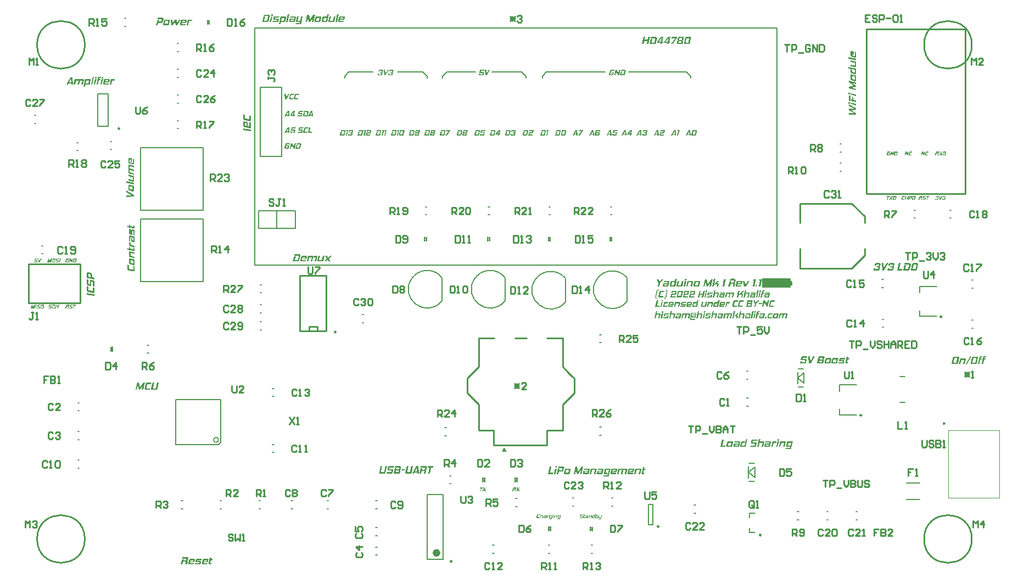
<source format=gto>
G04*
G04 #@! TF.GenerationSoftware,Altium Limited,CircuitMaker,2.2.1 (2.2.1.6)*
G04*
G04 Layer_Color=15132400*
%FSLAX25Y25*%
%MOIN*%
G70*
G04*
G04 #@! TF.SameCoordinates,F28D2559-F737-4891-B1EB-476E9D30A9FA*
G04*
G04*
G04 #@! TF.FilePolarity,Positive*
G04*
G01*
G75*
%ADD10C,0.01000*%
%ADD11C,0.00787*%
%ADD12C,0.00984*%
%ADD13C,0.02362*%
%ADD14C,0.00600*%
%ADD15C,0.00500*%
%ADD16C,0.00394*%
%ADD17C,0.00800*%
%ADD18R,0.16500X0.05000*%
%ADD19R,0.01000X0.02000*%
G36*
X899200Y330600D02*
X897700Y328100D01*
X900700D01*
X899200Y330600D01*
D02*
G37*
G36*
X1055059Y425022D02*
X1054236D01*
X1054425Y425913D01*
X1055248D01*
X1055059Y425022D01*
D02*
G37*
G36*
X1022382D02*
X1021560D01*
X1021748Y425913D01*
X1022571D01*
X1022382Y425022D01*
D02*
G37*
G36*
X1038412Y424671D02*
X1038464Y424666D01*
X1038516Y424655D01*
X1038574Y424640D01*
X1038626Y424619D01*
X1038673Y424587D01*
X1038679Y424582D01*
X1038689Y424572D01*
X1038710Y424551D01*
X1038731Y424524D01*
X1038752Y424483D01*
X1038773Y424435D01*
X1038784Y424383D01*
X1038789Y424315D01*
Y424310D01*
Y424299D01*
Y424278D01*
X1038784Y424247D01*
Y424215D01*
X1038778Y424179D01*
X1038763Y424095D01*
X1038260Y421726D01*
X1037447D01*
X1037882Y423807D01*
Y423812D01*
X1037887Y423817D01*
Y423843D01*
Y423849D01*
X1037893Y423854D01*
Y423880D01*
Y423885D01*
Y423896D01*
X1037887Y423906D01*
X1037877Y423927D01*
X1037856Y423943D01*
X1037830Y423953D01*
X1037793Y423964D01*
X1037746Y423969D01*
X1036845D01*
X1036824Y423964D01*
X1036777Y423959D01*
X1036740Y423938D01*
X1036735Y423932D01*
X1036719Y423911D01*
X1036698Y423875D01*
X1036682Y423822D01*
X1036237Y421726D01*
X1035419D01*
X1035860Y423807D01*
Y423812D01*
X1035865Y423817D01*
Y423843D01*
Y423849D01*
X1035870Y423854D01*
Y423880D01*
Y423885D01*
Y423896D01*
X1035865Y423906D01*
X1035854Y423927D01*
X1035833Y423943D01*
X1035812Y423953D01*
X1035776Y423964D01*
X1035729Y423969D01*
X1034833D01*
X1034801Y423964D01*
X1034759Y423959D01*
X1034723Y423938D01*
X1034717Y423932D01*
X1034702Y423911D01*
X1034691Y423890D01*
X1034681Y423870D01*
X1034670Y423843D01*
X1034660Y423807D01*
X1034219Y421726D01*
X1033402D01*
X1034026Y424677D01*
X1034817D01*
X1034745Y424358D01*
X1034743Y424357D01*
Y424352D01*
X1034745Y424358D01*
X1034754Y424367D01*
X1034764Y424383D01*
X1034780Y424404D01*
X1034827Y424456D01*
X1034896Y424514D01*
X1034974Y424572D01*
X1035074Y424624D01*
X1035131Y424645D01*
X1035189Y424661D01*
X1035252Y424671D01*
X1035320Y424677D01*
X1036347D01*
X1036384Y424671D01*
X1036436Y424666D01*
X1036488Y424655D01*
X1036541Y424645D01*
X1036593Y424624D01*
X1036640Y424598D01*
X1036646Y424593D01*
X1036656Y424582D01*
X1036677Y424566D01*
X1036698Y424540D01*
X1036719Y424504D01*
X1036735Y424462D01*
X1036750Y424414D01*
X1036756Y424352D01*
X1036761Y424357D01*
X1036777Y424378D01*
X1036808Y424409D01*
X1036839Y424446D01*
X1036881Y424488D01*
X1036929Y424530D01*
X1036976Y424566D01*
X1037023Y424598D01*
X1037028Y424603D01*
X1037049Y424608D01*
X1037075Y424624D01*
X1037117Y424640D01*
X1037164Y424650D01*
X1037217Y424666D01*
X1037280Y424671D01*
X1037348Y424677D01*
X1038370D01*
X1038412Y424671D01*
D02*
G37*
G36*
X1020203Y421726D02*
X1019317D01*
X1019663Y423356D01*
X1018117D01*
X1017771Y421726D01*
X1016886D01*
X1017719Y425672D01*
X1018604D01*
X1018274Y424095D01*
X1019820D01*
X1020150Y425672D01*
X1021036D01*
X1020203Y421726D01*
D02*
G37*
G36*
X1060241Y424671D02*
X1060294Y424666D01*
X1060351Y424655D01*
X1060414Y424640D01*
X1060467Y424619D01*
X1060514Y424587D01*
X1060519Y424582D01*
X1060530Y424572D01*
X1060545Y424551D01*
X1060566Y424524D01*
X1060587Y424488D01*
X1060603Y424441D01*
X1060613Y424388D01*
X1060619Y424325D01*
Y424320D01*
Y424310D01*
Y424289D01*
X1060613Y424268D01*
Y424231D01*
X1060608Y424194D01*
X1060603Y424147D01*
X1060592Y424095D01*
X1060089Y421726D01*
X1057480D01*
X1057443Y421732D01*
X1057396Y421737D01*
X1057344Y421747D01*
X1057291Y421763D01*
X1057239Y421784D01*
X1057197Y421810D01*
X1057192Y421815D01*
X1057181Y421826D01*
X1057166Y421847D01*
X1057150Y421873D01*
X1057129Y421910D01*
X1057113Y421952D01*
X1057103Y422004D01*
X1057097Y422062D01*
Y422067D01*
Y422077D01*
Y422093D01*
X1057103Y422119D01*
Y422151D01*
X1057113Y422188D01*
X1057118Y422229D01*
X1057129Y422277D01*
X1057270Y422979D01*
Y422984D01*
X1057275Y423005D01*
X1057286Y423036D01*
X1057296Y423073D01*
X1057323Y423162D01*
X1057354Y423251D01*
Y423256D01*
X1057365Y423272D01*
X1057375Y423288D01*
X1057386Y423314D01*
X1057422Y423372D01*
X1057469Y423424D01*
X1057475Y423429D01*
X1057485Y423435D01*
X1057496Y423445D01*
X1057517Y423461D01*
X1057569Y423492D01*
X1057637Y423518D01*
X1057642D01*
X1057653Y423524D01*
X1057674Y423529D01*
X1057705Y423534D01*
X1057742D01*
X1057779Y423539D01*
X1057826Y423545D01*
X1059377D01*
X1059272Y423042D01*
X1058187D01*
X1058156Y423036D01*
X1058114Y423031D01*
X1058082Y423010D01*
X1058077Y423005D01*
X1058062Y422984D01*
X1058056Y422968D01*
X1058046Y422947D01*
X1058035Y422921D01*
X1058030Y422890D01*
X1057967Y422580D01*
Y422575D01*
X1057962Y422565D01*
X1057957Y422533D01*
Y422523D01*
Y422502D01*
Y422497D01*
Y422491D01*
X1057972Y422465D01*
X1057983Y422449D01*
X1058004Y422434D01*
X1058030Y422429D01*
X1058067Y422423D01*
X1059429D01*
X1059738Y423870D01*
Y423875D01*
X1059744Y423885D01*
Y423906D01*
Y423932D01*
Y423943D01*
X1059738Y423959D01*
X1059733Y423985D01*
X1059712Y424006D01*
X1059707Y424011D01*
X1059691Y424021D01*
X1059655Y424027D01*
X1059607Y424032D01*
X1057606D01*
X1057737Y424677D01*
X1060194D01*
X1060241Y424671D01*
D02*
G37*
G36*
X1051622D02*
X1051674Y424666D01*
X1051732Y424655D01*
X1051795Y424640D01*
X1051847Y424619D01*
X1051894Y424587D01*
X1051899Y424582D01*
X1051910Y424572D01*
X1051925Y424551D01*
X1051946Y424524D01*
X1051967Y424488D01*
X1051983Y424441D01*
X1051994Y424388D01*
X1051999Y424325D01*
Y424320D01*
Y424310D01*
Y424289D01*
X1051994Y424268D01*
Y424231D01*
X1051988Y424194D01*
X1051983Y424147D01*
X1051973Y424095D01*
X1051470Y421726D01*
X1048860D01*
X1048823Y421732D01*
X1048776Y421737D01*
X1048724Y421747D01*
X1048671Y421763D01*
X1048619Y421784D01*
X1048577Y421810D01*
X1048572Y421815D01*
X1048561Y421826D01*
X1048546Y421847D01*
X1048530Y421873D01*
X1048509Y421910D01*
X1048493Y421952D01*
X1048483Y422004D01*
X1048478Y422062D01*
Y422067D01*
Y422077D01*
Y422093D01*
X1048483Y422119D01*
Y422151D01*
X1048493Y422188D01*
X1048499Y422229D01*
X1048509Y422277D01*
X1048650Y422979D01*
Y422984D01*
X1048656Y423005D01*
X1048666Y423036D01*
X1048677Y423073D01*
X1048703Y423162D01*
X1048734Y423251D01*
Y423256D01*
X1048745Y423272D01*
X1048755Y423288D01*
X1048766Y423314D01*
X1048802Y423372D01*
X1048850Y423424D01*
X1048855Y423429D01*
X1048865Y423435D01*
X1048876Y423445D01*
X1048897Y423461D01*
X1048949Y423492D01*
X1049017Y423518D01*
X1049022D01*
X1049033Y423524D01*
X1049054Y423529D01*
X1049085Y423534D01*
X1049122D01*
X1049159Y423539D01*
X1049206Y423545D01*
X1050757D01*
X1050652Y423042D01*
X1049568D01*
X1049536Y423036D01*
X1049494Y423031D01*
X1049463Y423010D01*
X1049457Y423005D01*
X1049442Y422984D01*
X1049436Y422968D01*
X1049426Y422947D01*
X1049415Y422921D01*
X1049410Y422890D01*
X1049347Y422580D01*
Y422575D01*
X1049342Y422565D01*
X1049337Y422533D01*
Y422523D01*
Y422502D01*
Y422497D01*
Y422491D01*
X1049353Y422465D01*
X1049363Y422449D01*
X1049384Y422434D01*
X1049410Y422429D01*
X1049447Y422423D01*
X1050809D01*
X1051118Y423870D01*
Y423875D01*
X1051124Y423885D01*
Y423906D01*
Y423932D01*
Y423943D01*
X1051118Y423959D01*
X1051113Y423985D01*
X1051092Y424006D01*
X1051087Y424011D01*
X1051071Y424021D01*
X1051035Y424027D01*
X1050988Y424032D01*
X1048986D01*
X1049117Y424677D01*
X1051574D01*
X1051622Y424671D01*
D02*
G37*
G36*
X1032962D02*
X1033014Y424666D01*
X1033072Y424655D01*
X1033135Y424640D01*
X1033187Y424619D01*
X1033234Y424587D01*
X1033240Y424582D01*
X1033250Y424572D01*
X1033266Y424551D01*
X1033287Y424524D01*
X1033308Y424488D01*
X1033323Y424441D01*
X1033334Y424388D01*
X1033339Y424325D01*
Y424320D01*
Y424310D01*
Y424289D01*
X1033334Y424268D01*
Y424231D01*
X1033329Y424194D01*
X1033323Y424147D01*
X1033313Y424095D01*
X1032810Y421726D01*
X1030200D01*
X1030164Y421732D01*
X1030117Y421737D01*
X1030064Y421747D01*
X1030012Y421763D01*
X1029959Y421784D01*
X1029918Y421810D01*
X1029912Y421815D01*
X1029902Y421826D01*
X1029886Y421847D01*
X1029870Y421873D01*
X1029849Y421910D01*
X1029834Y421952D01*
X1029823Y422004D01*
X1029818Y422062D01*
Y422067D01*
Y422077D01*
Y422093D01*
X1029823Y422119D01*
Y422151D01*
X1029834Y422188D01*
X1029839Y422229D01*
X1029849Y422277D01*
X1029991Y422979D01*
Y422984D01*
X1029996Y423005D01*
X1030007Y423036D01*
X1030017Y423073D01*
X1030043Y423162D01*
X1030075Y423251D01*
Y423256D01*
X1030085Y423272D01*
X1030096Y423288D01*
X1030106Y423314D01*
X1030143Y423372D01*
X1030190Y423424D01*
X1030195Y423429D01*
X1030206Y423435D01*
X1030216Y423445D01*
X1030237Y423461D01*
X1030289Y423492D01*
X1030358Y423518D01*
X1030363D01*
X1030373Y423524D01*
X1030394Y423529D01*
X1030426Y423534D01*
X1030462D01*
X1030499Y423539D01*
X1030546Y423545D01*
X1032097D01*
X1031993Y423042D01*
X1030908D01*
X1030876Y423036D01*
X1030834Y423031D01*
X1030803Y423010D01*
X1030798Y423005D01*
X1030782Y422984D01*
X1030777Y422968D01*
X1030766Y422947D01*
X1030756Y422921D01*
X1030751Y422890D01*
X1030688Y422580D01*
Y422575D01*
X1030682Y422565D01*
X1030677Y422533D01*
Y422523D01*
Y422502D01*
Y422497D01*
Y422491D01*
X1030693Y422465D01*
X1030704Y422449D01*
X1030724Y422434D01*
X1030751Y422429D01*
X1030787Y422423D01*
X1032150D01*
X1032459Y423870D01*
Y423875D01*
X1032464Y423885D01*
Y423906D01*
Y423932D01*
Y423943D01*
X1032459Y423959D01*
X1032454Y423985D01*
X1032433Y424006D01*
X1032427Y424011D01*
X1032412Y424021D01*
X1032375Y424027D01*
X1032328Y424032D01*
X1030326D01*
X1030457Y424677D01*
X1032915D01*
X1032962Y424671D01*
D02*
G37*
G36*
X1057317Y425274D02*
X1056689D01*
X1056662Y425269D01*
X1056631Y425253D01*
X1056600Y425237D01*
X1056573Y425211D01*
X1056547Y425174D01*
X1056531Y425122D01*
X1056437Y424677D01*
X1057171D01*
X1057034Y424032D01*
X1056306D01*
X1055814Y421726D01*
X1054996D01*
X1055740Y425237D01*
Y425242D01*
X1055745Y425253D01*
X1055751Y425274D01*
X1055756Y425300D01*
X1055761Y425326D01*
X1055772Y425363D01*
X1055803Y425442D01*
X1055834Y425531D01*
X1055876Y425614D01*
X1055929Y425693D01*
X1055986Y425761D01*
X1055997Y425766D01*
X1056018Y425787D01*
X1056055Y425808D01*
X1056107Y425840D01*
X1056170Y425866D01*
X1056248Y425892D01*
X1056338Y425908D01*
X1056437Y425913D01*
X1057454D01*
X1057317Y425274D01*
D02*
G37*
G36*
X1054357Y421726D02*
X1053539D01*
X1054163Y424677D01*
X1054980D01*
X1054357Y421726D01*
D02*
G37*
G36*
X1052895D02*
X1052083D01*
X1052968Y425913D01*
X1053786D01*
X1052895Y421726D01*
D02*
G37*
G36*
X1045978Y424352D02*
X1045983Y424357D01*
X1045999Y424378D01*
X1046020Y424409D01*
X1046051Y424446D01*
X1046088Y424488D01*
X1046135Y424530D01*
X1046182Y424566D01*
X1046230Y424598D01*
X1046235Y424603D01*
X1046256Y424608D01*
X1046282Y424624D01*
X1046324Y424640D01*
X1046371Y424650D01*
X1046429Y424666D01*
X1046486Y424671D01*
X1046554Y424677D01*
X1047891D01*
X1047933Y424671D01*
X1047985Y424666D01*
X1048037Y424655D01*
X1048095Y424640D01*
X1048147Y424619D01*
X1048195Y424593D01*
X1048200Y424587D01*
X1048210Y424577D01*
X1048231Y424556D01*
X1048252Y424530D01*
X1048268Y424493D01*
X1048289Y424446D01*
X1048299Y424388D01*
X1048305Y424320D01*
Y424315D01*
Y424299D01*
Y424278D01*
Y424252D01*
X1048299Y424215D01*
X1048294Y424179D01*
X1048284Y424095D01*
X1047781Y421726D01*
X1046968D01*
X1047409Y423807D01*
Y423812D01*
Y423817D01*
X1047414Y423838D01*
X1047419Y423859D01*
Y423875D01*
Y423880D01*
Y423890D01*
X1047414Y423906D01*
X1047403Y423922D01*
X1047382Y423938D01*
X1047356Y423953D01*
X1047320Y423964D01*
X1047272Y423969D01*
X1046041D01*
X1046010Y423964D01*
X1045962Y423959D01*
X1045926Y423938D01*
X1045920Y423932D01*
X1045905Y423911D01*
X1045894Y423890D01*
X1045884Y423870D01*
X1045873Y423843D01*
X1045863Y423807D01*
X1045423Y421726D01*
X1044610D01*
X1045496Y425913D01*
X1046313D01*
X1045978Y424352D01*
D02*
G37*
G36*
X1043138Y424058D02*
X1043793D01*
X1043819Y424053D01*
X1043861Y424048D01*
X1043903Y424042D01*
X1043955Y424032D01*
X1044008Y424016D01*
X1044065Y423995D01*
X1044118Y423964D01*
X1044170Y423932D01*
X1044223Y423890D01*
X1044265Y423838D01*
X1044306Y423780D01*
X1044333Y423712D01*
X1044354Y423629D01*
X1044359Y423539D01*
Y423534D01*
Y423518D01*
Y423492D01*
X1044354Y423456D01*
X1044348Y423414D01*
X1044343Y423361D01*
X1044322Y423251D01*
X1044003Y421726D01*
X1043091D01*
X1043390Y423131D01*
Y423136D01*
X1043395Y423146D01*
X1043400Y423178D01*
X1043405Y423225D01*
Y423267D01*
Y423272D01*
Y423283D01*
X1043400Y423314D01*
X1043384Y423351D01*
X1043369Y423366D01*
X1043353Y423377D01*
X1043342Y423382D01*
X1043332Y423387D01*
X1043316Y423393D01*
X1043290D01*
X1043258Y423398D01*
X1043222Y423403D01*
X1041886D01*
X1041964Y423807D01*
X1043783Y425672D01*
X1044752D01*
X1043138Y424058D01*
D02*
G37*
G36*
X1041383Y421726D02*
X1040497D01*
X1041330Y425672D01*
X1042216D01*
X1041383Y421726D01*
D02*
G37*
G36*
X1027318Y424352D02*
X1027324Y424357D01*
X1027339Y424378D01*
X1027360Y424409D01*
X1027392Y424446D01*
X1027429Y424488D01*
X1027476Y424530D01*
X1027523Y424566D01*
X1027570Y424598D01*
X1027575Y424603D01*
X1027596Y424608D01*
X1027622Y424624D01*
X1027664Y424640D01*
X1027711Y424650D01*
X1027769Y424666D01*
X1027827Y424671D01*
X1027895Y424677D01*
X1029231D01*
X1029273Y424671D01*
X1029325Y424666D01*
X1029378Y424655D01*
X1029435Y424640D01*
X1029488Y424619D01*
X1029535Y424593D01*
X1029540Y424587D01*
X1029551Y424577D01*
X1029572Y424556D01*
X1029593Y424530D01*
X1029608Y424493D01*
X1029629Y424446D01*
X1029640Y424388D01*
X1029645Y424320D01*
Y424315D01*
Y424299D01*
Y424278D01*
Y424252D01*
X1029640Y424215D01*
X1029634Y424179D01*
X1029624Y424095D01*
X1029121Y421726D01*
X1028309D01*
X1028749Y423807D01*
Y423812D01*
Y423817D01*
X1028754Y423838D01*
X1028759Y423859D01*
Y423875D01*
Y423880D01*
Y423890D01*
X1028754Y423906D01*
X1028744Y423922D01*
X1028723Y423938D01*
X1028697Y423953D01*
X1028660Y423964D01*
X1028613Y423969D01*
X1027381D01*
X1027350Y423964D01*
X1027303Y423959D01*
X1027266Y423938D01*
X1027261Y423932D01*
X1027245Y423911D01*
X1027235Y423890D01*
X1027224Y423870D01*
X1027214Y423843D01*
X1027203Y423807D01*
X1026763Y421726D01*
X1025951D01*
X1026836Y425913D01*
X1027654D01*
X1027318Y424352D01*
D02*
G37*
G36*
X1025783Y424016D02*
X1023740D01*
X1023719Y424011D01*
X1023671Y424001D01*
X1023635Y423980D01*
X1023629Y423974D01*
X1023614Y423953D01*
X1023593Y423917D01*
X1023582Y423890D01*
X1023577Y423859D01*
X1023525Y423613D01*
Y423607D01*
Y423602D01*
X1023519Y423587D01*
Y423560D01*
Y423555D01*
Y423545D01*
X1023525Y423529D01*
X1023535Y423513D01*
X1023551Y423497D01*
X1023572Y423482D01*
X1023598Y423471D01*
X1023640Y423466D01*
X1025270D01*
X1025306Y423461D01*
X1025353Y423456D01*
X1025401Y423445D01*
X1025448Y423429D01*
X1025495Y423408D01*
X1025532Y423382D01*
X1025537Y423377D01*
X1025547Y423366D01*
X1025558Y423351D01*
X1025579Y423325D01*
X1025595Y423298D01*
X1025605Y423262D01*
X1025615Y423220D01*
X1025621Y423173D01*
Y423167D01*
Y423152D01*
Y423131D01*
X1025615Y423110D01*
Y423104D01*
Y423094D01*
Y423073D01*
X1025610Y423052D01*
X1025437Y422235D01*
Y422229D01*
Y422224D01*
X1025427Y422193D01*
X1025411Y422146D01*
X1025390Y422088D01*
X1025364Y422025D01*
X1025327Y421962D01*
X1025285Y421899D01*
X1025233Y421847D01*
X1025228Y421842D01*
X1025207Y421826D01*
X1025170Y421810D01*
X1025123Y421789D01*
X1025055Y421763D01*
X1024981Y421747D01*
X1024887Y421732D01*
X1024777Y421726D01*
X1022314D01*
X1022456Y422402D01*
X1024494D01*
X1024531Y422408D01*
X1024573Y422413D01*
X1024588Y422418D01*
X1024604Y422429D01*
X1024609Y422434D01*
X1024625Y422455D01*
X1024641Y422486D01*
X1024656Y422539D01*
X1024719Y422832D01*
Y422837D01*
X1024725Y422843D01*
Y422858D01*
Y422879D01*
Y422884D01*
Y422890D01*
X1024719Y422900D01*
X1024709Y422916D01*
X1024698Y422932D01*
X1024677Y422942D01*
X1024646Y422947D01*
X1024609Y422953D01*
X1022995D01*
X1022959Y422958D01*
X1022917Y422963D01*
X1022870Y422973D01*
X1022822Y422984D01*
X1022775Y423005D01*
X1022739Y423031D01*
X1022733Y423036D01*
X1022723Y423047D01*
X1022713Y423063D01*
X1022697Y423089D01*
X1022676Y423120D01*
X1022665Y423157D01*
X1022655Y423199D01*
X1022650Y423246D01*
Y423251D01*
Y423256D01*
Y423283D01*
X1022655Y423325D01*
X1022665Y423372D01*
X1022828Y424163D01*
Y424168D01*
X1022833Y424173D01*
X1022838Y424205D01*
X1022854Y424252D01*
X1022875Y424310D01*
X1022901Y424373D01*
X1022933Y424435D01*
X1022974Y424498D01*
X1023027Y424551D01*
X1023032Y424556D01*
X1023053Y424572D01*
X1023090Y424593D01*
X1023137Y424614D01*
X1023205Y424635D01*
X1023284Y424655D01*
X1023373Y424671D01*
X1023483Y424677D01*
X1025919D01*
X1025783Y424016D01*
D02*
G37*
G36*
X1021680Y421726D02*
X1020863D01*
X1021486Y424677D01*
X1022304D01*
X1021680Y421726D01*
D02*
G37*
G36*
X1014905Y425667D02*
X1014973Y425662D01*
X1015041Y425646D01*
X1015109Y425630D01*
X1015177Y425604D01*
X1015230Y425567D01*
X1015235Y425562D01*
X1015251Y425546D01*
X1015272Y425525D01*
X1015298Y425489D01*
X1015319Y425442D01*
X1015340Y425389D01*
X1015355Y425321D01*
X1015361Y425248D01*
Y425242D01*
Y425232D01*
Y425206D01*
X1015355Y425179D01*
Y425138D01*
X1015350Y425096D01*
X1015340Y425043D01*
X1015329Y424986D01*
X1015120Y423980D01*
Y423974D01*
X1015114Y423964D01*
Y423948D01*
X1015109Y423927D01*
X1015088Y423870D01*
X1015067Y423801D01*
X1015031Y423723D01*
X1014989Y423639D01*
X1014936Y423566D01*
X1014873Y423497D01*
X1014863Y423492D01*
X1014842Y423471D01*
X1014800Y423450D01*
X1014742Y423419D01*
X1014669Y423393D01*
X1014580Y423366D01*
X1014480Y423346D01*
X1014360Y423340D01*
X1012830D01*
X1012804Y423335D01*
X1012746Y423319D01*
X1012720Y423304D01*
X1012699Y423288D01*
X1012694Y423277D01*
X1012683Y423267D01*
X1012673Y423246D01*
X1012657Y423220D01*
X1012646Y423183D01*
X1012631Y423136D01*
X1012620Y423083D01*
X1012484Y422465D01*
X1014795D01*
X1014643Y421726D01*
X1011499D01*
X1011819Y423241D01*
Y423251D01*
X1011824Y423272D01*
X1011834Y423309D01*
X1011850Y423356D01*
X1011860Y423414D01*
X1011881Y423466D01*
X1011902Y423524D01*
X1011923Y423581D01*
X1011929Y423587D01*
X1011934Y423607D01*
X1011950Y423629D01*
X1011965Y423665D01*
X1012018Y423738D01*
X1012086Y423812D01*
X1012091Y423817D01*
X1012107Y423828D01*
X1012128Y423843D01*
X1012159Y423864D01*
X1012196Y423885D01*
X1012238Y423906D01*
X1012285Y423927D01*
X1012337Y423943D01*
X1012342D01*
X1012364Y423948D01*
X1012395Y423959D01*
X1012437Y423964D01*
X1012489Y423974D01*
X1012552Y423980D01*
X1012620Y423985D01*
X1014119D01*
X1014140Y423990D01*
X1014166D01*
X1014224Y424006D01*
X1014250Y424021D01*
X1014271Y424037D01*
Y424042D01*
X1014281Y424048D01*
X1014287Y424058D01*
X1014302Y424079D01*
X1014313Y424105D01*
X1014328Y424137D01*
X1014339Y424173D01*
X1014349Y424215D01*
X1014460Y424739D01*
Y424745D01*
X1014465Y424750D01*
X1014470Y424776D01*
X1014475Y424813D01*
X1014480Y424849D01*
Y424855D01*
X1014475Y424865D01*
X1014470Y424886D01*
X1014460Y424907D01*
X1014433Y424928D01*
X1014402Y424949D01*
X1014360Y424959D01*
X1014297Y424965D01*
X1013139D01*
X1013118Y424959D01*
X1013060Y424944D01*
X1013034Y424933D01*
X1013008Y424918D01*
X1012998Y424907D01*
X1012987Y424897D01*
X1012977Y424881D01*
X1012961Y424855D01*
X1012945Y424823D01*
X1012929Y424787D01*
X1012919Y424739D01*
X1012861Y424451D01*
X1012065D01*
X1012180Y425001D01*
Y425007D01*
X1012185Y425017D01*
Y425033D01*
X1012196Y425059D01*
X1012212Y425117D01*
X1012238Y425190D01*
X1012274Y425274D01*
X1012322Y425358D01*
X1012374Y425436D01*
X1012442Y425504D01*
X1012453Y425510D01*
X1012479Y425531D01*
X1012526Y425557D01*
X1012589Y425588D01*
X1012667Y425620D01*
X1012767Y425646D01*
X1012877Y425667D01*
X1013008Y425672D01*
X1014853D01*
X1014905Y425667D01*
D02*
G37*
G36*
X1011122D02*
X1011190Y425662D01*
X1011258Y425646D01*
X1011326Y425630D01*
X1011394Y425604D01*
X1011446Y425567D01*
X1011452Y425562D01*
X1011467Y425546D01*
X1011488Y425525D01*
X1011515Y425489D01*
X1011536Y425442D01*
X1011557Y425389D01*
X1011572Y425321D01*
X1011578Y425248D01*
Y425242D01*
Y425232D01*
Y425206D01*
X1011572Y425179D01*
Y425138D01*
X1011567Y425096D01*
X1011557Y425043D01*
X1011546Y424986D01*
X1011336Y423980D01*
Y423974D01*
X1011331Y423964D01*
Y423948D01*
X1011326Y423927D01*
X1011305Y423870D01*
X1011284Y423801D01*
X1011247Y423723D01*
X1011205Y423639D01*
X1011153Y423566D01*
X1011090Y423497D01*
X1011080Y423492D01*
X1011059Y423471D01*
X1011017Y423450D01*
X1010959Y423419D01*
X1010886Y423393D01*
X1010797Y423366D01*
X1010697Y423346D01*
X1010577Y423340D01*
X1009047D01*
X1009020Y423335D01*
X1008963Y423319D01*
X1008937Y423304D01*
X1008916Y423288D01*
X1008910Y423277D01*
X1008900Y423267D01*
X1008889Y423246D01*
X1008874Y423220D01*
X1008863Y423183D01*
X1008847Y423136D01*
X1008837Y423083D01*
X1008701Y422465D01*
X1011012D01*
X1010860Y421726D01*
X1007716D01*
X1008035Y423241D01*
Y423251D01*
X1008041Y423272D01*
X1008051Y423309D01*
X1008067Y423356D01*
X1008077Y423414D01*
X1008098Y423466D01*
X1008119Y423524D01*
X1008140Y423581D01*
X1008145Y423587D01*
X1008150Y423607D01*
X1008166Y423629D01*
X1008182Y423665D01*
X1008234Y423738D01*
X1008302Y423812D01*
X1008308Y423817D01*
X1008323Y423828D01*
X1008344Y423843D01*
X1008376Y423864D01*
X1008412Y423885D01*
X1008454Y423906D01*
X1008502Y423927D01*
X1008554Y423943D01*
X1008559D01*
X1008580Y423948D01*
X1008612Y423959D01*
X1008654Y423964D01*
X1008706Y423974D01*
X1008769Y423980D01*
X1008837Y423985D01*
X1010336D01*
X1010357Y423990D01*
X1010383D01*
X1010440Y424006D01*
X1010467Y424021D01*
X1010488Y424037D01*
Y424042D01*
X1010498Y424048D01*
X1010503Y424058D01*
X1010519Y424079D01*
X1010530Y424105D01*
X1010545Y424137D01*
X1010556Y424173D01*
X1010566Y424215D01*
X1010676Y424739D01*
Y424745D01*
X1010681Y424750D01*
X1010687Y424776D01*
X1010692Y424813D01*
X1010697Y424849D01*
Y424855D01*
X1010692Y424865D01*
X1010687Y424886D01*
X1010676Y424907D01*
X1010650Y424928D01*
X1010619Y424949D01*
X1010577Y424959D01*
X1010514Y424965D01*
X1009356D01*
X1009335Y424959D01*
X1009277Y424944D01*
X1009251Y424933D01*
X1009225Y424918D01*
X1009214Y424907D01*
X1009204Y424897D01*
X1009193Y424881D01*
X1009178Y424855D01*
X1009162Y424823D01*
X1009146Y424787D01*
X1009136Y424739D01*
X1009078Y424451D01*
X1008282D01*
X1008397Y425001D01*
Y425007D01*
X1008402Y425017D01*
Y425033D01*
X1008412Y425059D01*
X1008428Y425117D01*
X1008454Y425190D01*
X1008491Y425274D01*
X1008538Y425358D01*
X1008591Y425436D01*
X1008659Y425504D01*
X1008669Y425510D01*
X1008696Y425531D01*
X1008743Y425557D01*
X1008805Y425588D01*
X1008884Y425620D01*
X1008984Y425646D01*
X1009094Y425667D01*
X1009225Y425672D01*
X1011069D01*
X1011122Y425667D01*
D02*
G37*
G36*
X1007354D02*
X1007422Y425662D01*
X1007490Y425646D01*
X1007558Y425630D01*
X1007627Y425604D01*
X1007679Y425567D01*
X1007684Y425562D01*
X1007700Y425546D01*
X1007721Y425520D01*
X1007747Y425489D01*
X1007768Y425442D01*
X1007789Y425384D01*
X1007805Y425321D01*
X1007810Y425242D01*
Y425232D01*
Y425206D01*
X1007805Y425169D01*
X1007799Y425122D01*
Y425117D01*
Y425111D01*
X1007794Y425080D01*
X1007789Y425038D01*
X1007784Y424986D01*
X1007239Y422413D01*
Y422408D01*
X1007234Y422397D01*
Y422381D01*
X1007223Y422355D01*
X1007207Y422292D01*
X1007181Y422219D01*
X1007144Y422130D01*
X1007097Y422046D01*
X1007045Y421962D01*
X1006982Y421894D01*
X1006971Y421889D01*
X1006951Y421868D01*
X1006903Y421842D01*
X1006846Y421810D01*
X1006767Y421779D01*
X1006673Y421753D01*
X1006558Y421732D01*
X1006421Y421726D01*
X1004519D01*
X1004467Y421732D01*
X1004404Y421742D01*
X1004331Y421753D01*
X1004262Y421768D01*
X1004194Y421795D01*
X1004137Y421831D01*
X1004131Y421836D01*
X1004116Y421852D01*
X1004095Y421878D01*
X1004074Y421910D01*
X1004048Y421957D01*
X1004027Y422009D01*
X1004011Y422077D01*
X1004006Y422151D01*
Y422156D01*
Y422172D01*
Y422193D01*
X1004011Y422224D01*
X1004016Y422261D01*
X1004021Y422308D01*
X1004032Y422360D01*
X1004042Y422413D01*
X1004587Y424986D01*
Y424991D01*
X1004593Y425001D01*
X1004598Y425017D01*
X1004603Y425043D01*
X1004619Y425106D01*
X1004645Y425179D01*
X1004682Y425263D01*
X1004724Y425347D01*
X1004776Y425431D01*
X1004839Y425499D01*
X1004849Y425504D01*
X1004875Y425525D01*
X1004917Y425552D01*
X1004980Y425588D01*
X1005059Y425620D01*
X1005153Y425646D01*
X1005268Y425667D01*
X1005400Y425672D01*
X1007302D01*
X1007354Y425667D01*
D02*
G37*
G36*
X1003550D02*
X1003618Y425662D01*
X1003686Y425646D01*
X1003754Y425630D01*
X1003822Y425604D01*
X1003875Y425567D01*
X1003880Y425562D01*
X1003896Y425546D01*
X1003917Y425525D01*
X1003943Y425489D01*
X1003964Y425442D01*
X1003985Y425389D01*
X1004000Y425321D01*
X1004006Y425248D01*
Y425242D01*
Y425232D01*
Y425206D01*
X1004000Y425179D01*
Y425138D01*
X1003995Y425096D01*
X1003985Y425043D01*
X1003974Y424986D01*
X1003765Y423980D01*
Y423974D01*
X1003759Y423964D01*
Y423948D01*
X1003754Y423927D01*
X1003733Y423870D01*
X1003712Y423801D01*
X1003676Y423723D01*
X1003634Y423639D01*
X1003581Y423566D01*
X1003518Y423497D01*
X1003508Y423492D01*
X1003487Y423471D01*
X1003445Y423450D01*
X1003387Y423419D01*
X1003314Y423393D01*
X1003225Y423366D01*
X1003125Y423346D01*
X1003005Y423340D01*
X1001475D01*
X1001449Y423335D01*
X1001391Y423319D01*
X1001365Y423304D01*
X1001344Y423288D01*
X1001338Y423277D01*
X1001328Y423267D01*
X1001318Y423246D01*
X1001302Y423220D01*
X1001291Y423183D01*
X1001276Y423136D01*
X1001265Y423083D01*
X1001129Y422465D01*
X1003440D01*
X1003288Y421726D01*
X1000144D01*
X1000463Y423241D01*
Y423251D01*
X1000469Y423272D01*
X1000479Y423309D01*
X1000495Y423356D01*
X1000505Y423414D01*
X1000526Y423466D01*
X1000547Y423524D01*
X1000568Y423581D01*
X1000574Y423587D01*
X1000579Y423607D01*
X1000594Y423629D01*
X1000610Y423665D01*
X1000663Y423738D01*
X1000731Y423812D01*
X1000736Y423817D01*
X1000752Y423828D01*
X1000773Y423843D01*
X1000804Y423864D01*
X1000841Y423885D01*
X1000883Y423906D01*
X1000930Y423927D01*
X1000982Y423943D01*
X1000987D01*
X1001008Y423948D01*
X1001040Y423959D01*
X1001082Y423964D01*
X1001134Y423974D01*
X1001197Y423980D01*
X1001265Y423985D01*
X1002764D01*
X1002785Y423990D01*
X1002811D01*
X1002869Y424006D01*
X1002895Y424021D01*
X1002916Y424037D01*
Y424042D01*
X1002926Y424048D01*
X1002931Y424058D01*
X1002947Y424079D01*
X1002958Y424105D01*
X1002973Y424137D01*
X1002984Y424173D01*
X1002994Y424215D01*
X1003104Y424739D01*
Y424745D01*
X1003110Y424750D01*
X1003115Y424776D01*
X1003120Y424813D01*
X1003125Y424849D01*
Y424855D01*
X1003120Y424865D01*
X1003115Y424886D01*
X1003104Y424907D01*
X1003078Y424928D01*
X1003047Y424949D01*
X1003005Y424959D01*
X1002942Y424965D01*
X1001784D01*
X1001763Y424959D01*
X1001705Y424944D01*
X1001679Y424933D01*
X1001653Y424918D01*
X1001642Y424907D01*
X1001632Y424897D01*
X1001622Y424881D01*
X1001606Y424855D01*
X1001590Y424823D01*
X1001574Y424787D01*
X1001564Y424739D01*
X1001506Y424451D01*
X1000710D01*
X1000825Y425001D01*
Y425007D01*
X1000830Y425017D01*
Y425033D01*
X1000841Y425059D01*
X1000856Y425117D01*
X1000883Y425190D01*
X1000919Y425274D01*
X1000966Y425358D01*
X1001019Y425436D01*
X1001087Y425504D01*
X1001097Y425510D01*
X1001124Y425531D01*
X1001171Y425557D01*
X1001234Y425588D01*
X1001312Y425620D01*
X1001412Y425646D01*
X1001522Y425667D01*
X1001653Y425672D01*
X1003497D01*
X1003550Y425667D01*
D02*
G37*
G36*
X996429Y424886D02*
X994600D01*
X994568Y424881D01*
X994506Y424865D01*
X994474Y424855D01*
X994453Y424839D01*
X994448Y424828D01*
X994437Y424818D01*
X994427Y424802D01*
X994411Y424776D01*
X994401Y424745D01*
X994385Y424708D01*
X994375Y424661D01*
X993961Y422738D01*
Y422732D01*
X993955Y422722D01*
X993950Y422690D01*
Y422685D01*
Y422675D01*
Y422643D01*
Y422633D01*
X993955Y422607D01*
X993966Y422575D01*
X993992Y422549D01*
X994003Y422544D01*
X994029Y422539D01*
X994050Y422533D01*
X994076Y422528D01*
X994107Y422523D01*
X995941D01*
X995768Y421726D01*
X993489D01*
X993437Y421732D01*
X993369Y421742D01*
X993300Y421753D01*
X993227Y421768D01*
X993164Y421795D01*
X993106Y421831D01*
X993101Y421836D01*
X993085Y421852D01*
X993065Y421878D01*
X993044Y421910D01*
X993023Y421957D01*
X993002Y422015D01*
X992986Y422077D01*
X992981Y422156D01*
Y422161D01*
Y422166D01*
Y422193D01*
Y422229D01*
X992986Y422271D01*
Y422277D01*
Y422282D01*
X992991Y422313D01*
X993002Y422355D01*
X993012Y422413D01*
X993552Y424986D01*
Y424991D01*
X993557Y425001D01*
X993562Y425017D01*
X993568Y425043D01*
X993589Y425106D01*
X993615Y425179D01*
X993651Y425263D01*
X993693Y425347D01*
X993751Y425431D01*
X993814Y425499D01*
X993824Y425504D01*
X993851Y425525D01*
X993892Y425552D01*
X993950Y425588D01*
X994029Y425620D01*
X994128Y425646D01*
X994238Y425667D01*
X994369Y425672D01*
X996591D01*
X996429Y424886D01*
D02*
G37*
G36*
X997299Y426495D02*
X997346Y426489D01*
X997398Y426484D01*
X997461Y426479D01*
X997524Y426469D01*
X997665Y426437D01*
X997812Y426395D01*
X997954Y426338D01*
X998016Y426301D01*
X998079Y426259D01*
X998085D01*
X998095Y426249D01*
X998105Y426233D01*
X998126Y426217D01*
X998153Y426191D01*
X998179Y426159D01*
X998205Y426123D01*
X998236Y426081D01*
X998263Y426028D01*
X998289Y425976D01*
X998315Y425913D01*
X998341Y425850D01*
X998362Y425777D01*
X998373Y425693D01*
X998383Y425609D01*
X998388Y425515D01*
Y425510D01*
Y425499D01*
Y425473D01*
Y425447D01*
X998383Y425415D01*
Y425373D01*
X998373Y425290D01*
Y425284D01*
X998367Y425269D01*
Y425248D01*
X998362Y425216D01*
X998357Y425179D01*
X998347Y425138D01*
X998331Y425043D01*
X997760Y422329D01*
Y422324D01*
X997754Y422313D01*
X997749Y422292D01*
X997744Y422266D01*
X997733Y422235D01*
X997723Y422193D01*
X997697Y422104D01*
X997665Y422004D01*
X997623Y421894D01*
X997576Y421784D01*
X997519Y421679D01*
Y421674D01*
X997513Y421669D01*
X997503Y421653D01*
X997492Y421632D01*
X997461Y421585D01*
X997414Y421522D01*
X997361Y421449D01*
X997293Y421375D01*
X997220Y421302D01*
X997141Y421234D01*
X997131Y421229D01*
X997099Y421202D01*
X997057Y421171D01*
X996995Y421134D01*
X996916Y421092D01*
X996832Y421050D01*
X996733Y421008D01*
X996628Y420972D01*
X996622D01*
X996617Y420967D01*
X996602D01*
X996581Y420961D01*
X996554Y420951D01*
X996523Y420946D01*
X996444Y420930D01*
X996350Y420914D01*
X996245Y420898D01*
X996130Y420888D01*
X996009Y420883D01*
X996104Y421323D01*
X996114D01*
X996146Y421328D01*
X996188Y421333D01*
X996245Y421339D01*
X996313Y421349D01*
X996387Y421360D01*
X996460Y421375D01*
X996528Y421396D01*
X996539Y421402D01*
X996560Y421407D01*
X996596Y421422D01*
X996638Y421438D01*
X996691Y421464D01*
X996743Y421496D01*
X996801Y421527D01*
X996853Y421569D01*
X996858Y421574D01*
X996874Y421590D01*
X996900Y421616D01*
X996932Y421648D01*
X996968Y421690D01*
X997005Y421742D01*
X997042Y421800D01*
X997078Y421863D01*
X997084Y421873D01*
X997094Y421894D01*
X997110Y421931D01*
X997131Y421983D01*
X997152Y422051D01*
X997178Y422125D01*
X997204Y422214D01*
X997225Y422308D01*
X997812Y425064D01*
Y425070D01*
Y425075D01*
X997817Y425101D01*
X997828Y425143D01*
X997838Y425195D01*
X997843Y425253D01*
X997854Y425316D01*
X997859Y425379D01*
Y425436D01*
Y425442D01*
Y425452D01*
Y425468D01*
X997854Y425489D01*
X997849Y425546D01*
X997838Y425614D01*
X997812Y425693D01*
X997781Y425766D01*
X997739Y425840D01*
X997676Y425897D01*
X997665Y425903D01*
X997639Y425918D01*
X997597Y425945D01*
X997534Y425971D01*
X997456Y425997D01*
X997361Y426028D01*
X997246Y426049D01*
X997110Y426065D01*
X997204Y426500D01*
X997257D01*
X997299Y426495D01*
D02*
G37*
G36*
X993290Y426065D02*
X993279D01*
X993248Y426060D01*
X993201Y426055D01*
X993143Y426049D01*
X993075Y426039D01*
X993002Y426023D01*
X992928Y426007D01*
X992855Y425986D01*
X992844D01*
X992824Y425976D01*
X992792Y425960D01*
X992745Y425945D01*
X992698Y425918D01*
X992645Y425887D01*
X992588Y425850D01*
X992535Y425808D01*
X992530Y425803D01*
X992514Y425787D01*
X992488Y425761D01*
X992457Y425730D01*
X992420Y425683D01*
X992383Y425635D01*
X992341Y425578D01*
X992305Y425510D01*
X992299Y425499D01*
X992289Y425478D01*
X992273Y425442D01*
X992252Y425389D01*
X992231Y425321D01*
X992205Y425248D01*
X992179Y425159D01*
X992158Y425064D01*
X991576Y422308D01*
Y422303D01*
X991571Y422287D01*
Y422266D01*
X991566Y422240D01*
X991550Y422177D01*
X991540Y422104D01*
Y422098D01*
Y422088D01*
X991535Y422072D01*
Y422051D01*
X991529Y421994D01*
Y421936D01*
Y421931D01*
Y421920D01*
Y421905D01*
X991535Y421884D01*
X991540Y421826D01*
X991550Y421758D01*
X991576Y421684D01*
X991608Y421611D01*
X991650Y421543D01*
X991713Y421485D01*
X991723Y421480D01*
X991749Y421464D01*
X991791Y421443D01*
X991854Y421412D01*
X991933Y421386D01*
X992032Y421360D01*
X992148Y421339D01*
X992284Y421323D01*
X992190Y420883D01*
X992163D01*
X992137Y420888D01*
X992095D01*
X992048Y420893D01*
X991996Y420898D01*
X991933Y420909D01*
X991870Y420919D01*
X991728Y420946D01*
X991582Y420988D01*
X991440Y421045D01*
X991377Y421082D01*
X991314Y421124D01*
X991309Y421129D01*
X991299Y421134D01*
X991283Y421150D01*
X991267Y421166D01*
X991241Y421192D01*
X991215Y421223D01*
X991189Y421260D01*
X991157Y421302D01*
X991126Y421349D01*
X991100Y421402D01*
X991073Y421464D01*
X991047Y421527D01*
X991031Y421601D01*
X991016Y421679D01*
X991005Y421763D01*
X991000Y421857D01*
Y421868D01*
Y421894D01*
X991005Y421931D01*
Y421988D01*
X991010Y422051D01*
X991021Y422130D01*
X991037Y422214D01*
X991052Y422308D01*
X991634Y425064D01*
Y425070D01*
X991639Y425080D01*
X991644Y425101D01*
X991650Y425127D01*
X991655Y425164D01*
X991665Y425201D01*
X991692Y425290D01*
X991728Y425389D01*
X991765Y425499D01*
X991812Y425609D01*
X991870Y425714D01*
Y425719D01*
X991875Y425725D01*
X991896Y425761D01*
X991933Y425808D01*
X991975Y425871D01*
X992032Y425939D01*
X992095Y426013D01*
X992169Y426086D01*
X992247Y426154D01*
X992252D01*
X992258Y426159D01*
X992289Y426180D01*
X992331Y426212D01*
X992394Y426249D01*
X992472Y426290D01*
X992556Y426332D01*
X992651Y426374D01*
X992755Y426406D01*
X992761D01*
X992771Y426411D01*
X992787Y426416D01*
X992808Y426421D01*
X992834Y426427D01*
X992865Y426432D01*
X992944Y426448D01*
X993033Y426463D01*
X993143Y426479D01*
X993258Y426495D01*
X993384Y426500D01*
X993290Y426065D01*
D02*
G37*
G36*
X995674Y419203D02*
X994851D01*
X995040Y420094D01*
X995863D01*
X995674Y419203D01*
D02*
G37*
G36*
X1036059Y418150D02*
X1034864D01*
X1034833Y418144D01*
X1034791Y418139D01*
X1034749Y418118D01*
X1034743Y418113D01*
X1034728Y418092D01*
X1034717Y418071D01*
X1034707Y418050D01*
X1034696Y418024D01*
X1034686Y417987D01*
X1034246Y415907D01*
X1033428D01*
X1034052Y418857D01*
X1034848D01*
X1034775Y418532D01*
X1034780Y418537D01*
X1034796Y418558D01*
X1034817Y418590D01*
X1034848Y418626D01*
X1034885Y418668D01*
X1034932Y418710D01*
X1034979Y418747D01*
X1035026Y418778D01*
X1035032Y418784D01*
X1035053Y418789D01*
X1035079Y418805D01*
X1035121Y418820D01*
X1035168Y418831D01*
X1035226Y418847D01*
X1035289Y418852D01*
X1035357Y418857D01*
X1036211D01*
X1036059Y418150D01*
D02*
G37*
G36*
X1025704Y418852D02*
X1025757Y418847D01*
X1025809Y418836D01*
X1025867Y418820D01*
X1025919Y418799D01*
X1025966Y418773D01*
X1025972Y418768D01*
X1025982Y418757D01*
X1026003Y418736D01*
X1026024Y418710D01*
X1026040Y418674D01*
X1026061Y418626D01*
X1026071Y418569D01*
X1026077Y418501D01*
Y418495D01*
Y418480D01*
Y418459D01*
X1026071Y418433D01*
Y418396D01*
X1026066Y418359D01*
X1026050Y418275D01*
X1025553Y415907D01*
X1024740D01*
X1025181Y417987D01*
Y417992D01*
Y417998D01*
X1025186Y418018D01*
X1025191Y418040D01*
Y418055D01*
Y418060D01*
Y418071D01*
X1025186Y418087D01*
X1025175Y418102D01*
X1025154Y418118D01*
X1025128Y418134D01*
X1025091Y418144D01*
X1025044Y418150D01*
X1023808D01*
X1023776Y418144D01*
X1023734Y418139D01*
X1023698Y418118D01*
X1023692Y418113D01*
X1023677Y418092D01*
X1023666Y418071D01*
X1023656Y418050D01*
X1023645Y418024D01*
X1023635Y417987D01*
X1023195Y415907D01*
X1022377D01*
X1023001Y418857D01*
X1023792D01*
X1023720Y418539D01*
X1023719Y418537D01*
Y418532D01*
X1023720Y418539D01*
X1023729Y418548D01*
X1023740Y418564D01*
X1023755Y418584D01*
X1023802Y418637D01*
X1023870Y418694D01*
X1023949Y418752D01*
X1024049Y418805D01*
X1024106Y418825D01*
X1024164Y418841D01*
X1024227Y418852D01*
X1024295Y418857D01*
X1025663D01*
X1025704Y418852D01*
D02*
G37*
G36*
X1005693D02*
X1005745Y418847D01*
X1005798Y418836D01*
X1005855Y418820D01*
X1005908Y418799D01*
X1005955Y418773D01*
X1005960Y418768D01*
X1005971Y418757D01*
X1005992Y418736D01*
X1006013Y418710D01*
X1006028Y418674D01*
X1006049Y418626D01*
X1006060Y418569D01*
X1006065Y418501D01*
Y418495D01*
Y418480D01*
Y418459D01*
X1006060Y418433D01*
Y418396D01*
X1006054Y418359D01*
X1006039Y418275D01*
X1005541Y415907D01*
X1004729D01*
X1005169Y417987D01*
Y417992D01*
Y417998D01*
X1005174Y418018D01*
X1005179Y418040D01*
Y418055D01*
Y418060D01*
Y418071D01*
X1005174Y418087D01*
X1005164Y418102D01*
X1005143Y418118D01*
X1005117Y418134D01*
X1005080Y418144D01*
X1005033Y418150D01*
X1003796D01*
X1003765Y418144D01*
X1003723Y418139D01*
X1003686Y418118D01*
X1003681Y418113D01*
X1003665Y418092D01*
X1003655Y418071D01*
X1003644Y418050D01*
X1003634Y418024D01*
X1003623Y417987D01*
X1003183Y415907D01*
X1002366D01*
X1002989Y418857D01*
X1003780D01*
X1003708Y418539D01*
X1003707Y418537D01*
Y418532D01*
X1003708Y418539D01*
X1003718Y418548D01*
X1003728Y418564D01*
X1003744Y418584D01*
X1003791Y418637D01*
X1003859Y418694D01*
X1003938Y418752D01*
X1004037Y418805D01*
X1004095Y418825D01*
X1004152Y418841D01*
X1004215Y418852D01*
X1004283Y418857D01*
X1005651D01*
X1005693Y418852D01*
D02*
G37*
G36*
X1052271Y417531D02*
X1051925Y415907D01*
X1051040D01*
X1051381Y417531D01*
X1050595Y419852D01*
X1051522D01*
X1052004Y418296D01*
X1053152Y419852D01*
X1054037D01*
X1052271Y417531D01*
D02*
G37*
G36*
X1049594Y419847D02*
X1049657Y419837D01*
X1049730Y419826D01*
X1049803Y419805D01*
X1049866Y419779D01*
X1049924Y419742D01*
X1049929Y419737D01*
X1049945Y419722D01*
X1049966Y419695D01*
X1049992Y419664D01*
X1050018Y419617D01*
X1050039Y419559D01*
X1050055Y419496D01*
X1050060Y419418D01*
Y419407D01*
Y419386D01*
X1050055Y419349D01*
X1050050Y419302D01*
Y419292D01*
X1050044Y419266D01*
X1050039Y419229D01*
X1050029Y419182D01*
X1049871Y418443D01*
Y418438D01*
Y418433D01*
X1049861Y418401D01*
X1049845Y418359D01*
X1049829Y418307D01*
X1049803Y418249D01*
X1049772Y418186D01*
X1049730Y418129D01*
X1049683Y418081D01*
X1049677Y418076D01*
X1049662Y418066D01*
X1049630Y418045D01*
X1049594Y418024D01*
X1049541Y417998D01*
X1049484Y417977D01*
X1049421Y417961D01*
X1049347Y417945D01*
X1049353D01*
X1049374Y417940D01*
X1049405Y417935D01*
X1049447Y417930D01*
X1049531Y417903D01*
X1049578Y417882D01*
X1049620Y417856D01*
X1049625Y417851D01*
X1049636Y417846D01*
X1049657Y417825D01*
X1049677Y417804D01*
X1049693Y417772D01*
X1049714Y417730D01*
X1049725Y417683D01*
X1049730Y417631D01*
Y417626D01*
Y417610D01*
Y417589D01*
X1049725Y417568D01*
Y417563D01*
Y417552D01*
X1049719Y417516D01*
X1049520Y416577D01*
Y416572D01*
X1049515Y416562D01*
Y416546D01*
X1049505Y416520D01*
X1049489Y416462D01*
X1049463Y416389D01*
X1049431Y416305D01*
X1049384Y416221D01*
X1049332Y416137D01*
X1049269Y416069D01*
X1049258Y416064D01*
X1049232Y416043D01*
X1049190Y416017D01*
X1049133Y415991D01*
X1049054Y415959D01*
X1048960Y415933D01*
X1048844Y415912D01*
X1048713Y415907D01*
X1046140D01*
X1046759Y418836D01*
X1047644D01*
X1047508Y418202D01*
X1048787D01*
X1048818Y418207D01*
X1048876Y418218D01*
X1048902Y418228D01*
X1048923Y418244D01*
X1048933Y418254D01*
X1048954Y418275D01*
X1048975Y418323D01*
X1048986Y418349D01*
X1048996Y418385D01*
X1049096Y418862D01*
Y418867D01*
X1049101Y418873D01*
X1049106Y418899D01*
X1049112Y418930D01*
Y418967D01*
Y418972D01*
Y418977D01*
X1049106Y419004D01*
X1049096Y419035D01*
X1049070Y419061D01*
X1049064Y419066D01*
X1049038Y419077D01*
X1049022D01*
X1048996Y419082D01*
X1048970Y419088D01*
X1046817D01*
X1046974Y419852D01*
X1049536D01*
X1049594Y419847D01*
D02*
G37*
G36*
X1055719Y417667D02*
X1053838D01*
X1053943Y418155D01*
X1055824D01*
X1055719Y417667D01*
D02*
G37*
G36*
X1059303Y415907D02*
X1058711D01*
X1057218Y418495D01*
X1056673Y415907D01*
X1055850D01*
X1056683Y419852D01*
X1057517D01*
X1058811Y417494D01*
X1059309Y419852D01*
X1060137D01*
X1059303Y415907D01*
D02*
G37*
G36*
X1033035Y418852D02*
X1033082Y418847D01*
X1033135Y418836D01*
X1033187Y418820D01*
X1033234Y418799D01*
X1033276Y418768D01*
X1033282Y418763D01*
X1033292Y418752D01*
X1033308Y418731D01*
X1033329Y418705D01*
X1033344Y418668D01*
X1033360Y418626D01*
X1033371Y418574D01*
X1033376Y418516D01*
Y418511D01*
Y418501D01*
Y418480D01*
Y418448D01*
X1033365Y418380D01*
X1033355Y418301D01*
X1033109Y417138D01*
X1031144D01*
X1031243Y417631D01*
X1032433D01*
X1032516Y418029D01*
Y418034D01*
X1032522Y418050D01*
X1032527Y418071D01*
Y418102D01*
Y418108D01*
X1032522Y418129D01*
X1032516Y418150D01*
X1032501Y418165D01*
X1032496Y418170D01*
X1032480Y418176D01*
X1032448Y418181D01*
X1032401Y418186D01*
X1031201D01*
X1031180Y418181D01*
X1031133Y418170D01*
X1031112Y418160D01*
X1031096Y418150D01*
X1031091Y418144D01*
X1031075Y418123D01*
X1031055Y418081D01*
X1031049Y418055D01*
X1031039Y418024D01*
X1030761Y416750D01*
Y416745D01*
X1030756Y416735D01*
X1030751Y416698D01*
Y416688D01*
Y416661D01*
Y416651D01*
X1030756Y416635D01*
X1030761Y416609D01*
X1030777Y416593D01*
X1030782D01*
X1030803Y416588D01*
X1030834Y416583D01*
X1030887Y416577D01*
X1032873D01*
X1032737Y415907D01*
X1030300D01*
X1030258Y415912D01*
X1030200Y415917D01*
X1030143Y415928D01*
X1030085Y415943D01*
X1030027Y415965D01*
X1029980Y415991D01*
X1029975Y415996D01*
X1029965Y416006D01*
X1029949Y416027D01*
X1029928Y416053D01*
X1029907Y416090D01*
X1029891Y416137D01*
X1029881Y416190D01*
X1029876Y416253D01*
Y416258D01*
Y416268D01*
Y416289D01*
X1029881Y416316D01*
Y416347D01*
X1029891Y416384D01*
X1029897Y416431D01*
X1029907Y416483D01*
X1030284Y418275D01*
Y418281D01*
X1030289Y418291D01*
Y418301D01*
X1030295Y418323D01*
X1030311Y418375D01*
X1030337Y418443D01*
X1030363Y418516D01*
X1030400Y418590D01*
X1030441Y418658D01*
X1030494Y418715D01*
X1030499Y418721D01*
X1030525Y418736D01*
X1030557Y418763D01*
X1030609Y418789D01*
X1030677Y418810D01*
X1030756Y418836D01*
X1030855Y418852D01*
X1030966Y418857D01*
X1032999D01*
X1033035Y418852D01*
D02*
G37*
G36*
X1012982D02*
X1013029Y418847D01*
X1013081Y418836D01*
X1013134Y418820D01*
X1013181Y418799D01*
X1013223Y418768D01*
X1013228Y418763D01*
X1013239Y418752D01*
X1013254Y418731D01*
X1013275Y418705D01*
X1013291Y418668D01*
X1013307Y418626D01*
X1013317Y418574D01*
X1013322Y418516D01*
Y418511D01*
Y418501D01*
Y418480D01*
Y418448D01*
X1013312Y418380D01*
X1013301Y418301D01*
X1013055Y417138D01*
X1011090D01*
X1011190Y417631D01*
X1012379D01*
X1012463Y418029D01*
Y418034D01*
X1012468Y418050D01*
X1012473Y418071D01*
Y418102D01*
Y418108D01*
X1012468Y418129D01*
X1012463Y418150D01*
X1012447Y418165D01*
X1012442Y418170D01*
X1012426Y418176D01*
X1012395Y418181D01*
X1012348Y418186D01*
X1011148D01*
X1011127Y418181D01*
X1011080Y418170D01*
X1011059Y418160D01*
X1011043Y418150D01*
X1011038Y418144D01*
X1011022Y418123D01*
X1011001Y418081D01*
X1010996Y418055D01*
X1010985Y418024D01*
X1010708Y416750D01*
Y416745D01*
X1010702Y416735D01*
X1010697Y416698D01*
Y416688D01*
Y416661D01*
Y416651D01*
X1010702Y416635D01*
X1010708Y416609D01*
X1010723Y416593D01*
X1010729D01*
X1010750Y416588D01*
X1010781Y416583D01*
X1010833Y416577D01*
X1012819D01*
X1012683Y415907D01*
X1010246D01*
X1010205Y415912D01*
X1010147Y415917D01*
X1010089Y415928D01*
X1010032Y415943D01*
X1009974Y415965D01*
X1009927Y415991D01*
X1009922Y415996D01*
X1009911Y416006D01*
X1009895Y416027D01*
X1009875Y416053D01*
X1009853Y416090D01*
X1009838Y416137D01*
X1009827Y416190D01*
X1009822Y416253D01*
Y416258D01*
Y416268D01*
Y416289D01*
X1009827Y416316D01*
Y416347D01*
X1009838Y416384D01*
X1009843Y416431D01*
X1009853Y416483D01*
X1010231Y418275D01*
Y418281D01*
X1010236Y418291D01*
Y418301D01*
X1010241Y418323D01*
X1010257Y418375D01*
X1010283Y418443D01*
X1010309Y418516D01*
X1010346Y418590D01*
X1010388Y418658D01*
X1010440Y418715D01*
X1010446Y418721D01*
X1010472Y418736D01*
X1010503Y418763D01*
X1010556Y418789D01*
X1010624Y418810D01*
X1010702Y418836D01*
X1010802Y418852D01*
X1010912Y418857D01*
X1012945D01*
X1012982Y418852D01*
D02*
G37*
G36*
X1001973D02*
X1002020Y418847D01*
X1002072Y418836D01*
X1002125Y418820D01*
X1002172Y418799D01*
X1002214Y418768D01*
X1002219Y418763D01*
X1002229Y418752D01*
X1002245Y418731D01*
X1002266Y418705D01*
X1002282Y418668D01*
X1002297Y418626D01*
X1002308Y418574D01*
X1002313Y418516D01*
Y418511D01*
Y418501D01*
Y418480D01*
Y418448D01*
X1002303Y418380D01*
X1002292Y418301D01*
X1002046Y417138D01*
X1000081D01*
X1000181Y417631D01*
X1001370D01*
X1001454Y418029D01*
Y418034D01*
X1001459Y418050D01*
X1001464Y418071D01*
Y418102D01*
Y418108D01*
X1001459Y418129D01*
X1001454Y418150D01*
X1001438Y418165D01*
X1001433Y418170D01*
X1001417Y418176D01*
X1001386Y418181D01*
X1001338Y418186D01*
X1000139D01*
X1000118Y418181D01*
X1000070Y418170D01*
X1000049Y418160D01*
X1000034Y418150D01*
X1000029Y418144D01*
X1000013Y418123D01*
X999992Y418081D01*
X999987Y418055D01*
X999976Y418024D01*
X999698Y416750D01*
Y416745D01*
X999693Y416735D01*
X999688Y416698D01*
Y416688D01*
Y416661D01*
Y416651D01*
X999693Y416635D01*
X999698Y416609D01*
X999714Y416593D01*
X999719D01*
X999740Y416588D01*
X999772Y416583D01*
X999824Y416577D01*
X1001810D01*
X1001674Y415907D01*
X999237D01*
X999195Y415912D01*
X999138Y415917D01*
X999080Y415928D01*
X999022Y415943D01*
X998965Y415965D01*
X998918Y415991D01*
X998912Y415996D01*
X998902Y416006D01*
X998886Y416027D01*
X998865Y416053D01*
X998844Y416090D01*
X998829Y416137D01*
X998818Y416190D01*
X998813Y416253D01*
Y416258D01*
Y416268D01*
Y416289D01*
X998818Y416316D01*
Y416347D01*
X998829Y416384D01*
X998834Y416431D01*
X998844Y416483D01*
X999222Y418275D01*
Y418281D01*
X999227Y418291D01*
Y418301D01*
X999232Y418323D01*
X999248Y418375D01*
X999274Y418443D01*
X999300Y418516D01*
X999337Y418590D01*
X999379Y418658D01*
X999431Y418715D01*
X999436Y418721D01*
X999463Y418736D01*
X999494Y418763D01*
X999546Y418789D01*
X999615Y418810D01*
X999693Y418836D01*
X999793Y418852D01*
X999903Y418857D01*
X1001936D01*
X1001973Y418852D01*
D02*
G37*
G36*
X1029210Y415907D02*
X1026663D01*
X1026622Y415912D01*
X1026569Y415917D01*
X1026511Y415928D01*
X1026454Y415943D01*
X1026396Y415965D01*
X1026349Y415991D01*
X1026344Y415996D01*
X1026333Y416006D01*
X1026318Y416027D01*
X1026297Y416053D01*
X1026276Y416090D01*
X1026260Y416137D01*
X1026250Y416190D01*
X1026244Y416253D01*
Y416258D01*
Y416268D01*
Y416289D01*
X1026250Y416316D01*
Y416347D01*
X1026255Y416384D01*
X1026260Y416431D01*
X1026270Y416483D01*
X1026653Y418275D01*
Y418281D01*
X1026658Y418291D01*
Y418301D01*
X1026663Y418323D01*
X1026679Y418375D01*
X1026705Y418443D01*
X1026737Y418516D01*
X1026773Y418590D01*
X1026821Y418658D01*
X1026878Y418715D01*
X1026889Y418721D01*
X1026910Y418736D01*
X1026946Y418763D01*
X1026999Y418789D01*
X1027062Y418810D01*
X1027140Y418836D01*
X1027229Y418852D01*
X1027329Y418857D01*
X1028723D01*
X1028571Y418150D01*
X1027565D01*
X1027544Y418144D01*
X1027502Y418139D01*
X1027481Y418129D01*
X1027465Y418118D01*
X1027460Y418113D01*
X1027444Y418092D01*
X1027434Y418071D01*
X1027423Y418050D01*
X1027413Y418024D01*
X1027402Y417987D01*
X1027151Y416792D01*
Y416782D01*
X1027145Y416761D01*
X1027140Y416735D01*
Y416714D01*
Y416709D01*
Y416703D01*
X1027145Y416688D01*
X1027156Y416672D01*
X1027172Y416656D01*
X1027198Y416646D01*
X1027229Y416635D01*
X1027277Y416630D01*
X1028539D01*
X1029278Y420094D01*
X1030101D01*
X1029210Y415907D01*
D02*
G37*
G36*
X1016424D02*
X1013878D01*
X1013836Y415912D01*
X1013783Y415917D01*
X1013726Y415928D01*
X1013668Y415943D01*
X1013611Y415965D01*
X1013563Y415991D01*
X1013558Y415996D01*
X1013548Y416006D01*
X1013532Y416027D01*
X1013511Y416053D01*
X1013490Y416090D01*
X1013474Y416137D01*
X1013464Y416190D01*
X1013459Y416253D01*
Y416258D01*
Y416268D01*
Y416289D01*
X1013464Y416316D01*
Y416347D01*
X1013469Y416384D01*
X1013474Y416431D01*
X1013485Y416483D01*
X1013867Y418275D01*
Y418281D01*
X1013873Y418291D01*
Y418301D01*
X1013878Y418323D01*
X1013894Y418375D01*
X1013920Y418443D01*
X1013951Y418516D01*
X1013988Y418590D01*
X1014035Y418658D01*
X1014093Y418715D01*
X1014103Y418721D01*
X1014124Y418736D01*
X1014161Y418763D01*
X1014213Y418789D01*
X1014276Y418810D01*
X1014355Y418836D01*
X1014444Y418852D01*
X1014543Y418857D01*
X1015937D01*
X1015785Y418150D01*
X1014779D01*
X1014758Y418144D01*
X1014716Y418139D01*
X1014695Y418129D01*
X1014680Y418118D01*
X1014674Y418113D01*
X1014659Y418092D01*
X1014648Y418071D01*
X1014638Y418050D01*
X1014627Y418024D01*
X1014617Y417987D01*
X1014365Y416792D01*
Y416782D01*
X1014360Y416761D01*
X1014355Y416735D01*
Y416714D01*
Y416709D01*
Y416703D01*
X1014360Y416688D01*
X1014370Y416672D01*
X1014386Y416656D01*
X1014412Y416646D01*
X1014444Y416635D01*
X1014491Y416630D01*
X1015754D01*
X1016493Y420094D01*
X1017315D01*
X1016424Y415907D01*
D02*
G37*
G36*
X1021780D02*
X1020994D01*
X1021057Y416221D01*
X1021051Y416216D01*
X1021036Y416195D01*
X1021015Y416164D01*
X1020983Y416127D01*
X1020947Y416085D01*
X1020905Y416043D01*
X1020858Y416006D01*
X1020805Y415975D01*
X1020800Y415970D01*
X1020779Y415965D01*
X1020753Y415954D01*
X1020716Y415943D01*
X1020669Y415928D01*
X1020611Y415917D01*
X1020554Y415912D01*
X1020485Y415907D01*
X1019165D01*
X1019123Y415912D01*
X1019071Y415917D01*
X1019013Y415928D01*
X1018955Y415938D01*
X1018898Y415959D01*
X1018851Y415985D01*
X1018845Y415991D01*
X1018835Y416001D01*
X1018814Y416022D01*
X1018798Y416053D01*
X1018777Y416090D01*
X1018756Y416137D01*
X1018746Y416190D01*
X1018741Y416258D01*
Y416263D01*
Y416274D01*
Y416295D01*
X1018746Y416321D01*
Y416352D01*
X1018756Y416389D01*
X1018762Y416436D01*
X1018772Y416483D01*
X1019270Y418857D01*
X1020087D01*
X1019647Y416771D01*
Y416761D01*
X1019642Y416740D01*
X1019637Y416714D01*
X1019631Y416698D01*
Y416693D01*
Y416682D01*
X1019637Y416667D01*
X1019647Y416651D01*
X1019668Y416635D01*
X1019689Y416619D01*
X1019726Y416609D01*
X1019773Y416604D01*
X1020978D01*
X1020999Y416609D01*
X1021041Y416619D01*
X1021062Y416625D01*
X1021078Y416635D01*
X1021083Y416640D01*
X1021104Y416667D01*
X1021114Y416682D01*
X1021125Y416709D01*
X1021135Y416735D01*
X1021146Y416771D01*
X1021586Y418857D01*
X1022403D01*
X1021780Y415907D01*
D02*
G37*
G36*
X1063485Y419066D02*
X1061656D01*
X1061625Y419061D01*
X1061562Y419046D01*
X1061530Y419035D01*
X1061509Y419019D01*
X1061504Y419009D01*
X1061494Y418998D01*
X1061483Y418983D01*
X1061467Y418957D01*
X1061457Y418925D01*
X1061441Y418888D01*
X1061431Y418841D01*
X1061017Y416918D01*
Y416913D01*
X1061012Y416902D01*
X1061006Y416871D01*
Y416866D01*
Y416855D01*
Y416824D01*
Y416813D01*
X1061012Y416787D01*
X1061022Y416756D01*
X1061048Y416729D01*
X1061059Y416724D01*
X1061085Y416719D01*
X1061106Y416714D01*
X1061132Y416709D01*
X1061164Y416703D01*
X1062998D01*
X1062825Y415907D01*
X1060545D01*
X1060493Y415912D01*
X1060425Y415922D01*
X1060357Y415933D01*
X1060283Y415949D01*
X1060220Y415975D01*
X1060163Y416012D01*
X1060157Y416017D01*
X1060142Y416033D01*
X1060121Y416059D01*
X1060100Y416090D01*
X1060079Y416137D01*
X1060058Y416195D01*
X1060042Y416258D01*
X1060037Y416336D01*
Y416342D01*
Y416347D01*
Y416373D01*
Y416410D01*
X1060042Y416452D01*
Y416457D01*
Y416462D01*
X1060048Y416494D01*
X1060058Y416536D01*
X1060068Y416593D01*
X1060608Y419166D01*
Y419171D01*
X1060613Y419182D01*
X1060619Y419198D01*
X1060624Y419224D01*
X1060645Y419287D01*
X1060671Y419360D01*
X1060708Y419444D01*
X1060750Y419528D01*
X1060807Y419612D01*
X1060870Y419680D01*
X1060881Y419685D01*
X1060907Y419706D01*
X1060949Y419732D01*
X1061006Y419769D01*
X1061085Y419800D01*
X1061185Y419826D01*
X1061295Y419847D01*
X1061426Y419852D01*
X1063647D01*
X1063485Y419066D01*
D02*
G37*
G36*
X1044642D02*
X1042813D01*
X1042782Y419061D01*
X1042719Y419046D01*
X1042687Y419035D01*
X1042666Y419019D01*
X1042661Y419009D01*
X1042651Y418998D01*
X1042640Y418983D01*
X1042624Y418957D01*
X1042614Y418925D01*
X1042598Y418888D01*
X1042588Y418841D01*
X1042174Y416918D01*
Y416913D01*
X1042169Y416902D01*
X1042163Y416871D01*
Y416866D01*
Y416855D01*
Y416824D01*
Y416813D01*
X1042169Y416787D01*
X1042179Y416756D01*
X1042205Y416729D01*
X1042216Y416724D01*
X1042242Y416719D01*
X1042263Y416714D01*
X1042289Y416709D01*
X1042321Y416703D01*
X1044155D01*
X1043982Y415907D01*
X1041702D01*
X1041650Y415912D01*
X1041582Y415922D01*
X1041514Y415933D01*
X1041440Y415949D01*
X1041377Y415975D01*
X1041320Y416012D01*
X1041315Y416017D01*
X1041299Y416033D01*
X1041278Y416059D01*
X1041257Y416090D01*
X1041236Y416137D01*
X1041215Y416195D01*
X1041199Y416258D01*
X1041194Y416336D01*
Y416342D01*
Y416347D01*
Y416373D01*
Y416410D01*
X1041199Y416452D01*
Y416457D01*
Y416462D01*
X1041204Y416494D01*
X1041215Y416536D01*
X1041225Y416593D01*
X1041765Y419166D01*
Y419171D01*
X1041770Y419182D01*
X1041776Y419198D01*
X1041781Y419224D01*
X1041802Y419287D01*
X1041828Y419360D01*
X1041865Y419444D01*
X1041907Y419528D01*
X1041964Y419612D01*
X1042027Y419680D01*
X1042038Y419685D01*
X1042064Y419706D01*
X1042106Y419732D01*
X1042163Y419769D01*
X1042242Y419800D01*
X1042342Y419826D01*
X1042452Y419847D01*
X1042583Y419852D01*
X1044804D01*
X1044642Y419066D01*
D02*
G37*
G36*
X1041225D02*
X1039397D01*
X1039365Y419061D01*
X1039302Y419046D01*
X1039271Y419035D01*
X1039250Y419019D01*
X1039245Y419009D01*
X1039234Y418998D01*
X1039224Y418983D01*
X1039208Y418957D01*
X1039198Y418925D01*
X1039182Y418888D01*
X1039171Y418841D01*
X1038757Y416918D01*
Y416913D01*
X1038752Y416902D01*
X1038747Y416871D01*
Y416866D01*
Y416855D01*
Y416824D01*
Y416813D01*
X1038752Y416787D01*
X1038763Y416756D01*
X1038789Y416729D01*
X1038799Y416724D01*
X1038826Y416719D01*
X1038846Y416714D01*
X1038873Y416709D01*
X1038904Y416703D01*
X1040738D01*
X1040565Y415907D01*
X1038286D01*
X1038233Y415912D01*
X1038165Y415922D01*
X1038097Y415933D01*
X1038024Y415949D01*
X1037961Y415975D01*
X1037903Y416012D01*
X1037898Y416017D01*
X1037882Y416033D01*
X1037861Y416059D01*
X1037840Y416090D01*
X1037819Y416137D01*
X1037798Y416195D01*
X1037783Y416258D01*
X1037778Y416336D01*
Y416342D01*
Y416347D01*
Y416373D01*
Y416410D01*
X1037783Y416452D01*
Y416457D01*
Y416462D01*
X1037788Y416494D01*
X1037798Y416536D01*
X1037809Y416593D01*
X1038349Y419166D01*
Y419171D01*
X1038354Y419182D01*
X1038359Y419198D01*
X1038364Y419224D01*
X1038385Y419287D01*
X1038412Y419360D01*
X1038448Y419444D01*
X1038490Y419528D01*
X1038548Y419612D01*
X1038611Y419680D01*
X1038621Y419685D01*
X1038647Y419706D01*
X1038689Y419732D01*
X1038747Y419769D01*
X1038826Y419800D01*
X1038925Y419826D01*
X1039035Y419847D01*
X1039166Y419852D01*
X1041388D01*
X1041225Y419066D01*
D02*
G37*
G36*
X1009623Y418197D02*
X1007579D01*
X1007558Y418191D01*
X1007511Y418181D01*
X1007475Y418160D01*
X1007469Y418155D01*
X1007454Y418134D01*
X1007433Y418097D01*
X1007422Y418071D01*
X1007417Y418040D01*
X1007364Y417793D01*
Y417788D01*
Y417783D01*
X1007359Y417767D01*
Y417741D01*
Y417736D01*
Y417725D01*
X1007364Y417709D01*
X1007375Y417694D01*
X1007391Y417678D01*
X1007412Y417662D01*
X1007438Y417652D01*
X1007480Y417647D01*
X1009109D01*
X1009146Y417641D01*
X1009193Y417636D01*
X1009240Y417626D01*
X1009288Y417610D01*
X1009335Y417589D01*
X1009371Y417563D01*
X1009377Y417557D01*
X1009387Y417547D01*
X1009398Y417531D01*
X1009419Y417505D01*
X1009434Y417479D01*
X1009445Y417442D01*
X1009455Y417400D01*
X1009461Y417353D01*
Y417348D01*
Y417332D01*
Y417311D01*
X1009455Y417290D01*
Y417285D01*
Y417275D01*
Y417253D01*
X1009450Y417233D01*
X1009277Y416415D01*
Y416410D01*
Y416405D01*
X1009267Y416373D01*
X1009251Y416326D01*
X1009230Y416268D01*
X1009204Y416206D01*
X1009167Y416143D01*
X1009125Y416080D01*
X1009073Y416027D01*
X1009068Y416022D01*
X1009047Y416006D01*
X1009010Y415991D01*
X1008963Y415970D01*
X1008895Y415943D01*
X1008821Y415928D01*
X1008727Y415912D01*
X1008617Y415907D01*
X1006154D01*
X1006296Y416583D01*
X1008334D01*
X1008371Y416588D01*
X1008412Y416593D01*
X1008428Y416599D01*
X1008444Y416609D01*
X1008449Y416614D01*
X1008465Y416635D01*
X1008481Y416667D01*
X1008496Y416719D01*
X1008559Y417013D01*
Y417018D01*
X1008564Y417023D01*
Y417039D01*
Y417060D01*
Y417065D01*
Y417070D01*
X1008559Y417081D01*
X1008549Y417096D01*
X1008538Y417112D01*
X1008517Y417123D01*
X1008486Y417128D01*
X1008449Y417133D01*
X1006835D01*
X1006799Y417138D01*
X1006757Y417143D01*
X1006709Y417154D01*
X1006662Y417164D01*
X1006615Y417185D01*
X1006579Y417212D01*
X1006573Y417217D01*
X1006563Y417227D01*
X1006552Y417243D01*
X1006537Y417269D01*
X1006516Y417301D01*
X1006505Y417337D01*
X1006495Y417379D01*
X1006489Y417426D01*
Y417432D01*
Y417437D01*
Y417463D01*
X1006495Y417505D01*
X1006505Y417552D01*
X1006668Y418343D01*
Y418349D01*
X1006673Y418354D01*
X1006678Y418385D01*
X1006694Y418433D01*
X1006715Y418490D01*
X1006741Y418553D01*
X1006772Y418616D01*
X1006814Y418679D01*
X1006867Y418731D01*
X1006872Y418736D01*
X1006893Y418752D01*
X1006930Y418773D01*
X1006977Y418794D01*
X1007045Y418815D01*
X1007123Y418836D01*
X1007213Y418852D01*
X1007323Y418857D01*
X1009759D01*
X1009623Y418197D01*
D02*
G37*
G36*
X998698Y418139D02*
X997005D01*
X996984Y418134D01*
X996937Y418129D01*
X996916Y418118D01*
X996900Y418108D01*
X996895Y418102D01*
X996879Y418081D01*
X996874Y418066D01*
X996864Y418045D01*
X996853Y418018D01*
X996843Y417982D01*
X996591Y416803D01*
Y416798D01*
X996586Y416787D01*
X996581Y416761D01*
Y416750D01*
Y416724D01*
Y416719D01*
Y416714D01*
X996586Y416698D01*
X996596Y416682D01*
X996612Y416667D01*
X996638Y416656D01*
X996670Y416646D01*
X996717Y416640D01*
X998378D01*
X998226Y415907D01*
X996104D01*
X996062Y415912D01*
X996009Y415917D01*
X995952Y415928D01*
X995894Y415943D01*
X995837Y415965D01*
X995789Y415991D01*
X995784Y415996D01*
X995774Y416006D01*
X995758Y416027D01*
X995737Y416053D01*
X995716Y416090D01*
X995700Y416137D01*
X995690Y416190D01*
X995685Y416253D01*
Y416258D01*
Y416268D01*
Y416289D01*
X995690Y416316D01*
Y416347D01*
X995695Y416384D01*
X995700Y416431D01*
X995711Y416483D01*
X996093Y418275D01*
Y418281D01*
X996099Y418291D01*
Y418301D01*
X996104Y418323D01*
X996119Y418375D01*
X996146Y418443D01*
X996172Y418516D01*
X996209Y418590D01*
X996251Y418658D01*
X996303Y418715D01*
X996308Y418721D01*
X996334Y418736D01*
X996366Y418763D01*
X996418Y418789D01*
X996486Y418810D01*
X996565Y418836D01*
X996659Y418852D01*
X996769Y418857D01*
X998849D01*
X998698Y418139D01*
D02*
G37*
G36*
X994972Y415907D02*
X994154D01*
X994778Y418857D01*
X995595D01*
X994972Y415907D01*
D02*
G37*
G36*
X992053Y416703D02*
X993814D01*
X993646Y415907D01*
X991000D01*
X991833Y419852D01*
X992719D01*
X992053Y416703D01*
D02*
G37*
G36*
X772106Y512000D02*
X771599D01*
X770319Y514218D01*
X769852Y512000D01*
X769147D01*
X769861Y515381D01*
X770575D01*
X771684Y513361D01*
X772111Y515381D01*
X772820D01*
X772106Y512000D01*
D02*
G37*
G36*
X775402Y515377D02*
X775452Y515372D01*
X775505Y515363D01*
X775568Y515349D01*
X775635Y515332D01*
X775707Y515305D01*
X775775Y515273D01*
X775842Y515233D01*
X775905Y515183D01*
X775959Y515130D01*
X776008Y515058D01*
X776044Y514977D01*
X776067Y514887D01*
X776076Y514779D01*
Y514775D01*
Y514757D01*
Y514734D01*
X776071Y514703D01*
X776067Y514663D01*
X776062Y514618D01*
X776044Y514514D01*
X775689Y512862D01*
Y512858D01*
X775685Y512844D01*
X775680Y512822D01*
X775671Y512790D01*
X775663Y512759D01*
X775649Y512714D01*
X775613Y512620D01*
X775564Y512516D01*
X775501Y512409D01*
X775424Y512305D01*
X775384Y512260D01*
X775335Y512216D01*
X775330Y512211D01*
X775321Y512207D01*
X775308Y512198D01*
X775285Y512184D01*
X775258Y512166D01*
X775227Y512148D01*
X775191Y512130D01*
X775146Y512108D01*
X775097Y512090D01*
X775043Y512067D01*
X774985Y512049D01*
X774922Y512036D01*
X774854Y512018D01*
X774782Y512009D01*
X774702Y512005D01*
X774621Y512000D01*
X772668D01*
X773193Y514465D01*
X773943D01*
X773557Y512655D01*
X774634D01*
X774648Y512660D01*
X774666D01*
X774711Y512674D01*
X774764Y512696D01*
X774791Y512714D01*
X774818Y512736D01*
X774850Y512763D01*
X774877Y512795D01*
X774899Y512831D01*
X774922Y512876D01*
X774944Y512925D01*
X774958Y512983D01*
X775254Y514393D01*
Y514398D01*
X775258Y514402D01*
X775263Y514429D01*
X775267Y514465D01*
X775272Y514505D01*
Y514510D01*
Y514514D01*
X775267Y514537D01*
X775263Y514573D01*
X775245Y514613D01*
X775218Y514649D01*
X775182Y514685D01*
X775128Y514708D01*
X775092Y514716D01*
X773242D01*
X773382Y515381D01*
X775366D01*
X775402Y515377D01*
D02*
G37*
G36*
X769143Y514708D02*
X767351D01*
X767334Y514703D01*
X767284Y514694D01*
X767266Y514685D01*
X767248Y514672D01*
X767244Y514663D01*
X767235Y514654D01*
X767226Y514640D01*
X767217Y514618D01*
X767208Y514595D01*
X767194Y514564D01*
X767185Y514523D01*
X766822Y512799D01*
Y512790D01*
X766817Y512772D01*
X766813Y512750D01*
Y512732D01*
Y512723D01*
X766817Y512705D01*
X766826Y512682D01*
X766840Y512665D01*
X766844Y512660D01*
X766867Y512655D01*
X766898Y512651D01*
X766947Y512647D01*
X768029D01*
X768196Y513419D01*
X767527D01*
X767639Y513962D01*
X769022D01*
X768604Y512000D01*
X766440D01*
X766395Y512005D01*
X766341Y512013D01*
X766278Y512022D01*
X766220Y512036D01*
X766162Y512058D01*
X766112Y512090D01*
X766108Y512094D01*
X766094Y512108D01*
X766076Y512130D01*
X766058Y512157D01*
X766036Y512198D01*
X766018Y512243D01*
X766005Y512301D01*
X766000Y512364D01*
Y512368D01*
Y512382D01*
Y512400D01*
X766005Y512427D01*
X766009Y512458D01*
X766013Y512498D01*
X766022Y512543D01*
X766031Y512588D01*
X766498Y514793D01*
Y514797D01*
X766503Y514806D01*
X766507Y514820D01*
X766512Y514842D01*
X766525Y514896D01*
X766548Y514959D01*
X766579Y515031D01*
X766615Y515103D01*
X766660Y515174D01*
X766714Y515233D01*
X766723Y515237D01*
X766745Y515255D01*
X766781Y515278D01*
X766835Y515309D01*
X766902Y515336D01*
X766983Y515358D01*
X767082Y515377D01*
X767194Y515381D01*
X769287D01*
X769143Y514708D01*
D02*
G37*
G36*
X772564Y524234D02*
X770674D01*
X770535Y523583D01*
X772080D01*
X772115Y523579D01*
X772160Y523574D01*
X772205Y523561D01*
X772255Y523547D01*
X772299Y523525D01*
X772340Y523494D01*
X772344Y523489D01*
X772353Y523480D01*
X772371Y523458D01*
X772389Y523431D01*
X772403Y523395D01*
X772421Y523354D01*
X772430Y523305D01*
X772434Y523247D01*
Y523242D01*
Y523233D01*
Y523220D01*
Y523202D01*
X772430Y523157D01*
X772421Y523103D01*
X772205Y522088D01*
Y522084D01*
X772201Y522075D01*
X772196Y522061D01*
X772192Y522039D01*
X772174Y521985D01*
X772151Y521922D01*
X772120Y521846D01*
X772084Y521774D01*
X772035Y521702D01*
X771981Y521644D01*
X771972Y521639D01*
X771954Y521621D01*
X771913Y521599D01*
X771864Y521572D01*
X771797Y521545D01*
X771716Y521523D01*
X771617Y521504D01*
X771505Y521500D01*
X769911D01*
X769866Y521504D01*
X769807Y521514D01*
X769749Y521523D01*
X769686Y521536D01*
X769632Y521558D01*
X769583Y521590D01*
X769579Y521594D01*
X769565Y521608D01*
X769547Y521630D01*
X769529Y521657D01*
X769511Y521698D01*
X769493Y521747D01*
X769480Y521801D01*
X769475Y521868D01*
Y521873D01*
Y521882D01*
Y521900D01*
X769480Y521927D01*
Y521953D01*
X769489Y521989D01*
X769493Y522030D01*
X769502Y522075D01*
X769610Y522596D01*
X770310D01*
X770243Y522290D01*
Y522286D01*
X770239Y522277D01*
X770234Y522245D01*
Y522241D01*
Y522236D01*
Y522209D01*
Y522200D01*
X770239Y522183D01*
X770248Y522156D01*
X770261Y522138D01*
X770265D01*
X770284Y522133D01*
X770315Y522129D01*
X770337Y522124D01*
X771352D01*
X771379Y522129D01*
X771428Y522138D01*
X771446Y522147D01*
X771464Y522156D01*
X771473Y522164D01*
X771478Y522174D01*
X771487Y522187D01*
X771496Y522205D01*
X771509Y522227D01*
X771518Y522254D01*
X771527Y522290D01*
X771648Y522856D01*
Y522860D01*
X771653Y522874D01*
Y522901D01*
Y522905D01*
X771657Y522910D01*
Y522932D01*
Y522937D01*
Y522946D01*
X771653Y522959D01*
X771639Y522977D01*
X771626Y522995D01*
X771603Y523009D01*
X771572Y523018D01*
X771527Y523022D01*
X769700D01*
X770095Y524881D01*
X772699D01*
X772564Y524234D01*
D02*
G37*
G36*
X781055Y522183D02*
X782564D01*
X782420Y521500D01*
X780153D01*
X780866Y524881D01*
X781625D01*
X781055Y522183D01*
D02*
G37*
G36*
X780256Y524207D02*
X778689D01*
X778662Y524203D01*
X778608Y524190D01*
X778581Y524181D01*
X778563Y524167D01*
X778558Y524158D01*
X778549Y524149D01*
X778541Y524136D01*
X778527Y524113D01*
X778518Y524086D01*
X778505Y524055D01*
X778496Y524014D01*
X778141Y522367D01*
Y522362D01*
X778136Y522353D01*
X778132Y522326D01*
Y522322D01*
Y522313D01*
Y522286D01*
Y522277D01*
X778136Y522254D01*
X778145Y522227D01*
X778168Y522205D01*
X778177Y522200D01*
X778199Y522196D01*
X778217Y522191D01*
X778240Y522187D01*
X778267Y522183D01*
X779838D01*
X779690Y521500D01*
X777737D01*
X777692Y521504D01*
X777634Y521514D01*
X777575Y521523D01*
X777512Y521536D01*
X777458Y521558D01*
X777409Y521590D01*
X777405Y521594D01*
X777391Y521608D01*
X777373Y521630D01*
X777355Y521657D01*
X777337Y521698D01*
X777319Y521747D01*
X777306Y521801D01*
X777301Y521868D01*
Y521873D01*
Y521877D01*
Y521900D01*
Y521931D01*
X777306Y521967D01*
Y521972D01*
Y521976D01*
X777310Y522003D01*
X777319Y522039D01*
X777328Y522088D01*
X777791Y524293D01*
Y524297D01*
X777795Y524306D01*
X777800Y524320D01*
X777804Y524342D01*
X777822Y524396D01*
X777845Y524459D01*
X777876Y524531D01*
X777912Y524603D01*
X777961Y524674D01*
X778015Y524733D01*
X778024Y524737D01*
X778047Y524755D01*
X778083Y524778D01*
X778132Y524809D01*
X778199Y524836D01*
X778285Y524859D01*
X778379Y524876D01*
X778491Y524881D01*
X780395D01*
X780256Y524207D01*
D02*
G37*
G36*
X777247Y524234D02*
X775429D01*
X775411Y524230D01*
X775371Y524221D01*
X775339Y524198D01*
X775335Y524194D01*
X775321Y524172D01*
X775312Y524154D01*
X775303Y524136D01*
X775294Y524109D01*
X775285Y524077D01*
X775191Y523633D01*
Y523628D01*
X775186Y523619D01*
X775182Y523597D01*
Y523588D01*
X775178Y523565D01*
Y523561D01*
Y523556D01*
X775182Y523543D01*
X775191Y523529D01*
X775205Y523516D01*
X775227Y523507D01*
X775254Y523498D01*
X775290Y523494D01*
X776677D01*
X776713Y523489D01*
X776758Y523485D01*
X776807Y523471D01*
X776857Y523458D01*
X776902Y523435D01*
X776942Y523404D01*
X776947Y523399D01*
X776956Y523386D01*
X776974Y523368D01*
X776992Y523341D01*
X777005Y523305D01*
X777023Y523260D01*
X777032Y523211D01*
X777036Y523152D01*
Y523148D01*
Y523139D01*
Y523125D01*
Y523112D01*
X777032Y523067D01*
X777023Y523013D01*
X776830Y522088D01*
Y522084D01*
X776825Y522075D01*
X776821Y522061D01*
X776816Y522039D01*
X776798Y521985D01*
X776776Y521922D01*
X776745Y521846D01*
X776709Y521774D01*
X776659Y521702D01*
X776605Y521644D01*
X776596Y521639D01*
X776578Y521621D01*
X776538Y521599D01*
X776489Y521572D01*
X776421Y521545D01*
X776340Y521523D01*
X776242Y521504D01*
X776129Y521500D01*
X773983D01*
X774127Y522156D01*
X775959D01*
X775977Y522160D01*
X776022Y522169D01*
X776040Y522178D01*
X776058Y522191D01*
X776067Y522200D01*
X776085Y522223D01*
X776093Y522241D01*
X776107Y522263D01*
X776116Y522290D01*
X776125Y522322D01*
X776224Y522793D01*
Y522798D01*
X776228Y522807D01*
Y522824D01*
Y522847D01*
Y522852D01*
Y522860D01*
X776224Y522874D01*
X776210Y522892D01*
X776197Y522910D01*
X776174Y522923D01*
X776143Y522932D01*
X776098Y522937D01*
X774733D01*
X774693Y522941D01*
X774648Y522946D01*
X774598Y522959D01*
X774549Y522973D01*
X774504Y522995D01*
X774464Y523022D01*
X774459Y523027D01*
X774450Y523040D01*
X774437Y523058D01*
X774419Y523090D01*
X774401Y523121D01*
X774387Y523166D01*
X774378Y523215D01*
X774374Y523274D01*
Y523278D01*
Y523282D01*
Y523296D01*
X774378Y523314D01*
X774383Y523359D01*
X774392Y523417D01*
X774576Y524293D01*
Y524297D01*
X774580Y524306D01*
X774585Y524320D01*
X774589Y524342D01*
X774603Y524396D01*
X774625Y524459D01*
X774657Y524531D01*
X774693Y524603D01*
X774738Y524674D01*
X774791Y524733D01*
X774800Y524737D01*
X774823Y524755D01*
X774859Y524778D01*
X774913Y524809D01*
X774980Y524836D01*
X775065Y524859D01*
X775164Y524876D01*
X775281Y524881D01*
X777382D01*
X777247Y524234D01*
D02*
G37*
G36*
X769013Y521500D02*
X768250D01*
X768214Y522021D01*
X766997D01*
X766736Y521500D01*
X766000D01*
X767760Y524881D01*
X768757D01*
X769013Y521500D01*
D02*
G37*
G36*
X779825Y534876D02*
X779874Y534872D01*
X779928Y534863D01*
X779991Y534850D01*
X780058Y534832D01*
X780130Y534805D01*
X780197Y534773D01*
X780265Y534733D01*
X780328Y534683D01*
X780381Y534629D01*
X780431Y534558D01*
X780467Y534477D01*
X780489Y534387D01*
X780498Y534279D01*
Y534275D01*
Y534257D01*
Y534234D01*
X780494Y534203D01*
X780489Y534163D01*
X780485Y534118D01*
X780467Y534014D01*
X780112Y532362D01*
Y532358D01*
X780108Y532344D01*
X780103Y532322D01*
X780094Y532290D01*
X780085Y532259D01*
X780072Y532214D01*
X780036Y532120D01*
X779986Y532016D01*
X779923Y531909D01*
X779847Y531805D01*
X779807Y531760D01*
X779757Y531715D01*
X779753Y531711D01*
X779744Y531706D01*
X779730Y531698D01*
X779708Y531684D01*
X779681Y531666D01*
X779650Y531648D01*
X779614Y531630D01*
X779569Y531608D01*
X779519Y531590D01*
X779465Y531567D01*
X779407Y531549D01*
X779344Y531536D01*
X779277Y531518D01*
X779205Y531509D01*
X779124Y531504D01*
X779043Y531500D01*
X777090D01*
X777616Y533965D01*
X778366D01*
X777979Y532156D01*
X779057D01*
X779070Y532160D01*
X779088D01*
X779133Y532173D01*
X779187Y532196D01*
X779214Y532214D01*
X779241Y532236D01*
X779272Y532263D01*
X779299Y532295D01*
X779322Y532331D01*
X779344Y532376D01*
X779367Y532425D01*
X779380Y532483D01*
X779676Y533893D01*
Y533898D01*
X779681Y533902D01*
X779685Y533929D01*
X779690Y533965D01*
X779695Y534005D01*
Y534010D01*
Y534014D01*
X779690Y534037D01*
X779685Y534073D01*
X779668Y534113D01*
X779641Y534149D01*
X779605Y534185D01*
X779551Y534207D01*
X779515Y534216D01*
X777665D01*
X777804Y534881D01*
X779789D01*
X779825Y534876D01*
D02*
G37*
G36*
X783278Y531500D02*
X782514D01*
X782478Y532021D01*
X781261D01*
X781001Y531500D01*
X780265D01*
X782025Y534881D01*
X783022D01*
X783278Y531500D01*
D02*
G37*
G36*
X777104Y534234D02*
X775285D01*
X775267Y534230D01*
X775227Y534221D01*
X775196Y534199D01*
X775191Y534194D01*
X775178Y534172D01*
X775169Y534154D01*
X775160Y534136D01*
X775151Y534109D01*
X775142Y534077D01*
X775047Y533633D01*
Y533628D01*
X775043Y533619D01*
X775038Y533597D01*
Y533588D01*
X775034Y533565D01*
Y533561D01*
Y533556D01*
X775038Y533543D01*
X775047Y533530D01*
X775061Y533516D01*
X775083Y533507D01*
X775110Y533498D01*
X775146Y533494D01*
X776534D01*
X776570Y533489D01*
X776614Y533485D01*
X776664Y533471D01*
X776713Y533458D01*
X776758Y533435D01*
X776798Y533404D01*
X776803Y533399D01*
X776812Y533386D01*
X776830Y533368D01*
X776848Y533341D01*
X776861Y533305D01*
X776879Y533260D01*
X776888Y533211D01*
X776893Y533152D01*
Y533148D01*
Y533139D01*
Y533125D01*
Y533112D01*
X776888Y533067D01*
X776879Y533013D01*
X776686Y532088D01*
Y532084D01*
X776682Y532075D01*
X776677Y532061D01*
X776673Y532039D01*
X776655Y531985D01*
X776632Y531922D01*
X776601Y531846D01*
X776565Y531774D01*
X776516Y531702D01*
X776462Y531644D01*
X776453Y531639D01*
X776435Y531621D01*
X776394Y531599D01*
X776345Y531572D01*
X776278Y531545D01*
X776197Y531523D01*
X776098Y531504D01*
X775986Y531500D01*
X773840D01*
X773983Y532156D01*
X775815D01*
X775833Y532160D01*
X775878Y532169D01*
X775896Y532178D01*
X775914Y532192D01*
X775923Y532200D01*
X775941Y532223D01*
X775950Y532241D01*
X775963Y532263D01*
X775972Y532290D01*
X775981Y532322D01*
X776080Y532793D01*
Y532798D01*
X776085Y532807D01*
Y532825D01*
Y532847D01*
Y532852D01*
Y532861D01*
X776080Y532874D01*
X776067Y532892D01*
X776053Y532910D01*
X776031Y532923D01*
X775999Y532932D01*
X775954Y532937D01*
X774589D01*
X774549Y532941D01*
X774504Y532946D01*
X774455Y532959D01*
X774405Y532973D01*
X774360Y532995D01*
X774320Y533022D01*
X774316Y533027D01*
X774306Y533040D01*
X774293Y533058D01*
X774275Y533089D01*
X774257Y533121D01*
X774244Y533166D01*
X774235Y533215D01*
X774230Y533274D01*
Y533278D01*
Y533283D01*
Y533296D01*
X774235Y533314D01*
X774239Y533359D01*
X774248Y533417D01*
X774432Y534293D01*
Y534297D01*
X774437Y534306D01*
X774441Y534320D01*
X774446Y534342D01*
X774459Y534396D01*
X774482Y534459D01*
X774513Y534531D01*
X774549Y534603D01*
X774594Y534674D01*
X774648Y534733D01*
X774657Y534737D01*
X774679Y534755D01*
X774715Y534778D01*
X774769Y534809D01*
X774836Y534836D01*
X774922Y534859D01*
X775020Y534876D01*
X775137Y534881D01*
X777239D01*
X777104Y534234D01*
D02*
G37*
G36*
X771860Y532730D02*
X772308D01*
X772183Y532151D01*
X771734D01*
X771599Y531500D01*
X770939D01*
X771074Y532151D01*
X769394D01*
X769520Y532739D01*
X771352Y534881D01*
X772313D01*
X771860Y532730D01*
D02*
G37*
G36*
X769013Y531500D02*
X768250D01*
X768214Y532021D01*
X766997D01*
X766736Y531500D01*
X766000D01*
X767760Y534881D01*
X768757D01*
X769013Y531500D01*
D02*
G37*
G36*
X767185Y542000D02*
X766332D01*
X766000Y545381D01*
X766786D01*
X766979Y542911D01*
X768263Y545381D01*
X769017D01*
X767185Y542000D01*
D02*
G37*
G36*
X774616Y544707D02*
X773049D01*
X773022Y544703D01*
X772968Y544690D01*
X772941Y544681D01*
X772924Y544667D01*
X772919Y544658D01*
X772910Y544649D01*
X772901Y544636D01*
X772888Y544613D01*
X772879Y544586D01*
X772865Y544555D01*
X772856Y544514D01*
X772502Y542867D01*
Y542862D01*
X772497Y542853D01*
X772493Y542826D01*
Y542822D01*
Y542813D01*
Y542786D01*
Y542777D01*
X772497Y542754D01*
X772506Y542727D01*
X772529Y542705D01*
X772537Y542700D01*
X772560Y542696D01*
X772578Y542692D01*
X772600Y542687D01*
X772627Y542683D01*
X774199D01*
X774051Y542000D01*
X772097D01*
X772052Y542004D01*
X771994Y542014D01*
X771936Y542023D01*
X771873Y542036D01*
X771819Y542058D01*
X771770Y542090D01*
X771765Y542094D01*
X771752Y542108D01*
X771734Y542130D01*
X771716Y542157D01*
X771698Y542198D01*
X771680Y542247D01*
X771666Y542301D01*
X771662Y542368D01*
Y542373D01*
Y542377D01*
Y542400D01*
Y542431D01*
X771666Y542467D01*
Y542472D01*
Y542476D01*
X771671Y542503D01*
X771680Y542539D01*
X771689Y542588D01*
X772151Y544793D01*
Y544797D01*
X772156Y544806D01*
X772160Y544820D01*
X772165Y544842D01*
X772183Y544896D01*
X772205Y544959D01*
X772237Y545031D01*
X772272Y545103D01*
X772322Y545174D01*
X772376Y545233D01*
X772385Y545237D01*
X772407Y545255D01*
X772443Y545278D01*
X772493Y545309D01*
X772560Y545336D01*
X772645Y545359D01*
X772740Y545376D01*
X772852Y545381D01*
X774755D01*
X774616Y544707D01*
D02*
G37*
G36*
X771689D02*
X770122D01*
X770095Y544703D01*
X770041Y544690D01*
X770014Y544681D01*
X769996Y544667D01*
X769992Y544658D01*
X769983Y544649D01*
X769974Y544636D01*
X769960Y544613D01*
X769951Y544586D01*
X769938Y544555D01*
X769929Y544514D01*
X769574Y542867D01*
Y542862D01*
X769569Y542853D01*
X769565Y542826D01*
Y542822D01*
Y542813D01*
Y542786D01*
Y542777D01*
X769569Y542754D01*
X769579Y542727D01*
X769601Y542705D01*
X769610Y542700D01*
X769632Y542696D01*
X769650Y542692D01*
X769673Y542687D01*
X769700Y542683D01*
X771271D01*
X771123Y542000D01*
X769170D01*
X769125Y542004D01*
X769067Y542014D01*
X769008Y542023D01*
X768945Y542036D01*
X768892Y542058D01*
X768842Y542090D01*
X768838Y542094D01*
X768824Y542108D01*
X768806Y542130D01*
X768788Y542157D01*
X768770Y542198D01*
X768752Y542247D01*
X768739Y542301D01*
X768734Y542368D01*
Y542373D01*
Y542377D01*
Y542400D01*
Y542431D01*
X768739Y542467D01*
Y542472D01*
Y542476D01*
X768743Y542503D01*
X768752Y542539D01*
X768761Y542588D01*
X769224Y544793D01*
Y544797D01*
X769228Y544806D01*
X769233Y544820D01*
X769237Y544842D01*
X769255Y544896D01*
X769278Y544959D01*
X769309Y545031D01*
X769345Y545103D01*
X769394Y545174D01*
X769448Y545233D01*
X769457Y545237D01*
X769480Y545255D01*
X769516Y545278D01*
X769565Y545309D01*
X769632Y545336D01*
X769718Y545359D01*
X769812Y545376D01*
X769924Y545381D01*
X771828D01*
X771689Y544707D01*
D02*
G37*
G36*
X957135Y523377D02*
X957189Y523368D01*
X957252Y523358D01*
X957314Y523341D01*
X957368Y523318D01*
X957418Y523287D01*
X957422Y523282D01*
X957436Y523269D01*
X957454Y523246D01*
X957476Y523215D01*
X957499Y523174D01*
X957517Y523125D01*
X957530Y523067D01*
X957535Y522999D01*
Y522995D01*
Y522981D01*
Y522963D01*
Y522936D01*
X957526Y522878D01*
X957517Y522806D01*
X957413Y522335D01*
X956735D01*
X956785Y522582D01*
Y522586D01*
X956789Y522595D01*
Y522622D01*
Y522627D01*
X956794Y522636D01*
Y522667D01*
Y522672D01*
Y522676D01*
X956789Y522698D01*
X956780Y522725D01*
X956758Y522748D01*
X956749Y522752D01*
X956726Y522761D01*
X956708D01*
X956686Y522766D01*
X956659Y522770D01*
X955635D01*
X955613Y522766D01*
X955563Y522757D01*
X955541Y522748D01*
X955523Y522734D01*
X955519Y522725D01*
X955509Y522716D01*
X955501Y522703D01*
X955487Y522681D01*
X955478Y522654D01*
X955465Y522622D01*
X955456Y522582D01*
X955330Y521994D01*
X956906D01*
X956942Y521989D01*
X956987Y521985D01*
X957032Y521971D01*
X957081Y521958D01*
X957126Y521935D01*
X957166Y521908D01*
X957171Y521904D01*
X957180Y521895D01*
X957198Y521872D01*
X957216Y521845D01*
X957229Y521809D01*
X957247Y521769D01*
X957256Y521720D01*
X957261Y521666D01*
Y521661D01*
Y521643D01*
Y521616D01*
X957256Y521590D01*
Y521585D01*
X957252Y521567D01*
X957247Y521540D01*
X957238Y521513D01*
X957045Y520588D01*
Y520584D01*
X957041Y520575D01*
Y520561D01*
X957032Y520539D01*
X957018Y520485D01*
X956996Y520422D01*
X956964Y520346D01*
X956928Y520274D01*
X956884Y520202D01*
X956830Y520144D01*
X956821Y520139D01*
X956803Y520121D01*
X956762Y520099D01*
X956713Y520072D01*
X956645Y520045D01*
X956560Y520022D01*
X956461Y520005D01*
X956345Y520000D01*
X954760D01*
X954710Y520005D01*
X954656Y520009D01*
X954594Y520022D01*
X954535Y520036D01*
X954477Y520058D01*
X954427Y520085D01*
X954423Y520090D01*
X954410Y520103D01*
X954391Y520121D01*
X954374Y520153D01*
X954356Y520193D01*
X954338Y520238D01*
X954324Y520296D01*
X954320Y520364D01*
Y520368D01*
Y520382D01*
Y520400D01*
X954324Y520427D01*
X954329Y520458D01*
X954333Y520498D01*
X954342Y520543D01*
X954351Y520588D01*
X954818Y522793D01*
Y522797D01*
X954823Y522806D01*
X954827Y522820D01*
X954832Y522842D01*
X954845Y522896D01*
X954867Y522959D01*
X954899Y523031D01*
X954935Y523103D01*
X954980Y523174D01*
X955034Y523233D01*
X955043Y523237D01*
X955065Y523255D01*
X955101Y523278D01*
X955155Y523309D01*
X955222Y523336D01*
X955303Y523358D01*
X955402Y523377D01*
X955514Y523381D01*
X957086D01*
X957135Y523377D01*
D02*
G37*
G36*
X876688D02*
X876742Y523368D01*
X876804Y523358D01*
X876867Y523341D01*
X876921Y523318D01*
X876970Y523287D01*
X876975Y523282D01*
X876988Y523269D01*
X877006Y523246D01*
X877029Y523215D01*
X877051Y523174D01*
X877069Y523125D01*
X877083Y523067D01*
X877087Y522999D01*
Y522995D01*
Y522981D01*
Y522963D01*
Y522936D01*
X877078Y522878D01*
X877069Y522806D01*
X876966Y522335D01*
X876288D01*
X876337Y522582D01*
Y522586D01*
X876342Y522595D01*
Y522622D01*
Y522627D01*
X876346Y522636D01*
Y522667D01*
Y522672D01*
Y522676D01*
X876342Y522698D01*
X876333Y522725D01*
X876310Y522748D01*
X876301Y522752D01*
X876279Y522761D01*
X876261D01*
X876239Y522766D01*
X876212Y522770D01*
X875188D01*
X875165Y522766D01*
X875116Y522757D01*
X875094Y522748D01*
X875076Y522734D01*
X875071Y522725D01*
X875062Y522716D01*
X875053Y522703D01*
X875040Y522681D01*
X875031Y522654D01*
X875017Y522622D01*
X875008Y522582D01*
X874883Y521994D01*
X876459D01*
X876495Y521989D01*
X876539Y521985D01*
X876584Y521971D01*
X876634Y521958D01*
X876679Y521935D01*
X876719Y521908D01*
X876723Y521904D01*
X876733Y521895D01*
X876750Y521872D01*
X876768Y521845D01*
X876782Y521809D01*
X876800Y521769D01*
X876809Y521720D01*
X876813Y521666D01*
Y521661D01*
Y521643D01*
Y521616D01*
X876809Y521590D01*
Y521585D01*
X876804Y521567D01*
X876800Y521540D01*
X876791Y521513D01*
X876598Y520588D01*
Y520584D01*
X876593Y520575D01*
Y520561D01*
X876584Y520539D01*
X876571Y520485D01*
X876548Y520422D01*
X876517Y520346D01*
X876481Y520274D01*
X876436Y520202D01*
X876382Y520144D01*
X876373Y520139D01*
X876355Y520121D01*
X876315Y520099D01*
X876266Y520072D01*
X876198Y520045D01*
X876113Y520022D01*
X876014Y520005D01*
X875897Y520000D01*
X874312D01*
X874263Y520005D01*
X874209Y520009D01*
X874146Y520022D01*
X874088Y520036D01*
X874030Y520058D01*
X873980Y520085D01*
X873976Y520090D01*
X873962Y520103D01*
X873944Y520121D01*
X873926Y520153D01*
X873908Y520193D01*
X873890Y520238D01*
X873877Y520296D01*
X873872Y520364D01*
Y520368D01*
Y520382D01*
Y520400D01*
X873877Y520427D01*
X873881Y520458D01*
X873886Y520498D01*
X873895Y520543D01*
X873904Y520588D01*
X874371Y522793D01*
Y522797D01*
X874375Y522806D01*
X874380Y522820D01*
X874384Y522842D01*
X874398Y522896D01*
X874420Y522959D01*
X874452Y523031D01*
X874487Y523103D01*
X874532Y523174D01*
X874586Y523233D01*
X874595Y523237D01*
X874618Y523255D01*
X874654Y523278D01*
X874708Y523309D01*
X874775Y523336D01*
X874856Y523358D01*
X874954Y523377D01*
X875067Y523381D01*
X876638D01*
X876688Y523377D01*
D02*
G37*
G36*
X932988D02*
X933037Y523372D01*
X933091Y523363D01*
X933154Y523350D01*
X933221Y523332D01*
X933293Y523305D01*
X933360Y523273D01*
X933428Y523233D01*
X933491Y523183D01*
X933545Y523130D01*
X933594Y523058D01*
X933630Y522977D01*
X933652Y522887D01*
X933661Y522779D01*
Y522775D01*
Y522757D01*
Y522734D01*
X933657Y522703D01*
X933652Y522663D01*
X933648Y522618D01*
X933630Y522514D01*
X933275Y520862D01*
Y520858D01*
X933271Y520844D01*
X933266Y520822D01*
X933257Y520790D01*
X933248Y520759D01*
X933235Y520714D01*
X933199Y520620D01*
X933149Y520516D01*
X933086Y520409D01*
X933010Y520305D01*
X932970Y520260D01*
X932920Y520216D01*
X932916Y520211D01*
X932907Y520206D01*
X932893Y520198D01*
X932871Y520184D01*
X932844Y520166D01*
X932813Y520148D01*
X932777Y520130D01*
X932732Y520108D01*
X932682Y520090D01*
X932629Y520067D01*
X932570Y520049D01*
X932507Y520036D01*
X932440Y520018D01*
X932368Y520009D01*
X932287Y520005D01*
X932206Y520000D01*
X930253D01*
X930779Y522465D01*
X931528D01*
X931142Y520655D01*
X932220D01*
X932233Y520660D01*
X932251D01*
X932296Y520674D01*
X932350Y520696D01*
X932377Y520714D01*
X932404Y520736D01*
X932435Y520763D01*
X932462Y520795D01*
X932485Y520831D01*
X932507Y520876D01*
X932530Y520925D01*
X932543Y520983D01*
X932839Y522393D01*
Y522398D01*
X932844Y522402D01*
X932848Y522429D01*
X932853Y522465D01*
X932858Y522505D01*
Y522510D01*
Y522514D01*
X932853Y522537D01*
X932848Y522573D01*
X932831Y522613D01*
X932804Y522649D01*
X932768Y522685D01*
X932714Y522708D01*
X932678Y522716D01*
X930828D01*
X930967Y523381D01*
X932952D01*
X932988Y523377D01*
D02*
G37*
G36*
X923922D02*
X923972Y523372D01*
X924026Y523363D01*
X924088Y523350D01*
X924156Y523332D01*
X924228Y523305D01*
X924295Y523273D01*
X924362Y523233D01*
X924425Y523183D01*
X924479Y523130D01*
X924529Y523058D01*
X924564Y522977D01*
X924587Y522887D01*
X924596Y522779D01*
Y522775D01*
Y522757D01*
Y522734D01*
X924591Y522703D01*
X924587Y522663D01*
X924582Y522618D01*
X924564Y522514D01*
X924210Y520862D01*
Y520858D01*
X924205Y520844D01*
X924201Y520822D01*
X924192Y520790D01*
X924183Y520759D01*
X924169Y520714D01*
X924133Y520620D01*
X924084Y520516D01*
X924021Y520409D01*
X923945Y520305D01*
X923904Y520260D01*
X923855Y520216D01*
X923851Y520211D01*
X923842Y520206D01*
X923828Y520198D01*
X923806Y520184D01*
X923779Y520166D01*
X923747Y520148D01*
X923711Y520130D01*
X923666Y520108D01*
X923617Y520090D01*
X923563Y520067D01*
X923505Y520049D01*
X923442Y520036D01*
X923375Y520018D01*
X923303Y520009D01*
X923222Y520005D01*
X923141Y520000D01*
X921188D01*
X921713Y522465D01*
X922463D01*
X922077Y520655D01*
X923155D01*
X923168Y520660D01*
X923186D01*
X923231Y520674D01*
X923285Y520696D01*
X923312Y520714D01*
X923339Y520736D01*
X923370Y520763D01*
X923397Y520795D01*
X923419Y520831D01*
X923442Y520876D01*
X923464Y520925D01*
X923478Y520983D01*
X923774Y522393D01*
Y522398D01*
X923779Y522402D01*
X923783Y522429D01*
X923788Y522465D01*
X923792Y522505D01*
Y522510D01*
Y522514D01*
X923788Y522537D01*
X923783Y522573D01*
X923765Y522613D01*
X923738Y522649D01*
X923702Y522685D01*
X923648Y522708D01*
X923613Y522716D01*
X921763D01*
X921902Y523381D01*
X923886D01*
X923922Y523377D01*
D02*
G37*
G36*
X913169D02*
X913218Y523372D01*
X913272Y523363D01*
X913335Y523350D01*
X913402Y523332D01*
X913474Y523305D01*
X913542Y523273D01*
X913609Y523233D01*
X913672Y523183D01*
X913726Y523130D01*
X913775Y523058D01*
X913811Y522977D01*
X913833Y522887D01*
X913842Y522779D01*
Y522775D01*
Y522757D01*
Y522734D01*
X913838Y522703D01*
X913833Y522663D01*
X913829Y522618D01*
X913811Y522514D01*
X913456Y520862D01*
Y520858D01*
X913452Y520844D01*
X913447Y520822D01*
X913438Y520790D01*
X913429Y520759D01*
X913416Y520714D01*
X913380Y520620D01*
X913330Y520516D01*
X913268Y520409D01*
X913191Y520305D01*
X913151Y520260D01*
X913101Y520216D01*
X913097Y520211D01*
X913088Y520206D01*
X913075Y520198D01*
X913052Y520184D01*
X913025Y520166D01*
X912994Y520148D01*
X912958Y520130D01*
X912913Y520108D01*
X912864Y520090D01*
X912810Y520067D01*
X912751Y520049D01*
X912688Y520036D01*
X912621Y520018D01*
X912549Y520009D01*
X912468Y520005D01*
X912388Y520000D01*
X910434D01*
X910960Y522465D01*
X911710D01*
X911324Y520655D01*
X912401D01*
X912414Y520660D01*
X912432D01*
X912477Y520674D01*
X912531Y520696D01*
X912558Y520714D01*
X912585Y520736D01*
X912617Y520763D01*
X912644Y520795D01*
X912666Y520831D01*
X912688Y520876D01*
X912711Y520925D01*
X912724Y520983D01*
X913021Y522393D01*
Y522398D01*
X913025Y522402D01*
X913030Y522429D01*
X913034Y522465D01*
X913039Y522505D01*
Y522510D01*
Y522514D01*
X913034Y522537D01*
X913030Y522573D01*
X913012Y522613D01*
X912985Y522649D01*
X912949Y522685D01*
X912895Y522708D01*
X912859Y522716D01*
X911009D01*
X911148Y523381D01*
X913133D01*
X913169Y523377D01*
D02*
G37*
G36*
X902501D02*
X902550Y523372D01*
X902604Y523363D01*
X902667Y523350D01*
X902734Y523332D01*
X902806Y523305D01*
X902873Y523273D01*
X902941Y523233D01*
X903004Y523183D01*
X903057Y523130D01*
X903107Y523058D01*
X903143Y522977D01*
X903165Y522887D01*
X903174Y522779D01*
Y522775D01*
Y522757D01*
Y522734D01*
X903170Y522703D01*
X903165Y522663D01*
X903161Y522618D01*
X903143Y522514D01*
X902788Y520862D01*
Y520858D01*
X902783Y520844D01*
X902779Y520822D01*
X902770Y520790D01*
X902761Y520759D01*
X902748Y520714D01*
X902712Y520620D01*
X902662Y520516D01*
X902599Y520409D01*
X902523Y520305D01*
X902483Y520260D01*
X902433Y520216D01*
X902429Y520211D01*
X902420Y520206D01*
X902406Y520198D01*
X902384Y520184D01*
X902357Y520166D01*
X902326Y520148D01*
X902290Y520130D01*
X902245Y520108D01*
X902195Y520090D01*
X902141Y520067D01*
X902083Y520049D01*
X902020Y520036D01*
X901953Y520018D01*
X901881Y520009D01*
X901800Y520005D01*
X901719Y520000D01*
X899766D01*
X900292Y522465D01*
X901041D01*
X900655Y520655D01*
X901733D01*
X901746Y520660D01*
X901764D01*
X901809Y520674D01*
X901863Y520696D01*
X901890Y520714D01*
X901917Y520736D01*
X901948Y520763D01*
X901975Y520795D01*
X901998Y520831D01*
X902020Y520876D01*
X902043Y520925D01*
X902056Y520983D01*
X902352Y522393D01*
Y522398D01*
X902357Y522402D01*
X902361Y522429D01*
X902366Y522465D01*
X902370Y522505D01*
Y522510D01*
Y522514D01*
X902366Y522537D01*
X902361Y522573D01*
X902343Y522613D01*
X902316Y522649D01*
X902281Y522685D01*
X902227Y522708D01*
X902191Y522716D01*
X900341D01*
X900480Y523381D01*
X902465D01*
X902501Y523377D01*
D02*
G37*
G36*
X893265D02*
X893314Y523372D01*
X893368Y523363D01*
X893431Y523350D01*
X893498Y523332D01*
X893570Y523305D01*
X893637Y523273D01*
X893705Y523233D01*
X893768Y523183D01*
X893821Y523130D01*
X893871Y523058D01*
X893907Y522977D01*
X893929Y522887D01*
X893938Y522779D01*
Y522775D01*
Y522757D01*
Y522734D01*
X893934Y522703D01*
X893929Y522663D01*
X893925Y522618D01*
X893907Y522514D01*
X893552Y520862D01*
Y520858D01*
X893548Y520844D01*
X893543Y520822D01*
X893534Y520790D01*
X893525Y520759D01*
X893512Y520714D01*
X893476Y520620D01*
X893426Y520516D01*
X893363Y520409D01*
X893287Y520305D01*
X893247Y520260D01*
X893197Y520216D01*
X893193Y520211D01*
X893184Y520206D01*
X893170Y520198D01*
X893148Y520184D01*
X893121Y520166D01*
X893090Y520148D01*
X893054Y520130D01*
X893009Y520108D01*
X892959Y520090D01*
X892906Y520067D01*
X892847Y520049D01*
X892784Y520036D01*
X892717Y520018D01*
X892645Y520009D01*
X892564Y520005D01*
X892483Y520000D01*
X890530D01*
X891056Y522465D01*
X891805D01*
X891419Y520655D01*
X892497D01*
X892510Y520660D01*
X892528D01*
X892573Y520674D01*
X892627Y520696D01*
X892654Y520714D01*
X892681Y520736D01*
X892712Y520763D01*
X892739Y520795D01*
X892762Y520831D01*
X892784Y520876D01*
X892807Y520925D01*
X892820Y520983D01*
X893116Y522393D01*
Y522398D01*
X893121Y522402D01*
X893126Y522429D01*
X893130Y522465D01*
X893134Y522505D01*
Y522510D01*
Y522514D01*
X893130Y522537D01*
X893126Y522573D01*
X893108Y522613D01*
X893081Y522649D01*
X893045Y522685D01*
X892991Y522708D01*
X892955Y522716D01*
X891105D01*
X891244Y523381D01*
X893229D01*
X893265Y523377D01*
D02*
G37*
G36*
X883885D02*
X883934Y523372D01*
X883988Y523363D01*
X884051Y523350D01*
X884118Y523332D01*
X884190Y523305D01*
X884258Y523273D01*
X884325Y523233D01*
X884388Y523183D01*
X884442Y523130D01*
X884491Y523058D01*
X884527Y522977D01*
X884550Y522887D01*
X884559Y522779D01*
Y522775D01*
Y522757D01*
Y522734D01*
X884554Y522703D01*
X884550Y522663D01*
X884545Y522618D01*
X884527Y522514D01*
X884172Y520862D01*
Y520858D01*
X884168Y520844D01*
X884163Y520822D01*
X884155Y520790D01*
X884146Y520759D01*
X884132Y520714D01*
X884096Y520620D01*
X884047Y520516D01*
X883984Y520409D01*
X883908Y520305D01*
X883867Y520260D01*
X883818Y520216D01*
X883813Y520211D01*
X883804Y520206D01*
X883791Y520198D01*
X883768Y520184D01*
X883741Y520166D01*
X883710Y520148D01*
X883674Y520130D01*
X883629Y520108D01*
X883580Y520090D01*
X883526Y520067D01*
X883467Y520049D01*
X883405Y520036D01*
X883337Y520018D01*
X883265Y520009D01*
X883185Y520005D01*
X883104Y520000D01*
X881151D01*
X881676Y522465D01*
X882426D01*
X882040Y520655D01*
X883117D01*
X883131Y520660D01*
X883149D01*
X883194Y520674D01*
X883247Y520696D01*
X883274Y520714D01*
X883301Y520736D01*
X883333Y520763D01*
X883360Y520795D01*
X883382Y520831D01*
X883405Y520876D01*
X883427Y520925D01*
X883441Y520983D01*
X883737Y522393D01*
Y522398D01*
X883741Y522402D01*
X883746Y522429D01*
X883750Y522465D01*
X883755Y522505D01*
Y522510D01*
Y522514D01*
X883750Y522537D01*
X883746Y522573D01*
X883728Y522613D01*
X883701Y522649D01*
X883665Y522685D01*
X883611Y522708D01*
X883575Y522716D01*
X881725D01*
X881865Y523381D01*
X883849D01*
X883885Y523377D01*
D02*
G37*
G36*
X873163D02*
X873212Y523372D01*
X873266Y523363D01*
X873329Y523350D01*
X873396Y523332D01*
X873468Y523305D01*
X873536Y523273D01*
X873603Y523233D01*
X873666Y523183D01*
X873720Y523130D01*
X873769Y523058D01*
X873805Y522977D01*
X873827Y522887D01*
X873836Y522779D01*
Y522775D01*
Y522757D01*
Y522734D01*
X873832Y522703D01*
X873827Y522663D01*
X873823Y522618D01*
X873805Y522514D01*
X873450Y520862D01*
Y520858D01*
X873446Y520844D01*
X873441Y520822D01*
X873432Y520790D01*
X873423Y520759D01*
X873410Y520714D01*
X873374Y520620D01*
X873325Y520516D01*
X873262Y520409D01*
X873185Y520305D01*
X873145Y520260D01*
X873096Y520216D01*
X873091Y520211D01*
X873082Y520206D01*
X873069Y520198D01*
X873046Y520184D01*
X873019Y520166D01*
X872988Y520148D01*
X872952Y520130D01*
X872907Y520108D01*
X872858Y520090D01*
X872804Y520067D01*
X872745Y520049D01*
X872682Y520036D01*
X872615Y520018D01*
X872543Y520009D01*
X872462Y520005D01*
X872382Y520000D01*
X870428D01*
X870954Y522465D01*
X871704D01*
X871317Y520655D01*
X872395D01*
X872409Y520660D01*
X872427D01*
X872472Y520674D01*
X872525Y520696D01*
X872552Y520714D01*
X872579Y520736D01*
X872611Y520763D01*
X872638Y520795D01*
X872660Y520831D01*
X872682Y520876D01*
X872705Y520925D01*
X872718Y520983D01*
X873015Y522393D01*
Y522398D01*
X873019Y522402D01*
X873024Y522429D01*
X873028Y522465D01*
X873033Y522505D01*
Y522510D01*
Y522514D01*
X873028Y522537D01*
X873024Y522573D01*
X873006Y522613D01*
X872979Y522649D01*
X872943Y522685D01*
X872889Y522708D01*
X872853Y522716D01*
X871003D01*
X871142Y523381D01*
X873127D01*
X873163Y523377D01*
D02*
G37*
G36*
X862903D02*
X862953Y523372D01*
X863007Y523363D01*
X863069Y523350D01*
X863137Y523332D01*
X863209Y523305D01*
X863276Y523273D01*
X863343Y523233D01*
X863406Y523183D01*
X863460Y523130D01*
X863509Y523058D01*
X863545Y522977D01*
X863568Y522887D01*
X863577Y522779D01*
Y522775D01*
Y522757D01*
Y522734D01*
X863572Y522703D01*
X863568Y522663D01*
X863563Y522618D01*
X863545Y522514D01*
X863191Y520862D01*
Y520858D01*
X863186Y520844D01*
X863182Y520822D01*
X863173Y520790D01*
X863164Y520759D01*
X863150Y520714D01*
X863114Y520620D01*
X863065Y520516D01*
X863002Y520409D01*
X862926Y520305D01*
X862885Y520260D01*
X862836Y520216D01*
X862831Y520211D01*
X862823Y520206D01*
X862809Y520198D01*
X862786Y520184D01*
X862760Y520166D01*
X862728Y520148D01*
X862692Y520130D01*
X862647Y520108D01*
X862598Y520090D01*
X862544Y520067D01*
X862486Y520049D01*
X862423Y520036D01*
X862356Y520018D01*
X862284Y520009D01*
X862203Y520005D01*
X862122Y520000D01*
X860169D01*
X860694Y522465D01*
X861444D01*
X861058Y520655D01*
X862136D01*
X862149Y520660D01*
X862167D01*
X862212Y520674D01*
X862266Y520696D01*
X862293Y520714D01*
X862320Y520736D01*
X862351Y520763D01*
X862378Y520795D01*
X862400Y520831D01*
X862423Y520876D01*
X862445Y520925D01*
X862459Y520983D01*
X862755Y522393D01*
Y522398D01*
X862760Y522402D01*
X862764Y522429D01*
X862769Y522465D01*
X862773Y522505D01*
Y522510D01*
Y522514D01*
X862769Y522537D01*
X862764Y522573D01*
X862746Y522613D01*
X862719Y522649D01*
X862683Y522685D01*
X862629Y522708D01*
X862593Y522716D01*
X860744D01*
X860883Y523381D01*
X862867D01*
X862903Y523377D01*
D02*
G37*
G36*
X853551D02*
X853600Y523372D01*
X853654Y523363D01*
X853717Y523350D01*
X853784Y523332D01*
X853856Y523305D01*
X853923Y523273D01*
X853991Y523233D01*
X854053Y523183D01*
X854107Y523130D01*
X854157Y523058D01*
X854193Y522977D01*
X854215Y522887D01*
X854224Y522779D01*
Y522775D01*
Y522757D01*
Y522734D01*
X854220Y522703D01*
X854215Y522663D01*
X854211Y522618D01*
X854193Y522514D01*
X853838Y520862D01*
Y520858D01*
X853833Y520844D01*
X853829Y520822D01*
X853820Y520790D01*
X853811Y520759D01*
X853798Y520714D01*
X853762Y520620D01*
X853712Y520516D01*
X853649Y520409D01*
X853573Y520305D01*
X853533Y520260D01*
X853483Y520216D01*
X853479Y520211D01*
X853470Y520206D01*
X853456Y520198D01*
X853434Y520184D01*
X853407Y520166D01*
X853376Y520148D01*
X853340Y520130D01*
X853295Y520108D01*
X853245Y520090D01*
X853191Y520067D01*
X853133Y520049D01*
X853070Y520036D01*
X853003Y520018D01*
X852931Y520009D01*
X852850Y520005D01*
X852769Y520000D01*
X850816D01*
X851342Y522465D01*
X852091D01*
X851705Y520655D01*
X852783D01*
X852796Y520660D01*
X852814D01*
X852859Y520674D01*
X852913Y520696D01*
X852940Y520714D01*
X852967Y520736D01*
X852998Y520763D01*
X853025Y520795D01*
X853048Y520831D01*
X853070Y520876D01*
X853093Y520925D01*
X853106Y520983D01*
X853402Y522393D01*
Y522398D01*
X853407Y522402D01*
X853411Y522429D01*
X853416Y522465D01*
X853420Y522505D01*
Y522510D01*
Y522514D01*
X853416Y522537D01*
X853411Y522573D01*
X853393Y522613D01*
X853366Y522649D01*
X853331Y522685D01*
X853277Y522708D01*
X853241Y522716D01*
X851391D01*
X851530Y523381D01*
X853515D01*
X853551Y523377D01*
D02*
G37*
G36*
X844180D02*
X844229Y523372D01*
X844283Y523363D01*
X844346Y523350D01*
X844413Y523332D01*
X844485Y523305D01*
X844553Y523273D01*
X844620Y523233D01*
X844683Y523183D01*
X844737Y523130D01*
X844786Y523058D01*
X844822Y522977D01*
X844845Y522887D01*
X844853Y522779D01*
Y522775D01*
Y522757D01*
Y522734D01*
X844849Y522703D01*
X844845Y522663D01*
X844840Y522618D01*
X844822Y522514D01*
X844467Y520862D01*
Y520858D01*
X844463Y520844D01*
X844458Y520822D01*
X844449Y520790D01*
X844440Y520759D01*
X844427Y520714D01*
X844391Y520620D01*
X844342Y520516D01*
X844279Y520409D01*
X844202Y520305D01*
X844162Y520260D01*
X844113Y520216D01*
X844108Y520211D01*
X844099Y520206D01*
X844086Y520198D01*
X844063Y520184D01*
X844036Y520166D01*
X844005Y520148D01*
X843969Y520130D01*
X843924Y520108D01*
X843875Y520090D01*
X843821Y520067D01*
X843762Y520049D01*
X843700Y520036D01*
X843632Y520018D01*
X843560Y520009D01*
X843480Y520005D01*
X843399Y520000D01*
X841446D01*
X841971Y522465D01*
X842721D01*
X842335Y520655D01*
X843412D01*
X843426Y520660D01*
X843444D01*
X843489Y520674D01*
X843542Y520696D01*
X843569Y520714D01*
X843596Y520736D01*
X843628Y520763D01*
X843655Y520795D01*
X843677Y520831D01*
X843700Y520876D01*
X843722Y520925D01*
X843736Y520983D01*
X844032Y522393D01*
Y522398D01*
X844036Y522402D01*
X844041Y522429D01*
X844045Y522465D01*
X844050Y522505D01*
Y522510D01*
Y522514D01*
X844045Y522537D01*
X844041Y522573D01*
X844023Y522613D01*
X843996Y522649D01*
X843960Y522685D01*
X843906Y522708D01*
X843870Y522716D01*
X842020D01*
X842159Y523381D01*
X844144D01*
X844180Y523377D01*
D02*
G37*
G36*
X833247D02*
X833296Y523372D01*
X833350Y523363D01*
X833413Y523350D01*
X833480Y523332D01*
X833552Y523305D01*
X833619Y523273D01*
X833687Y523233D01*
X833750Y523183D01*
X833804Y523130D01*
X833853Y523058D01*
X833889Y522977D01*
X833911Y522887D01*
X833920Y522779D01*
Y522775D01*
Y522757D01*
Y522734D01*
X833916Y522703D01*
X833911Y522663D01*
X833907Y522618D01*
X833889Y522514D01*
X833534Y520862D01*
Y520858D01*
X833530Y520844D01*
X833525Y520822D01*
X833516Y520790D01*
X833507Y520759D01*
X833494Y520714D01*
X833458Y520620D01*
X833409Y520516D01*
X833346Y520409D01*
X833269Y520305D01*
X833229Y520260D01*
X833179Y520216D01*
X833175Y520211D01*
X833166Y520206D01*
X833152Y520198D01*
X833130Y520184D01*
X833103Y520166D01*
X833072Y520148D01*
X833036Y520130D01*
X832991Y520108D01*
X832942Y520090D01*
X832888Y520067D01*
X832829Y520049D01*
X832766Y520036D01*
X832699Y520018D01*
X832627Y520009D01*
X832546Y520005D01*
X832466Y520000D01*
X830512D01*
X831038Y522465D01*
X831788D01*
X831401Y520655D01*
X832479D01*
X832493Y520660D01*
X832510D01*
X832555Y520674D01*
X832609Y520696D01*
X832636Y520714D01*
X832663Y520736D01*
X832695Y520763D01*
X832722Y520795D01*
X832744Y520831D01*
X832766Y520876D01*
X832789Y520925D01*
X832802Y520983D01*
X833099Y522393D01*
Y522398D01*
X833103Y522402D01*
X833108Y522429D01*
X833112Y522465D01*
X833117Y522505D01*
Y522510D01*
Y522514D01*
X833112Y522537D01*
X833108Y522573D01*
X833090Y522613D01*
X833063Y522649D01*
X833027Y522685D01*
X832973Y522708D01*
X832937Y522716D01*
X831087D01*
X831226Y523381D01*
X833211D01*
X833247Y523377D01*
D02*
G37*
G36*
X824006D02*
X824056Y523372D01*
X824110Y523363D01*
X824173Y523350D01*
X824240Y523332D01*
X824312Y523305D01*
X824379Y523273D01*
X824446Y523233D01*
X824509Y523183D01*
X824563Y523130D01*
X824613Y523058D01*
X824648Y522977D01*
X824671Y522887D01*
X824680Y522779D01*
Y522775D01*
Y522757D01*
Y522734D01*
X824675Y522703D01*
X824671Y522663D01*
X824667Y522618D01*
X824648Y522514D01*
X824294Y520862D01*
Y520858D01*
X824289Y520844D01*
X824285Y520822D01*
X824276Y520790D01*
X824267Y520759D01*
X824253Y520714D01*
X824217Y520620D01*
X824168Y520516D01*
X824105Y520409D01*
X824029Y520305D01*
X823989Y520260D01*
X823939Y520216D01*
X823935Y520211D01*
X823926Y520206D01*
X823912Y520198D01*
X823890Y520184D01*
X823863Y520166D01*
X823831Y520148D01*
X823795Y520130D01*
X823750Y520108D01*
X823701Y520090D01*
X823647Y520067D01*
X823589Y520049D01*
X823526Y520036D01*
X823459Y520018D01*
X823387Y520009D01*
X823306Y520005D01*
X823225Y520000D01*
X821272D01*
X821797Y522465D01*
X822547D01*
X822161Y520655D01*
X823239D01*
X823252Y520660D01*
X823270D01*
X823315Y520674D01*
X823369Y520696D01*
X823396Y520714D01*
X823423Y520736D01*
X823454Y520763D01*
X823481Y520795D01*
X823503Y520831D01*
X823526Y520876D01*
X823548Y520925D01*
X823562Y520983D01*
X823858Y522393D01*
Y522398D01*
X823863Y522402D01*
X823867Y522429D01*
X823872Y522465D01*
X823876Y522505D01*
Y522510D01*
Y522514D01*
X823872Y522537D01*
X823867Y522573D01*
X823849Y522613D01*
X823822Y522649D01*
X823786Y522685D01*
X823732Y522708D01*
X823697Y522716D01*
X821847D01*
X821986Y523381D01*
X823971D01*
X824006Y523377D01*
D02*
G37*
G36*
X813078D02*
X813127Y523372D01*
X813181Y523363D01*
X813244Y523350D01*
X813311Y523332D01*
X813383Y523305D01*
X813450Y523273D01*
X813518Y523233D01*
X813581Y523183D01*
X813634Y523130D01*
X813684Y523058D01*
X813720Y522977D01*
X813742Y522887D01*
X813751Y522779D01*
Y522775D01*
Y522757D01*
Y522734D01*
X813747Y522703D01*
X813742Y522663D01*
X813738Y522618D01*
X813720Y522514D01*
X813365Y520862D01*
Y520858D01*
X813361Y520844D01*
X813356Y520822D01*
X813347Y520790D01*
X813338Y520759D01*
X813325Y520714D01*
X813289Y520620D01*
X813239Y520516D01*
X813177Y520409D01*
X813100Y520305D01*
X813060Y520260D01*
X813010Y520216D01*
X813006Y520211D01*
X812997Y520206D01*
X812984Y520198D01*
X812961Y520184D01*
X812934Y520166D01*
X812903Y520148D01*
X812867Y520130D01*
X812822Y520108D01*
X812772Y520090D01*
X812719Y520067D01*
X812660Y520049D01*
X812597Y520036D01*
X812530Y520018D01*
X812458Y520009D01*
X812377Y520005D01*
X812296Y520000D01*
X810343D01*
X810869Y522465D01*
X811619D01*
X811232Y520655D01*
X812310D01*
X812323Y520660D01*
X812341D01*
X812386Y520674D01*
X812440Y520696D01*
X812467Y520714D01*
X812494Y520736D01*
X812525Y520763D01*
X812552Y520795D01*
X812575Y520831D01*
X812597Y520876D01*
X812620Y520925D01*
X812633Y520983D01*
X812930Y522393D01*
Y522398D01*
X812934Y522402D01*
X812939Y522429D01*
X812943Y522465D01*
X812947Y522505D01*
Y522510D01*
Y522514D01*
X812943Y522537D01*
X812939Y522573D01*
X812921Y522613D01*
X812894Y522649D01*
X812858Y522685D01*
X812804Y522708D01*
X812768Y522716D01*
X810918D01*
X811057Y523381D01*
X813042D01*
X813078Y523377D01*
D02*
G37*
G36*
X802234D02*
X802284Y523372D01*
X802338Y523363D01*
X802400Y523350D01*
X802468Y523332D01*
X802540Y523305D01*
X802607Y523273D01*
X802674Y523233D01*
X802737Y523183D01*
X802791Y523130D01*
X802841Y523058D01*
X802876Y522977D01*
X802899Y522887D01*
X802908Y522779D01*
Y522775D01*
Y522757D01*
Y522734D01*
X802903Y522703D01*
X802899Y522663D01*
X802894Y522618D01*
X802876Y522514D01*
X802522Y520862D01*
Y520858D01*
X802517Y520844D01*
X802513Y520822D01*
X802504Y520790D01*
X802495Y520759D01*
X802481Y520714D01*
X802445Y520620D01*
X802396Y520516D01*
X802333Y520409D01*
X802257Y520305D01*
X802216Y520260D01*
X802167Y520216D01*
X802163Y520211D01*
X802154Y520206D01*
X802140Y520198D01*
X802118Y520184D01*
X802091Y520166D01*
X802059Y520148D01*
X802023Y520130D01*
X801978Y520108D01*
X801929Y520090D01*
X801875Y520067D01*
X801817Y520049D01*
X801754Y520036D01*
X801687Y520018D01*
X801615Y520009D01*
X801534Y520005D01*
X801453Y520000D01*
X799500D01*
X800025Y522465D01*
X800775D01*
X800389Y520655D01*
X801467D01*
X801480Y520660D01*
X801498D01*
X801543Y520674D01*
X801597Y520696D01*
X801624Y520714D01*
X801651Y520736D01*
X801682Y520763D01*
X801709Y520795D01*
X801731Y520831D01*
X801754Y520876D01*
X801776Y520925D01*
X801790Y520983D01*
X802086Y522393D01*
Y522398D01*
X802091Y522402D01*
X802095Y522429D01*
X802100Y522465D01*
X802104Y522505D01*
Y522510D01*
Y522514D01*
X802100Y522537D01*
X802095Y522573D01*
X802077Y522613D01*
X802050Y522649D01*
X802014Y522685D01*
X801960Y522708D01*
X801925Y522716D01*
X800075D01*
X800214Y523381D01*
X802199D01*
X802234Y523377D01*
D02*
G37*
G36*
X985804D02*
X985862Y523368D01*
X985920Y523358D01*
X985983Y523341D01*
X986042Y523318D01*
X986091Y523287D01*
X986095Y523282D01*
X986109Y523269D01*
X986127Y523246D01*
X986149Y523215D01*
X986172Y523174D01*
X986190Y523125D01*
X986203Y523067D01*
X986208Y522999D01*
Y522995D01*
Y522981D01*
Y522963D01*
Y522936D01*
X986199Y522878D01*
X986190Y522806D01*
X986055Y522173D01*
Y522169D01*
Y522164D01*
X986046Y522137D01*
X986033Y522101D01*
X986019Y522056D01*
X985992Y522007D01*
X985965Y521953D01*
X985929Y521904D01*
X985884Y521863D01*
X985880Y521859D01*
X985862Y521850D01*
X985835Y521832D01*
X985804Y521814D01*
X985759Y521792D01*
X985705Y521773D01*
X985646Y521760D01*
X985584Y521747D01*
X985588D01*
X985610Y521742D01*
X985637Y521738D01*
X985669Y521733D01*
X985745Y521711D01*
X985786Y521693D01*
X985822Y521670D01*
X985826Y521666D01*
X985835Y521661D01*
X985853Y521643D01*
X985871Y521625D01*
X985884Y521598D01*
X985902Y521562D01*
X985911Y521522D01*
X985916Y521477D01*
Y521473D01*
Y521459D01*
Y521441D01*
X985911Y521423D01*
Y521419D01*
Y521410D01*
X985907Y521378D01*
X985736Y520575D01*
Y520570D01*
X985732Y520561D01*
Y520548D01*
X985723Y520525D01*
X985709Y520476D01*
X985687Y520413D01*
X985655Y520341D01*
X985615Y520269D01*
X985570Y520198D01*
X985516Y520139D01*
X985507Y520135D01*
X985489Y520117D01*
X985449Y520094D01*
X985400Y520072D01*
X985332Y520045D01*
X985251Y520022D01*
X985153Y520005D01*
X985040Y520000D01*
X983446D01*
X983401Y520005D01*
X983343Y520014D01*
X983285Y520022D01*
X983222Y520036D01*
X983168Y520058D01*
X983119Y520090D01*
X983114Y520094D01*
X983101Y520108D01*
X983083Y520130D01*
X983065Y520157D01*
X983042Y520198D01*
X983024Y520247D01*
X983011Y520301D01*
X983006Y520368D01*
Y520373D01*
Y520382D01*
Y520400D01*
X983011Y520427D01*
Y520454D01*
X983020Y520489D01*
X983024Y520530D01*
X983033Y520575D01*
X983141Y521096D01*
X983837D01*
X983774Y520804D01*
Y520799D01*
X983770Y520790D01*
X983765Y520759D01*
Y520754D01*
Y520750D01*
Y520727D01*
Y520723D01*
X983770Y520709D01*
X983774Y520696D01*
X983783Y520678D01*
X983801Y520655D01*
X983828Y520642D01*
X983868Y520629D01*
X983918Y520624D01*
X984906D01*
X984923Y520629D01*
X984973Y520638D01*
X984995Y520647D01*
X985018Y520660D01*
X985022D01*
X985027Y520669D01*
X985036Y520678D01*
X985045Y520691D01*
X985058Y520714D01*
X985067Y520736D01*
X985081Y520768D01*
X985090Y520804D01*
X985202Y521334D01*
Y521338D01*
X985206Y521347D01*
Y521365D01*
Y521387D01*
Y521392D01*
X985202Y521401D01*
X985197Y521414D01*
X985188Y521432D01*
X985166Y521450D01*
X985139Y521464D01*
X985103Y521473D01*
X985049Y521477D01*
X984313D01*
X984421Y521976D01*
X985193D01*
X985215Y521980D01*
X985260Y521989D01*
X985283Y521998D01*
X985301Y522012D01*
X985310Y522020D01*
X985323Y522039D01*
X985341Y522079D01*
X985350Y522101D01*
X985359Y522133D01*
X985462Y522600D01*
Y522604D01*
X985467Y522618D01*
Y522645D01*
Y522649D01*
X985471Y522658D01*
Y522681D01*
Y522685D01*
Y522694D01*
X985462Y522712D01*
X985453Y522730D01*
X985435Y522743D01*
X985408Y522761D01*
X985373Y522770D01*
X985323Y522775D01*
X984344D01*
X984326Y522770D01*
X984277Y522761D01*
X984254Y522752D01*
X984232Y522739D01*
X984223Y522730D01*
X984219Y522721D01*
X984205Y522708D01*
X984196Y522689D01*
X984183Y522667D01*
X984174Y522636D01*
X984165Y522600D01*
X984111Y522335D01*
X983428D01*
X983527Y522806D01*
Y522811D01*
X983532Y522820D01*
Y522833D01*
X983541Y522856D01*
X983554Y522905D01*
X983576Y522968D01*
X983608Y523040D01*
X983648Y523112D01*
X983693Y523179D01*
X983752Y523237D01*
X983761Y523242D01*
X983783Y523260D01*
X983823Y523282D01*
X983877Y523309D01*
X983945Y523336D01*
X984030Y523358D01*
X984129Y523377D01*
X984241Y523381D01*
X985759D01*
X985804Y523377D01*
D02*
G37*
G36*
X967960Y522734D02*
X966070D01*
X965931Y522083D01*
X967475D01*
X967511Y522079D01*
X967556Y522074D01*
X967601Y522061D01*
X967651Y522047D01*
X967695Y522025D01*
X967736Y521994D01*
X967740Y521989D01*
X967749Y521980D01*
X967767Y521958D01*
X967785Y521931D01*
X967799Y521895D01*
X967817Y521854D01*
X967826Y521805D01*
X967830Y521747D01*
Y521742D01*
Y521733D01*
Y521720D01*
Y521702D01*
X967826Y521657D01*
X967817Y521603D01*
X967601Y520588D01*
Y520584D01*
X967597Y520575D01*
X967592Y520561D01*
X967588Y520539D01*
X967570Y520485D01*
X967547Y520422D01*
X967516Y520346D01*
X967480Y520274D01*
X967430Y520202D01*
X967377Y520144D01*
X967368Y520139D01*
X967350Y520121D01*
X967309Y520099D01*
X967260Y520072D01*
X967192Y520045D01*
X967112Y520022D01*
X967013Y520005D01*
X966901Y520000D01*
X965307D01*
X965262Y520005D01*
X965203Y520014D01*
X965145Y520022D01*
X965082Y520036D01*
X965028Y520058D01*
X964979Y520090D01*
X964974Y520094D01*
X964961Y520108D01*
X964943Y520130D01*
X964925Y520157D01*
X964907Y520198D01*
X964889Y520247D01*
X964876Y520301D01*
X964871Y520368D01*
Y520373D01*
Y520382D01*
Y520400D01*
X964876Y520427D01*
Y520454D01*
X964885Y520489D01*
X964889Y520530D01*
X964898Y520575D01*
X965006Y521096D01*
X965706D01*
X965639Y520790D01*
Y520786D01*
X965635Y520777D01*
X965630Y520745D01*
Y520741D01*
Y520736D01*
Y520709D01*
Y520700D01*
X965635Y520682D01*
X965644Y520655D01*
X965657Y520638D01*
X965661D01*
X965679Y520633D01*
X965711Y520629D01*
X965733Y520624D01*
X966748D01*
X966775Y520629D01*
X966824Y520638D01*
X966842Y520647D01*
X966860Y520655D01*
X966869Y520665D01*
X966874Y520674D01*
X966883Y520687D01*
X966892Y520705D01*
X966905Y520727D01*
X966914Y520754D01*
X966923Y520790D01*
X967044Y521356D01*
Y521360D01*
X967049Y521374D01*
Y521401D01*
Y521405D01*
X967053Y521410D01*
Y521432D01*
Y521437D01*
Y521446D01*
X967049Y521459D01*
X967035Y521477D01*
X967022Y521495D01*
X967000Y521509D01*
X966968Y521518D01*
X966923Y521522D01*
X965096D01*
X965491Y523381D01*
X968095D01*
X967960Y522734D01*
D02*
G37*
G36*
X905949Y523377D02*
X906007Y523368D01*
X906066Y523358D01*
X906129Y523341D01*
X906187Y523318D01*
X906236Y523287D01*
X906241Y523282D01*
X906254Y523269D01*
X906272Y523246D01*
X906295Y523215D01*
X906317Y523174D01*
X906335Y523125D01*
X906349Y523067D01*
X906353Y522999D01*
Y522995D01*
Y522981D01*
Y522963D01*
Y522936D01*
X906344Y522878D01*
X906335Y522806D01*
X906200Y522173D01*
Y522169D01*
Y522164D01*
X906191Y522137D01*
X906178Y522101D01*
X906164Y522056D01*
X906137Y522007D01*
X906111Y521953D01*
X906075Y521904D01*
X906030Y521863D01*
X906025Y521859D01*
X906007Y521850D01*
X905980Y521832D01*
X905949Y521814D01*
X905904Y521792D01*
X905850Y521773D01*
X905792Y521760D01*
X905729Y521747D01*
X905733D01*
X905756Y521742D01*
X905783Y521738D01*
X905814Y521733D01*
X905891Y521711D01*
X905931Y521693D01*
X905967Y521670D01*
X905971Y521666D01*
X905980Y521661D01*
X905998Y521643D01*
X906016Y521625D01*
X906030Y521598D01*
X906048Y521562D01*
X906057Y521522D01*
X906061Y521477D01*
Y521473D01*
Y521459D01*
Y521441D01*
X906057Y521423D01*
Y521419D01*
Y521410D01*
X906052Y521378D01*
X905882Y520575D01*
Y520570D01*
X905877Y520561D01*
Y520548D01*
X905868Y520525D01*
X905855Y520476D01*
X905832Y520413D01*
X905801Y520341D01*
X905760Y520269D01*
X905715Y520198D01*
X905662Y520139D01*
X905653Y520135D01*
X905635Y520117D01*
X905594Y520094D01*
X905545Y520072D01*
X905478Y520045D01*
X905397Y520022D01*
X905298Y520005D01*
X905186Y520000D01*
X903592D01*
X903547Y520005D01*
X903488Y520014D01*
X903430Y520022D01*
X903367Y520036D01*
X903313Y520058D01*
X903264Y520090D01*
X903259Y520094D01*
X903246Y520108D01*
X903228Y520130D01*
X903210Y520157D01*
X903188Y520198D01*
X903170Y520247D01*
X903156Y520301D01*
X903152Y520368D01*
Y520373D01*
Y520382D01*
Y520400D01*
X903156Y520427D01*
Y520454D01*
X903165Y520489D01*
X903170Y520530D01*
X903179Y520575D01*
X903286Y521096D01*
X903982D01*
X903919Y520804D01*
Y520799D01*
X903915Y520790D01*
X903911Y520759D01*
Y520754D01*
Y520750D01*
Y520727D01*
Y520723D01*
X903915Y520709D01*
X903919Y520696D01*
X903928Y520678D01*
X903946Y520655D01*
X903973Y520642D01*
X904014Y520629D01*
X904063Y520624D01*
X905051D01*
X905069Y520629D01*
X905118Y520638D01*
X905141Y520647D01*
X905163Y520660D01*
X905168D01*
X905172Y520669D01*
X905181Y520678D01*
X905190Y520691D01*
X905204Y520714D01*
X905213Y520736D01*
X905226Y520768D01*
X905235Y520804D01*
X905347Y521334D01*
Y521338D01*
X905352Y521347D01*
Y521365D01*
Y521387D01*
Y521392D01*
X905347Y521401D01*
X905343Y521414D01*
X905334Y521432D01*
X905311Y521450D01*
X905284Y521464D01*
X905249Y521473D01*
X905195Y521477D01*
X904458D01*
X904566Y521976D01*
X905338D01*
X905361Y521980D01*
X905406Y521989D01*
X905428Y521998D01*
X905446Y522012D01*
X905455Y522020D01*
X905468Y522039D01*
X905486Y522079D01*
X905495Y522101D01*
X905504Y522133D01*
X905608Y522600D01*
Y522604D01*
X905612Y522618D01*
Y522645D01*
Y522649D01*
X905617Y522658D01*
Y522681D01*
Y522685D01*
Y522694D01*
X905608Y522712D01*
X905599Y522730D01*
X905581Y522743D01*
X905554Y522761D01*
X905518Y522770D01*
X905468Y522775D01*
X904490D01*
X904472Y522770D01*
X904422Y522761D01*
X904400Y522752D01*
X904377Y522739D01*
X904368Y522730D01*
X904364Y522721D01*
X904350Y522708D01*
X904342Y522689D01*
X904328Y522667D01*
X904319Y522636D01*
X904310Y522600D01*
X904256Y522335D01*
X903574D01*
X903673Y522806D01*
Y522811D01*
X903677Y522820D01*
Y522833D01*
X903686Y522856D01*
X903699Y522905D01*
X903722Y522968D01*
X903753Y523040D01*
X903794Y523112D01*
X903839Y523179D01*
X903897Y523237D01*
X903906Y523242D01*
X903928Y523260D01*
X903969Y523282D01*
X904023Y523309D01*
X904090Y523336D01*
X904175Y523358D01*
X904274Y523377D01*
X904386Y523381D01*
X905904D01*
X905949Y523377D01*
D02*
G37*
G36*
X887710Y522734D02*
X885820D01*
X885681Y522083D01*
X887226D01*
X887261Y522079D01*
X887306Y522074D01*
X887351Y522061D01*
X887401Y522047D01*
X887446Y522025D01*
X887486Y521994D01*
X887490Y521989D01*
X887500Y521980D01*
X887518Y521958D01*
X887535Y521931D01*
X887549Y521895D01*
X887567Y521854D01*
X887576Y521805D01*
X887580Y521747D01*
Y521742D01*
Y521733D01*
Y521720D01*
Y521702D01*
X887576Y521657D01*
X887567Y521603D01*
X887351Y520588D01*
Y520584D01*
X887347Y520575D01*
X887342Y520561D01*
X887338Y520539D01*
X887320Y520485D01*
X887298Y520422D01*
X887266Y520346D01*
X887230Y520274D01*
X887181Y520202D01*
X887127Y520144D01*
X887118Y520139D01*
X887100Y520121D01*
X887059Y520099D01*
X887010Y520072D01*
X886943Y520045D01*
X886862Y520022D01*
X886763Y520005D01*
X886651Y520000D01*
X885057D01*
X885012Y520005D01*
X884954Y520014D01*
X884895Y520022D01*
X884832Y520036D01*
X884779Y520058D01*
X884729Y520090D01*
X884725Y520094D01*
X884711Y520108D01*
X884693Y520130D01*
X884675Y520157D01*
X884657Y520198D01*
X884639Y520247D01*
X884626Y520301D01*
X884621Y520368D01*
Y520373D01*
Y520382D01*
Y520400D01*
X884626Y520427D01*
Y520454D01*
X884635Y520489D01*
X884639Y520530D01*
X884648Y520575D01*
X884756Y521096D01*
X885457D01*
X885389Y520790D01*
Y520786D01*
X885385Y520777D01*
X885380Y520745D01*
Y520741D01*
Y520736D01*
Y520709D01*
Y520700D01*
X885385Y520682D01*
X885394Y520655D01*
X885407Y520638D01*
X885412D01*
X885430Y520633D01*
X885461Y520629D01*
X885483Y520624D01*
X886498D01*
X886525Y520629D01*
X886575Y520638D01*
X886592Y520647D01*
X886611Y520655D01*
X886619Y520665D01*
X886624Y520674D01*
X886633Y520687D01*
X886642Y520705D01*
X886655Y520727D01*
X886664Y520754D01*
X886673Y520790D01*
X886795Y521356D01*
Y521360D01*
X886799Y521374D01*
Y521401D01*
Y521405D01*
X886804Y521410D01*
Y521432D01*
Y521437D01*
Y521446D01*
X886799Y521459D01*
X886786Y521477D01*
X886772Y521495D01*
X886750Y521509D01*
X886718Y521518D01*
X886673Y521522D01*
X884846D01*
X885241Y523381D01*
X887845D01*
X887710Y522734D01*
D02*
G37*
G36*
X847736Y523377D02*
X847794Y523372D01*
X847853Y523358D01*
X847911Y523345D01*
X847970Y523323D01*
X848015Y523291D01*
X848019Y523287D01*
X848032Y523273D01*
X848050Y523255D01*
X848073Y523224D01*
X848091Y523183D01*
X848109Y523139D01*
X848122Y523080D01*
X848127Y523017D01*
Y523013D01*
Y523004D01*
Y522981D01*
X848122Y522959D01*
Y522923D01*
X848118Y522887D01*
X848109Y522842D01*
X848100Y522793D01*
X847633Y520588D01*
Y520584D01*
X847628Y520575D01*
Y520561D01*
X847619Y520539D01*
X847606Y520485D01*
X847583Y520422D01*
X847552Y520346D01*
X847512Y520274D01*
X847467Y520202D01*
X847413Y520144D01*
X847404Y520139D01*
X847386Y520121D01*
X847345Y520099D01*
X847296Y520072D01*
X847229Y520045D01*
X847148Y520022D01*
X847049Y520005D01*
X846937Y520000D01*
X845356D01*
X845307Y520005D01*
X845253Y520014D01*
X845190Y520022D01*
X845127Y520036D01*
X845069Y520058D01*
X845020Y520090D01*
X845015Y520094D01*
X845002Y520108D01*
X844984Y520130D01*
X844966Y520162D01*
X844943Y520202D01*
X844925Y520247D01*
X844912Y520305D01*
X844907Y520373D01*
Y520382D01*
Y520400D01*
Y520431D01*
X844912Y520467D01*
Y520471D01*
Y520476D01*
X844916Y520498D01*
X844925Y520534D01*
X844930Y520575D01*
X845042Y521082D01*
X845729D01*
X845671Y520813D01*
Y520808D01*
X845666Y520795D01*
X845662Y520763D01*
Y520759D01*
Y520750D01*
Y520723D01*
Y520718D01*
Y520714D01*
X845666Y520691D01*
X845675Y520665D01*
X845698Y520642D01*
X845707Y520638D01*
X845729Y520633D01*
X845747Y520629D01*
X845769D01*
X845801Y520624D01*
X846816D01*
X846838Y520629D01*
X846887Y520638D01*
X846910Y520647D01*
X846928Y520660D01*
X846937Y520669D01*
X846941Y520678D01*
X846950Y520691D01*
X846964Y520714D01*
X846973Y520741D01*
X846986Y520772D01*
X846995Y520813D01*
X847116Y521378D01*
X845545D01*
X845504Y521383D01*
X845460Y521387D01*
X845410Y521401D01*
X845361Y521414D01*
X845316Y521437D01*
X845275Y521464D01*
X845271Y521468D01*
X845262Y521482D01*
X845249Y521500D01*
X845231Y521527D01*
X845213Y521558D01*
X845199Y521598D01*
X845190Y521648D01*
X845186Y521702D01*
Y521706D01*
Y521715D01*
Y521733D01*
X845190Y521751D01*
X845195Y521801D01*
X845208Y521859D01*
X845401Y522793D01*
Y522797D01*
X845406Y522806D01*
X845410Y522820D01*
X845415Y522842D01*
X845428Y522896D01*
X845451Y522959D01*
X845482Y523031D01*
X845518Y523103D01*
X845563Y523174D01*
X845617Y523233D01*
X845626Y523237D01*
X845648Y523255D01*
X845684Y523278D01*
X845738Y523309D01*
X845805Y523336D01*
X845886Y523358D01*
X845985Y523377D01*
X846102Y523381D01*
X847691D01*
X847736Y523377D01*
D02*
G37*
G36*
X807236D02*
X807295Y523368D01*
X807353Y523358D01*
X807416Y523341D01*
X807474Y523318D01*
X807524Y523287D01*
X807528Y523282D01*
X807542Y523269D01*
X807560Y523246D01*
X807582Y523215D01*
X807604Y523174D01*
X807622Y523125D01*
X807636Y523067D01*
X807640Y522999D01*
Y522995D01*
Y522981D01*
Y522963D01*
Y522936D01*
X807631Y522878D01*
X807622Y522806D01*
X807488Y522173D01*
Y522169D01*
Y522164D01*
X807479Y522137D01*
X807465Y522101D01*
X807452Y522056D01*
X807425Y522007D01*
X807398Y521953D01*
X807362Y521904D01*
X807317Y521863D01*
X807313Y521859D01*
X807295Y521850D01*
X807268Y521832D01*
X807236Y521814D01*
X807191Y521792D01*
X807137Y521773D01*
X807079Y521760D01*
X807016Y521747D01*
X807021D01*
X807043Y521742D01*
X807070Y521738D01*
X807102Y521733D01*
X807178Y521711D01*
X807218Y521693D01*
X807254Y521670D01*
X807259Y521666D01*
X807268Y521661D01*
X807286Y521643D01*
X807304Y521625D01*
X807317Y521598D01*
X807335Y521562D01*
X807344Y521522D01*
X807349Y521477D01*
Y521473D01*
Y521459D01*
Y521441D01*
X807344Y521423D01*
Y521419D01*
Y521410D01*
X807339Y521378D01*
X807169Y520575D01*
Y520570D01*
X807164Y520561D01*
Y520548D01*
X807156Y520525D01*
X807142Y520476D01*
X807119Y520413D01*
X807088Y520341D01*
X807048Y520269D01*
X807003Y520198D01*
X806949Y520139D01*
X806940Y520135D01*
X806922Y520117D01*
X806882Y520094D01*
X806832Y520072D01*
X806765Y520045D01*
X806684Y520022D01*
X806585Y520005D01*
X806473Y520000D01*
X804879D01*
X804834Y520005D01*
X804776Y520014D01*
X804717Y520022D01*
X804655Y520036D01*
X804601Y520058D01*
X804551Y520090D01*
X804547Y520094D01*
X804533Y520108D01*
X804515Y520130D01*
X804497Y520157D01*
X804475Y520198D01*
X804457Y520247D01*
X804443Y520301D01*
X804439Y520368D01*
Y520373D01*
Y520382D01*
Y520400D01*
X804443Y520427D01*
Y520454D01*
X804453Y520489D01*
X804457Y520530D01*
X804466Y520575D01*
X804574Y521096D01*
X805270D01*
X805207Y520804D01*
Y520799D01*
X805202Y520790D01*
X805198Y520759D01*
Y520754D01*
Y520750D01*
Y520727D01*
Y520723D01*
X805202Y520709D01*
X805207Y520696D01*
X805216Y520678D01*
X805234Y520655D01*
X805261Y520642D01*
X805301Y520629D01*
X805350Y520624D01*
X806338D01*
X806356Y520629D01*
X806406Y520638D01*
X806428Y520647D01*
X806450Y520660D01*
X806455D01*
X806460Y520669D01*
X806468Y520678D01*
X806478Y520691D01*
X806491Y520714D01*
X806500Y520736D01*
X806513Y520768D01*
X806522Y520804D01*
X806635Y521334D01*
Y521338D01*
X806639Y521347D01*
Y521365D01*
Y521387D01*
Y521392D01*
X806635Y521401D01*
X806630Y521414D01*
X806621Y521432D01*
X806599Y521450D01*
X806572Y521464D01*
X806536Y521473D01*
X806482Y521477D01*
X805746D01*
X805853Y521976D01*
X806626D01*
X806648Y521980D01*
X806693Y521989D01*
X806715Y521998D01*
X806733Y522012D01*
X806742Y522020D01*
X806756Y522039D01*
X806774Y522079D01*
X806783Y522101D01*
X806792Y522133D01*
X806895Y522600D01*
Y522604D01*
X806900Y522618D01*
Y522645D01*
Y522649D01*
X806904Y522658D01*
Y522681D01*
Y522685D01*
Y522694D01*
X806895Y522712D01*
X806886Y522730D01*
X806868Y522743D01*
X806841Y522761D01*
X806805Y522770D01*
X806756Y522775D01*
X805777D01*
X805759Y522770D01*
X805710Y522761D01*
X805687Y522752D01*
X805665Y522739D01*
X805656Y522730D01*
X805651Y522721D01*
X805638Y522708D01*
X805629Y522689D01*
X805615Y522667D01*
X805606Y522636D01*
X805597Y522600D01*
X805544Y522335D01*
X804861D01*
X804960Y522806D01*
Y522811D01*
X804964Y522820D01*
Y522833D01*
X804973Y522856D01*
X804987Y522905D01*
X805009Y522968D01*
X805041Y523040D01*
X805081Y523112D01*
X805126Y523179D01*
X805184Y523237D01*
X805193Y523242D01*
X805216Y523260D01*
X805256Y523282D01*
X805310Y523309D01*
X805377Y523336D01*
X805463Y523358D01*
X805562Y523377D01*
X805674Y523381D01*
X807191D01*
X807236Y523377D01*
D02*
G37*
G36*
X1015828D02*
X1015887Y523372D01*
X1015945Y523358D01*
X1016003Y523345D01*
X1016062Y523323D01*
X1016107Y523291D01*
X1016111Y523287D01*
X1016125Y523273D01*
X1016142Y523251D01*
X1016165Y523224D01*
X1016183Y523183D01*
X1016201Y523134D01*
X1016214Y523080D01*
X1016219Y523013D01*
Y523004D01*
Y522981D01*
X1016214Y522950D01*
X1016210Y522909D01*
Y522905D01*
Y522900D01*
X1016205Y522874D01*
X1016201Y522838D01*
X1016196Y522793D01*
X1015729Y520588D01*
Y520584D01*
X1015725Y520575D01*
Y520561D01*
X1015716Y520539D01*
X1015703Y520485D01*
X1015680Y520422D01*
X1015649Y520346D01*
X1015608Y520274D01*
X1015563Y520202D01*
X1015509Y520144D01*
X1015500Y520139D01*
X1015483Y520121D01*
X1015442Y520099D01*
X1015393Y520072D01*
X1015325Y520045D01*
X1015244Y520022D01*
X1015146Y520005D01*
X1015029Y520000D01*
X1013399D01*
X1013354Y520005D01*
X1013300Y520014D01*
X1013237Y520022D01*
X1013179Y520036D01*
X1013121Y520058D01*
X1013071Y520090D01*
X1013067Y520094D01*
X1013053Y520108D01*
X1013035Y520130D01*
X1013017Y520157D01*
X1012995Y520198D01*
X1012977Y520243D01*
X1012964Y520301D01*
X1012959Y520364D01*
Y520368D01*
Y520382D01*
Y520400D01*
X1012964Y520427D01*
X1012968Y520458D01*
X1012973Y520498D01*
X1012982Y520543D01*
X1012990Y520588D01*
X1013457Y522793D01*
Y522797D01*
X1013462Y522806D01*
X1013466Y522820D01*
X1013471Y522842D01*
X1013484Y522896D01*
X1013507Y522959D01*
X1013538Y523031D01*
X1013574Y523103D01*
X1013619Y523174D01*
X1013673Y523233D01*
X1013682Y523237D01*
X1013704Y523255D01*
X1013740Y523278D01*
X1013794Y523309D01*
X1013862Y523336D01*
X1013942Y523358D01*
X1014041Y523377D01*
X1014153Y523381D01*
X1015783D01*
X1015828Y523377D01*
D02*
G37*
G36*
X1012524Y520000D02*
X1011760D01*
X1011724Y520521D01*
X1010508D01*
X1010247Y520000D01*
X1009511D01*
X1011271Y523381D01*
X1012268D01*
X1012524Y520000D01*
D02*
G37*
G36*
X1005030D02*
X1004311D01*
X1004891Y522734D01*
X1004433D01*
X1004567Y523381D01*
X1005744D01*
X1005030Y520000D01*
D02*
G37*
G36*
X1003656D02*
X1002892D01*
X1002857Y520521D01*
X1001640D01*
X1001379Y520000D01*
X1000643D01*
X1002403Y523381D01*
X1003400D01*
X1003656Y520000D01*
D02*
G37*
G36*
X996387Y523377D02*
X996445Y523372D01*
X996503Y523358D01*
X996562Y523345D01*
X996620Y523323D01*
X996665Y523291D01*
X996669Y523287D01*
X996683Y523273D01*
X996701Y523255D01*
X996723Y523224D01*
X996741Y523183D01*
X996759Y523139D01*
X996773Y523080D01*
X996777Y523017D01*
Y523013D01*
Y523004D01*
Y522981D01*
X996773Y522959D01*
Y522923D01*
X996768Y522887D01*
X996759Y522842D01*
X996750Y522793D01*
X996571Y521931D01*
Y521926D01*
X996566Y521917D01*
Y521904D01*
X996562Y521886D01*
X996544Y521836D01*
X996526Y521778D01*
X996494Y521711D01*
X996458Y521639D01*
X996413Y521576D01*
X996360Y521518D01*
X996351Y521513D01*
X996333Y521495D01*
X996297Y521477D01*
X996247Y521450D01*
X996184Y521428D01*
X996108Y521405D01*
X996023Y521387D01*
X995920Y521383D01*
X994608D01*
X994586Y521378D01*
X994537Y521365D01*
X994514Y521351D01*
X994496Y521338D01*
X994492Y521329D01*
X994483Y521320D01*
X994474Y521302D01*
X994460Y521280D01*
X994451Y521248D01*
X994438Y521208D01*
X994429Y521163D01*
X994312Y520633D01*
X996292D01*
X996162Y520000D01*
X993468D01*
X993742Y521298D01*
Y521307D01*
X993746Y521324D01*
X993755Y521356D01*
X993769Y521396D01*
X993778Y521446D01*
X993796Y521491D01*
X993814Y521540D01*
X993832Y521590D01*
X993836Y521594D01*
X993841Y521612D01*
X993854Y521630D01*
X993868Y521661D01*
X993913Y521724D01*
X993971Y521787D01*
X993975Y521792D01*
X993989Y521801D01*
X994007Y521814D01*
X994034Y521832D01*
X994065Y521850D01*
X994101Y521868D01*
X994141Y521886D01*
X994186Y521899D01*
X994191D01*
X994209Y521904D01*
X994236Y521913D01*
X994272Y521917D01*
X994317Y521926D01*
X994370Y521931D01*
X994429Y521935D01*
X995713D01*
X995731Y521940D01*
X995753D01*
X995803Y521953D01*
X995825Y521967D01*
X995843Y521980D01*
Y521985D01*
X995852Y521989D01*
X995857Y521998D01*
X995870Y522016D01*
X995879Y522039D01*
X995893Y522065D01*
X995902Y522097D01*
X995911Y522133D01*
X996005Y522582D01*
Y522586D01*
X996009Y522591D01*
X996014Y522613D01*
X996018Y522645D01*
X996023Y522676D01*
Y522681D01*
X996018Y522689D01*
X996014Y522708D01*
X996005Y522725D01*
X995982Y522743D01*
X995955Y522761D01*
X995920Y522770D01*
X995866Y522775D01*
X994873D01*
X994855Y522770D01*
X994806Y522757D01*
X994784Y522748D01*
X994761Y522734D01*
X994752Y522725D01*
X994743Y522716D01*
X994734Y522703D01*
X994721Y522681D01*
X994707Y522654D01*
X994694Y522622D01*
X994685Y522582D01*
X994635Y522335D01*
X993953D01*
X994052Y522806D01*
Y522811D01*
X994056Y522820D01*
Y522833D01*
X994065Y522856D01*
X994079Y522905D01*
X994101Y522968D01*
X994133Y523040D01*
X994173Y523112D01*
X994218Y523179D01*
X994276Y523237D01*
X994285Y523242D01*
X994308Y523260D01*
X994348Y523282D01*
X994402Y523309D01*
X994469Y523336D01*
X994555Y523358D01*
X994649Y523377D01*
X994761Y523381D01*
X996342D01*
X996387Y523377D01*
D02*
G37*
G36*
X993100Y520000D02*
X992336D01*
X992301Y520521D01*
X991084D01*
X990823Y520000D01*
X990087D01*
X991847Y523381D01*
X992844D01*
X993100Y520000D01*
D02*
G37*
G36*
X982629D02*
X981866D01*
X981830Y520521D01*
X980613D01*
X980353Y520000D01*
X979616D01*
X981376Y523381D01*
X982373D01*
X982629Y520000D01*
D02*
G37*
G36*
X976437Y521230D02*
X976886D01*
X976761Y520651D01*
X976312D01*
X976177Y520000D01*
X975517D01*
X975652Y520651D01*
X973972D01*
X974098Y521239D01*
X975930Y523381D01*
X976891D01*
X976437Y521230D01*
D02*
G37*
G36*
X973591Y520000D02*
X972828D01*
X972791Y520521D01*
X971575D01*
X971314Y520000D01*
X970578D01*
X972338Y523381D01*
X973335D01*
X973591Y520000D01*
D02*
G37*
G36*
X964409D02*
X963645D01*
X963610Y520521D01*
X962393D01*
X962132Y520000D01*
X961396D01*
X963156Y523381D01*
X964153D01*
X964409Y520000D01*
D02*
G37*
G36*
X953884D02*
X953121D01*
X953085Y520521D01*
X951868D01*
X951608Y520000D01*
X950871D01*
X952631Y523381D01*
X953628D01*
X953884Y520000D01*
D02*
G37*
G36*
X947082Y522869D02*
X945088Y520000D01*
X944312D01*
X946274Y522734D01*
X944630D01*
X944765Y523381D01*
X947190D01*
X947082Y522869D01*
D02*
G37*
G36*
X943822Y520000D02*
X943059D01*
X943023Y520521D01*
X941806D01*
X941546Y520000D01*
X940809D01*
X942569Y523381D01*
X943566D01*
X943822Y520000D01*
D02*
G37*
G36*
X936566Y523377D02*
X936625Y523372D01*
X936683Y523358D01*
X936741Y523345D01*
X936800Y523323D01*
X936845Y523291D01*
X936849Y523287D01*
X936863Y523273D01*
X936880Y523251D01*
X936903Y523224D01*
X936921Y523183D01*
X936939Y523134D01*
X936952Y523080D01*
X936957Y523013D01*
Y523004D01*
Y522981D01*
X936952Y522950D01*
X936948Y522909D01*
Y522905D01*
Y522900D01*
X936943Y522874D01*
X936939Y522838D01*
X936934Y522793D01*
X936467Y520588D01*
Y520584D01*
X936463Y520575D01*
Y520561D01*
X936454Y520539D01*
X936440Y520485D01*
X936418Y520422D01*
X936387Y520346D01*
X936346Y520274D01*
X936301Y520202D01*
X936247Y520144D01*
X936238Y520139D01*
X936220Y520121D01*
X936180Y520099D01*
X936131Y520072D01*
X936063Y520045D01*
X935983Y520022D01*
X935884Y520005D01*
X935767Y520000D01*
X934137D01*
X934092Y520005D01*
X934038Y520014D01*
X933976Y520022D01*
X933917Y520036D01*
X933859Y520058D01*
X933809Y520090D01*
X933805Y520094D01*
X933791Y520108D01*
X933774Y520130D01*
X933755Y520157D01*
X933733Y520198D01*
X933715Y520243D01*
X933702Y520301D01*
X933697Y520364D01*
Y520368D01*
Y520382D01*
Y520400D01*
X933702Y520427D01*
X933706Y520458D01*
X933711Y520498D01*
X933720Y520543D01*
X933729Y520588D01*
X934196Y522793D01*
Y522797D01*
X934200Y522806D01*
X934204Y522820D01*
X934209Y522842D01*
X934223Y522896D01*
X934245Y522959D01*
X934276Y523031D01*
X934312Y523103D01*
X934357Y523174D01*
X934411Y523233D01*
X934420Y523237D01*
X934443Y523255D01*
X934478Y523278D01*
X934532Y523309D01*
X934600Y523336D01*
X934680Y523358D01*
X934779Y523377D01*
X934892Y523381D01*
X936521D01*
X936566Y523377D01*
D02*
G37*
G36*
X925570Y520000D02*
X924852D01*
X925431Y522734D01*
X924973D01*
X925108Y523381D01*
X926284D01*
X925570Y520000D01*
D02*
G37*
G36*
X916729Y523377D02*
X916788Y523372D01*
X916846Y523358D01*
X916905Y523345D01*
X916963Y523323D01*
X917008Y523291D01*
X917012Y523287D01*
X917026Y523273D01*
X917044Y523255D01*
X917066Y523224D01*
X917084Y523183D01*
X917102Y523139D01*
X917116Y523080D01*
X917120Y523017D01*
Y523013D01*
Y523004D01*
Y522981D01*
X917116Y522959D01*
Y522923D01*
X917111Y522887D01*
X917102Y522842D01*
X917093Y522793D01*
X916914Y521931D01*
Y521926D01*
X916909Y521917D01*
Y521904D01*
X916905Y521886D01*
X916887Y521836D01*
X916869Y521778D01*
X916837Y521711D01*
X916801Y521639D01*
X916756Y521576D01*
X916702Y521518D01*
X916693Y521513D01*
X916675Y521495D01*
X916640Y521477D01*
X916590Y521450D01*
X916527Y521428D01*
X916451Y521405D01*
X916366Y521387D01*
X916262Y521383D01*
X914951D01*
X914929Y521378D01*
X914880Y521365D01*
X914857Y521351D01*
X914839Y521338D01*
X914835Y521329D01*
X914826Y521320D01*
X914817Y521302D01*
X914803Y521280D01*
X914794Y521248D01*
X914781Y521208D01*
X914772Y521163D01*
X914655Y520633D01*
X916635D01*
X916505Y520000D01*
X913811D01*
X914085Y521298D01*
Y521307D01*
X914089Y521324D01*
X914098Y521356D01*
X914112Y521396D01*
X914121Y521446D01*
X914139Y521491D01*
X914157Y521540D01*
X914175Y521590D01*
X914179Y521594D01*
X914184Y521612D01*
X914197Y521630D01*
X914211Y521661D01*
X914255Y521724D01*
X914314Y521787D01*
X914318Y521792D01*
X914332Y521801D01*
X914350Y521814D01*
X914377Y521832D01*
X914408Y521850D01*
X914444Y521868D01*
X914484Y521886D01*
X914529Y521899D01*
X914534D01*
X914552Y521904D01*
X914579Y521913D01*
X914615Y521917D01*
X914660Y521926D01*
X914713Y521931D01*
X914772Y521935D01*
X916056D01*
X916074Y521940D01*
X916096D01*
X916146Y521953D01*
X916168Y521967D01*
X916186Y521980D01*
Y521985D01*
X916195Y521989D01*
X916200Y521998D01*
X916213Y522016D01*
X916222Y522039D01*
X916236Y522065D01*
X916245Y522097D01*
X916253Y522133D01*
X916348Y522582D01*
Y522586D01*
X916352Y522591D01*
X916357Y522613D01*
X916361Y522645D01*
X916366Y522676D01*
Y522681D01*
X916361Y522689D01*
X916357Y522708D01*
X916348Y522725D01*
X916325Y522743D01*
X916298Y522761D01*
X916262Y522770D01*
X916209Y522775D01*
X915216D01*
X915198Y522770D01*
X915149Y522757D01*
X915127Y522748D01*
X915104Y522734D01*
X915095Y522725D01*
X915086Y522716D01*
X915077Y522703D01*
X915064Y522681D01*
X915050Y522654D01*
X915037Y522622D01*
X915028Y522582D01*
X914978Y522335D01*
X914296D01*
X914395Y522806D01*
Y522811D01*
X914399Y522820D01*
Y522833D01*
X914408Y522856D01*
X914422Y522905D01*
X914444Y522968D01*
X914475Y523040D01*
X914516Y523112D01*
X914561Y523179D01*
X914619Y523237D01*
X914628Y523242D01*
X914651Y523260D01*
X914691Y523282D01*
X914745Y523309D01*
X914812Y523336D01*
X914898Y523358D01*
X914992Y523377D01*
X915104Y523381D01*
X916685D01*
X916729Y523377D01*
D02*
G37*
G36*
X896385Y521230D02*
X896834D01*
X896708Y520651D01*
X896259D01*
X896125Y520000D01*
X895465D01*
X895599Y520651D01*
X893920D01*
X894046Y521239D01*
X895878Y523381D01*
X896839D01*
X896385Y521230D01*
D02*
G37*
G36*
X866437Y522869D02*
X864443Y520000D01*
X863667D01*
X865629Y522734D01*
X863985D01*
X864120Y523381D01*
X866545D01*
X866437Y522869D01*
D02*
G37*
G36*
X857062Y523377D02*
X857120Y523368D01*
X857178Y523358D01*
X857241Y523341D01*
X857300Y523318D01*
X857349Y523287D01*
X857354Y523282D01*
X857367Y523269D01*
X857385Y523246D01*
X857407Y523215D01*
X857430Y523174D01*
X857448Y523125D01*
X857461Y523067D01*
X857466Y522999D01*
Y522995D01*
Y522981D01*
Y522963D01*
X857461Y522936D01*
X857457Y522878D01*
X857443Y522806D01*
X857309Y522173D01*
Y522169D01*
Y522164D01*
X857300Y522137D01*
X857286Y522101D01*
X857273Y522056D01*
X857250Y522007D01*
X857219Y521953D01*
X857183Y521904D01*
X857143Y521863D01*
X857138Y521859D01*
X857120Y521850D01*
X857093Y521832D01*
X857062Y521814D01*
X857017Y521792D01*
X856963Y521773D01*
X856905Y521760D01*
X856842Y521747D01*
X856846D01*
X856864Y521742D01*
X856891Y521738D01*
X856927Y521733D01*
X856999Y521711D01*
X857039Y521693D01*
X857075Y521670D01*
X857080Y521666D01*
X857089Y521661D01*
X857107Y521643D01*
X857125Y521625D01*
X857138Y521598D01*
X857156Y521562D01*
X857165Y521522D01*
X857170Y521477D01*
Y521473D01*
Y521459D01*
Y521441D01*
X857165Y521423D01*
Y521419D01*
Y521410D01*
X857161Y521378D01*
X856990Y520575D01*
Y520570D01*
X856985Y520561D01*
Y520548D01*
X856977Y520525D01*
X856963Y520476D01*
X856941Y520413D01*
X856914Y520341D01*
X856873Y520269D01*
X856828Y520198D01*
X856774Y520139D01*
X856765Y520135D01*
X856748Y520117D01*
X856707Y520094D01*
X856658Y520072D01*
X856590Y520045D01*
X856509Y520022D01*
X856411Y520005D01*
X856294Y520000D01*
X854700D01*
X854655Y520005D01*
X854601Y520014D01*
X854538Y520022D01*
X854480Y520036D01*
X854422Y520058D01*
X854372Y520090D01*
X854368Y520094D01*
X854354Y520108D01*
X854336Y520130D01*
X854318Y520157D01*
X854296Y520198D01*
X854278Y520247D01*
X854265Y520301D01*
X854260Y520368D01*
Y520373D01*
Y520382D01*
Y520400D01*
X854265Y520427D01*
Y520454D01*
X854274Y520489D01*
X854278Y520530D01*
X854287Y520575D01*
X854458Y521378D01*
Y521387D01*
X854467Y521410D01*
X854476Y521441D01*
X854494Y521482D01*
X854516Y521527D01*
X854547Y521571D01*
X854583Y521612D01*
X854628Y521648D01*
X854633Y521652D01*
X854651Y521661D01*
X854682Y521675D01*
X854718Y521693D01*
X854763Y521711D01*
X854817Y521724D01*
X854875Y521738D01*
X854938Y521747D01*
X854933D01*
X854916Y521751D01*
X854889Y521756D01*
X854853Y521760D01*
X854781Y521787D01*
X854741Y521805D01*
X854709Y521827D01*
X854705Y521832D01*
X854696Y521841D01*
X854687Y521859D01*
X854673Y521881D01*
X854655Y521908D01*
X854646Y521949D01*
X854637Y521989D01*
X854633Y522043D01*
Y522047D01*
Y522052D01*
Y522079D01*
X854637Y522119D01*
X854646Y522173D01*
X854781Y522806D01*
Y522811D01*
X854785Y522820D01*
X854790Y522833D01*
X854794Y522856D01*
X854808Y522905D01*
X854835Y522968D01*
X854866Y523040D01*
X854902Y523112D01*
X854951Y523179D01*
X855010Y523237D01*
X855019Y523242D01*
X855041Y523260D01*
X855077Y523282D01*
X855131Y523309D01*
X855203Y523336D01*
X855284Y523358D01*
X855383Y523377D01*
X855495Y523381D01*
X857017D01*
X857062Y523377D01*
D02*
G37*
G36*
X838379D02*
X838437Y523372D01*
X838496Y523358D01*
X838554Y523345D01*
X838612Y523323D01*
X838657Y523291D01*
X838662Y523287D01*
X838675Y523273D01*
X838693Y523251D01*
X838716Y523224D01*
X838734Y523183D01*
X838752Y523134D01*
X838765Y523080D01*
X838770Y523013D01*
Y523004D01*
Y522981D01*
X838765Y522950D01*
X838761Y522909D01*
Y522905D01*
Y522900D01*
X838756Y522874D01*
X838752Y522838D01*
X838747Y522793D01*
X838280Y520588D01*
Y520584D01*
X838276Y520575D01*
Y520561D01*
X838267Y520539D01*
X838253Y520485D01*
X838231Y520422D01*
X838199Y520346D01*
X838159Y520274D01*
X838114Y520202D01*
X838060Y520144D01*
X838051Y520139D01*
X838033Y520121D01*
X837993Y520099D01*
X837943Y520072D01*
X837876Y520045D01*
X837795Y520022D01*
X837696Y520005D01*
X837580Y520000D01*
X835950D01*
X835905Y520005D01*
X835851Y520014D01*
X835788Y520022D01*
X835730Y520036D01*
X835671Y520058D01*
X835622Y520090D01*
X835618Y520094D01*
X835604Y520108D01*
X835586Y520130D01*
X835568Y520157D01*
X835546Y520198D01*
X835528Y520243D01*
X835514Y520301D01*
X835510Y520364D01*
Y520368D01*
Y520382D01*
Y520400D01*
X835514Y520427D01*
X835519Y520458D01*
X835523Y520498D01*
X835532Y520543D01*
X835541Y520588D01*
X836008Y522793D01*
Y522797D01*
X836013Y522806D01*
X836017Y522820D01*
X836022Y522842D01*
X836035Y522896D01*
X836058Y522959D01*
X836089Y523031D01*
X836125Y523103D01*
X836170Y523174D01*
X836224Y523233D01*
X836233Y523237D01*
X836255Y523255D01*
X836291Y523278D01*
X836345Y523309D01*
X836412Y523336D01*
X836493Y523358D01*
X836592Y523377D01*
X836704Y523381D01*
X838334D01*
X838379Y523377D01*
D02*
G37*
G36*
X834895Y520000D02*
X834176D01*
X834756Y522734D01*
X834297D01*
X834432Y523381D01*
X835609D01*
X834895Y520000D01*
D02*
G37*
G36*
X827208D02*
X826489D01*
X827069Y522734D01*
X826611D01*
X826745Y523381D01*
X827922D01*
X827208Y520000D01*
D02*
G37*
G36*
X825654D02*
X824936D01*
X825515Y522734D01*
X825057D01*
X825192Y523381D01*
X826368D01*
X825654Y520000D01*
D02*
G37*
G36*
X818192Y523377D02*
X818250Y523372D01*
X818309Y523358D01*
X818367Y523345D01*
X818425Y523323D01*
X818470Y523291D01*
X818475Y523287D01*
X818488Y523273D01*
X818506Y523255D01*
X818529Y523224D01*
X818547Y523183D01*
X818565Y523139D01*
X818578Y523080D01*
X818583Y523017D01*
Y523013D01*
Y523004D01*
Y522981D01*
X818578Y522959D01*
Y522923D01*
X818573Y522887D01*
X818565Y522842D01*
X818556Y522793D01*
X818376Y521931D01*
Y521926D01*
X818371Y521917D01*
Y521904D01*
X818367Y521886D01*
X818349Y521836D01*
X818331Y521778D01*
X818300Y521711D01*
X818264Y521639D01*
X818219Y521576D01*
X818165Y521518D01*
X818156Y521513D01*
X818138Y521495D01*
X818102Y521477D01*
X818053Y521450D01*
X817990Y521428D01*
X817914Y521405D01*
X817828Y521387D01*
X817725Y521383D01*
X816414D01*
X816391Y521378D01*
X816342Y521365D01*
X816319Y521351D01*
X816302Y521338D01*
X816297Y521329D01*
X816288Y521320D01*
X816279Y521302D01*
X816266Y521280D01*
X816257Y521248D01*
X816243Y521208D01*
X816234Y521163D01*
X816117Y520633D01*
X818098D01*
X817967Y520000D01*
X815273D01*
X815547Y521298D01*
Y521307D01*
X815552Y521324D01*
X815561Y521356D01*
X815574Y521396D01*
X815583Y521446D01*
X815601Y521491D01*
X815619Y521540D01*
X815637Y521590D01*
X815642Y521594D01*
X815646Y521612D01*
X815660Y521630D01*
X815673Y521661D01*
X815718Y521724D01*
X815776Y521787D01*
X815781Y521792D01*
X815794Y521801D01*
X815812Y521814D01*
X815839Y521832D01*
X815870Y521850D01*
X815907Y521868D01*
X815947Y521886D01*
X815992Y521899D01*
X815996D01*
X816014Y521904D01*
X816041Y521913D01*
X816077Y521917D01*
X816122Y521926D01*
X816176Y521931D01*
X816234Y521935D01*
X817518D01*
X817536Y521940D01*
X817559D01*
X817608Y521953D01*
X817631Y521967D01*
X817649Y521980D01*
Y521985D01*
X817658Y521989D01*
X817662Y521998D01*
X817675Y522016D01*
X817684Y522039D01*
X817698Y522065D01*
X817707Y522097D01*
X817716Y522133D01*
X817810Y522582D01*
Y522586D01*
X817815Y522591D01*
X817819Y522613D01*
X817824Y522645D01*
X817828Y522676D01*
Y522681D01*
X817824Y522689D01*
X817819Y522708D01*
X817810Y522725D01*
X817788Y522743D01*
X817761Y522761D01*
X817725Y522770D01*
X817671Y522775D01*
X816679D01*
X816661Y522770D01*
X816611Y522757D01*
X816589Y522748D01*
X816566Y522734D01*
X816558Y522725D01*
X816549Y522716D01*
X816539Y522703D01*
X816526Y522681D01*
X816513Y522654D01*
X816499Y522622D01*
X816490Y522582D01*
X816441Y522335D01*
X815758D01*
X815857Y522806D01*
Y522811D01*
X815862Y522820D01*
Y522833D01*
X815870Y522856D01*
X815884Y522905D01*
X815907Y522968D01*
X815938Y523040D01*
X815978Y523112D01*
X816023Y523179D01*
X816082Y523237D01*
X816090Y523242D01*
X816113Y523260D01*
X816153Y523282D01*
X816207Y523309D01*
X816275Y523336D01*
X816360Y523358D01*
X816454Y523377D01*
X816566Y523381D01*
X818147D01*
X818192Y523377D01*
D02*
G37*
G36*
X814726Y520000D02*
X814007D01*
X814586Y522734D01*
X814128D01*
X814263Y523381D01*
X815440D01*
X814726Y520000D01*
D02*
G37*
G36*
X803882D02*
X803164D01*
X803743Y522734D01*
X803285D01*
X803420Y523381D01*
X804596D01*
X803882Y520000D01*
D02*
G37*
G36*
X1009838Y432068D02*
X1008898D01*
X1009113Y433086D01*
X1010054D01*
X1009838Y432068D01*
D02*
G37*
G36*
X1013558Y431666D02*
X1013618Y431660D01*
X1013678Y431648D01*
X1013744Y431630D01*
X1013804Y431606D01*
X1013857Y431576D01*
X1013863Y431570D01*
X1013875Y431559D01*
X1013899Y431535D01*
X1013923Y431505D01*
X1013941Y431463D01*
X1013965Y431409D01*
X1013977Y431343D01*
X1013983Y431265D01*
Y431259D01*
Y431241D01*
Y431217D01*
X1013977Y431187D01*
Y431145D01*
X1013971Y431103D01*
X1013953Y431007D01*
X1013384Y428300D01*
X1012456D01*
X1012959Y430678D01*
Y430684D01*
Y430690D01*
X1012965Y430714D01*
X1012971Y430738D01*
Y430756D01*
Y430762D01*
Y430774D01*
X1012965Y430792D01*
X1012953Y430810D01*
X1012929Y430828D01*
X1012899Y430846D01*
X1012857Y430858D01*
X1012803Y430864D01*
X1011390D01*
X1011354Y430858D01*
X1011306Y430852D01*
X1011264Y430828D01*
X1011258Y430822D01*
X1011240Y430798D01*
X1011228Y430774D01*
X1011216Y430750D01*
X1011204Y430720D01*
X1011192Y430678D01*
X1010689Y428300D01*
X1009754D01*
X1010467Y431672D01*
X1011372D01*
X1011290Y431309D01*
X1011288Y431307D01*
Y431301D01*
X1011290Y431309D01*
X1011300Y431319D01*
X1011312Y431337D01*
X1011330Y431361D01*
X1011384Y431421D01*
X1011462Y431487D01*
X1011551Y431553D01*
X1011665Y431612D01*
X1011731Y431636D01*
X1011797Y431654D01*
X1011869Y431666D01*
X1011947Y431672D01*
X1013510D01*
X1013558Y431666D01*
D02*
G37*
G36*
X993917Y430157D02*
X993521Y428300D01*
X992509D01*
X992898Y430157D01*
X992000Y432810D01*
X993060D01*
X993611Y431031D01*
X994923Y432810D01*
X995935D01*
X993917Y430157D01*
D02*
G37*
G36*
X1039297Y432804D02*
X1039369Y432793D01*
X1039453Y432781D01*
X1039537Y432757D01*
X1039614Y432727D01*
X1039680Y432685D01*
X1039686Y432679D01*
X1039704Y432661D01*
X1039728Y432631D01*
X1039758Y432595D01*
X1039788Y432541D01*
X1039812Y432475D01*
X1039830Y432403D01*
X1039836Y432313D01*
Y432301D01*
Y432277D01*
X1039830Y432235D01*
X1039824Y432182D01*
Y432169D01*
X1039818Y432140D01*
X1039812Y432098D01*
X1039800Y432044D01*
X1039591Y431061D01*
Y431055D01*
X1039585Y431049D01*
Y431031D01*
X1039579Y431007D01*
X1039561Y430948D01*
X1039531Y430876D01*
X1039495Y430792D01*
X1039447Y430714D01*
X1039393Y430636D01*
X1039327Y430576D01*
X1039321Y430570D01*
X1039291Y430552D01*
X1039255Y430528D01*
X1039201Y430498D01*
X1039141Y430468D01*
X1039069Y430444D01*
X1038986Y430420D01*
X1038902Y430403D01*
X1038938D01*
X1038974Y430397D01*
X1039028Y430384D01*
X1039081Y430372D01*
X1039141Y430355D01*
X1039201Y430337D01*
X1039255Y430307D01*
X1039261Y430301D01*
X1039279Y430289D01*
X1039303Y430271D01*
X1039333Y430241D01*
X1039357Y430199D01*
X1039381Y430145D01*
X1039399Y430085D01*
X1039405Y430013D01*
Y430007D01*
Y429989D01*
Y429965D01*
Y429941D01*
Y429935D01*
Y429917D01*
X1039399Y429893D01*
X1039393Y429863D01*
X1039069Y428300D01*
X1038051D01*
X1038363Y429768D01*
Y429774D01*
X1038369Y429791D01*
Y429827D01*
Y429833D01*
X1038375Y429839D01*
Y429869D01*
Y429875D01*
Y429887D01*
X1038363Y429905D01*
X1038351Y429923D01*
X1038327Y429941D01*
X1038297Y429959D01*
X1038249Y429971D01*
X1038189Y429977D01*
X1036727D01*
X1036374Y428300D01*
X1035362D01*
X1036062Y431595D01*
X1037075D01*
X1036889Y430726D01*
X1038321D01*
X1038357Y430732D01*
X1038422Y430744D01*
X1038447Y430756D01*
X1038470Y430768D01*
X1038476Y430780D01*
X1038488Y430792D01*
X1038500Y430810D01*
X1038512Y430834D01*
X1038524Y430870D01*
X1038542Y430912D01*
X1038554Y430960D01*
X1038716Y431690D01*
Y431696D01*
X1038722Y431714D01*
Y431750D01*
Y431756D01*
X1038728Y431768D01*
Y431798D01*
Y431804D01*
Y431810D01*
X1038722Y431840D01*
X1038710Y431876D01*
X1038680Y431900D01*
X1038668Y431906D01*
X1038644Y431918D01*
X1038590Y431924D01*
X1038560Y431930D01*
X1036128D01*
X1036314Y432810D01*
X1039237D01*
X1039297Y432804D01*
D02*
G37*
G36*
X1043424Y431666D02*
X1043478Y431660D01*
X1043538Y431648D01*
X1043598Y431630D01*
X1043652Y431606D01*
X1043700Y431570D01*
X1043706Y431565D01*
X1043718Y431553D01*
X1043736Y431529D01*
X1043760Y431499D01*
X1043778Y431457D01*
X1043795Y431409D01*
X1043808Y431349D01*
X1043814Y431283D01*
Y431277D01*
Y431265D01*
Y431241D01*
Y431205D01*
X1043801Y431127D01*
X1043789Y431037D01*
X1043508Y429708D01*
X1041262D01*
X1041376Y430271D01*
X1042735D01*
X1042831Y430726D01*
Y430732D01*
X1042837Y430750D01*
X1042843Y430774D01*
Y430810D01*
Y430816D01*
X1042837Y430840D01*
X1042831Y430864D01*
X1042813Y430882D01*
X1042807Y430888D01*
X1042789Y430894D01*
X1042753Y430900D01*
X1042699Y430906D01*
X1041328D01*
X1041304Y430900D01*
X1041250Y430888D01*
X1041226Y430876D01*
X1041208Y430864D01*
X1041202Y430858D01*
X1041184Y430834D01*
X1041160Y430786D01*
X1041154Y430756D01*
X1041142Y430720D01*
X1040825Y429264D01*
Y429258D01*
X1040819Y429246D01*
X1040812Y429205D01*
Y429192D01*
Y429163D01*
Y429151D01*
X1040819Y429133D01*
X1040825Y429103D01*
X1040843Y429085D01*
X1040849D01*
X1040872Y429079D01*
X1040908Y429073D01*
X1040968Y429067D01*
X1043239D01*
X1043083Y428300D01*
X1040297D01*
X1040250Y428306D01*
X1040184Y428312D01*
X1040118Y428324D01*
X1040052Y428342D01*
X1039986Y428366D01*
X1039932Y428396D01*
X1039926Y428402D01*
X1039914Y428414D01*
X1039896Y428438D01*
X1039872Y428468D01*
X1039848Y428510D01*
X1039830Y428564D01*
X1039818Y428623D01*
X1039812Y428695D01*
Y428701D01*
Y428713D01*
Y428737D01*
X1039818Y428767D01*
Y428803D01*
X1039830Y428845D01*
X1039836Y428899D01*
X1039848Y428959D01*
X1040279Y431007D01*
Y431013D01*
X1040285Y431026D01*
Y431037D01*
X1040291Y431061D01*
X1040309Y431121D01*
X1040339Y431199D01*
X1040369Y431283D01*
X1040411Y431367D01*
X1040459Y431445D01*
X1040519Y431511D01*
X1040525Y431517D01*
X1040555Y431535D01*
X1040591Y431565D01*
X1040651Y431595D01*
X1040729Y431618D01*
X1040819Y431648D01*
X1040932Y431666D01*
X1041058Y431672D01*
X1043382D01*
X1043424Y431666D01*
D02*
G37*
G36*
X1024837Y428300D02*
X1024005D01*
X1024586Y431037D01*
X1022908Y428300D01*
X1022118D01*
X1021579Y431037D01*
X1020998Y428300D01*
X1020153D01*
X1021111Y432810D01*
X1022202D01*
X1022789Y429672D01*
X1024735Y432810D01*
X1025790D01*
X1024837Y428300D01*
D02*
G37*
G36*
X1046060D02*
X1044940D01*
X1044341Y431672D01*
X1045347D01*
X1045736Y429216D01*
X1047216Y431672D01*
X1048174D01*
X1046060Y428300D01*
D02*
G37*
G36*
X1003100D02*
X1000188D01*
X1000140Y428306D01*
X1000080Y428312D01*
X1000015Y428324D01*
X999949Y428342D01*
X999883Y428366D01*
X999829Y428396D01*
X999823Y428402D01*
X999811Y428414D01*
X999793Y428438D01*
X999769Y428468D01*
X999745Y428510D01*
X999727Y428564D01*
X999715Y428623D01*
X999709Y428695D01*
Y428701D01*
Y428713D01*
Y428737D01*
X999715Y428767D01*
Y428803D01*
X999721Y428845D01*
X999727Y428899D01*
X999739Y428959D01*
X1000176Y431007D01*
Y431013D01*
X1000182Y431026D01*
Y431037D01*
X1000188Y431061D01*
X1000206Y431121D01*
X1000236Y431199D01*
X1000272Y431283D01*
X1000314Y431367D01*
X1000368Y431445D01*
X1000434Y431511D01*
X1000446Y431517D01*
X1000470Y431535D01*
X1000512Y431565D01*
X1000572Y431595D01*
X1000644Y431618D01*
X1000733Y431648D01*
X1000835Y431666D01*
X1000949Y431672D01*
X1002542D01*
X1002369Y430864D01*
X1001219D01*
X1001195Y430858D01*
X1001147Y430852D01*
X1001123Y430840D01*
X1001105Y430828D01*
X1001099Y430822D01*
X1001081Y430798D01*
X1001069Y430774D01*
X1001057Y430750D01*
X1001045Y430720D01*
X1001033Y430678D01*
X1000745Y429312D01*
Y429300D01*
X1000739Y429276D01*
X1000733Y429246D01*
Y429222D01*
Y429216D01*
Y429211D01*
X1000739Y429192D01*
X1000751Y429175D01*
X1000769Y429157D01*
X1000799Y429145D01*
X1000835Y429133D01*
X1000889Y429127D01*
X1002333D01*
X1003177Y433086D01*
X1004118D01*
X1003100Y428300D01*
D02*
G37*
G36*
X1007382D02*
X1006484D01*
X1006556Y428659D01*
X1006550Y428653D01*
X1006532Y428629D01*
X1006508Y428593D01*
X1006472Y428552D01*
X1006430Y428504D01*
X1006382Y428456D01*
X1006328Y428414D01*
X1006268Y428378D01*
X1006262Y428372D01*
X1006238Y428366D01*
X1006208Y428354D01*
X1006166Y428342D01*
X1006112Y428324D01*
X1006047Y428312D01*
X1005981Y428306D01*
X1005903Y428300D01*
X1004393D01*
X1004345Y428306D01*
X1004286Y428312D01*
X1004220Y428324D01*
X1004154Y428336D01*
X1004088Y428360D01*
X1004034Y428390D01*
X1004028Y428396D01*
X1004016Y428408D01*
X1003992Y428432D01*
X1003974Y428468D01*
X1003950Y428510D01*
X1003926Y428564D01*
X1003914Y428623D01*
X1003908Y428701D01*
Y428707D01*
Y428719D01*
Y428743D01*
X1003914Y428773D01*
Y428809D01*
X1003926Y428851D01*
X1003932Y428905D01*
X1003944Y428959D01*
X1004513Y431672D01*
X1005448D01*
X1004944Y429288D01*
Y429276D01*
X1004938Y429252D01*
X1004932Y429222D01*
X1004926Y429205D01*
Y429199D01*
Y429186D01*
X1004932Y429169D01*
X1004944Y429151D01*
X1004968Y429133D01*
X1004992Y429115D01*
X1005034Y429103D01*
X1005088Y429097D01*
X1006466D01*
X1006490Y429103D01*
X1006538Y429115D01*
X1006562Y429121D01*
X1006580Y429133D01*
X1006586Y429139D01*
X1006610Y429169D01*
X1006622Y429186D01*
X1006634Y429216D01*
X1006646Y429246D01*
X1006658Y429288D01*
X1007161Y431672D01*
X1008095D01*
X1007382Y428300D01*
D02*
G37*
G36*
X999110Y431666D02*
X999170Y431660D01*
X999236Y431648D01*
X999308Y431630D01*
X999368Y431606D01*
X999422Y431570D01*
X999428Y431565D01*
X999440Y431553D01*
X999458Y431529D01*
X999481Y431499D01*
X999506Y431457D01*
X999523Y431403D01*
X999535Y431343D01*
X999541Y431271D01*
Y431265D01*
Y431253D01*
Y431229D01*
X999535Y431205D01*
Y431163D01*
X999529Y431121D01*
X999523Y431067D01*
X999512Y431007D01*
X998936Y428300D01*
X995953D01*
X995912Y428306D01*
X995858Y428312D01*
X995798Y428324D01*
X995738Y428342D01*
X995678Y428366D01*
X995630Y428396D01*
X995624Y428402D01*
X995612Y428414D01*
X995594Y428438D01*
X995576Y428468D01*
X995552Y428510D01*
X995534Y428558D01*
X995522Y428617D01*
X995516Y428683D01*
Y428689D01*
Y428701D01*
Y428719D01*
X995522Y428749D01*
Y428785D01*
X995534Y428827D01*
X995540Y428875D01*
X995552Y428929D01*
X995714Y429732D01*
Y429738D01*
X995720Y429762D01*
X995732Y429798D01*
X995744Y429839D01*
X995774Y429941D01*
X995810Y430043D01*
Y430049D01*
X995822Y430067D01*
X995834Y430085D01*
X995846Y430115D01*
X995887Y430181D01*
X995941Y430241D01*
X995947Y430247D01*
X995959Y430253D01*
X995971Y430265D01*
X995995Y430283D01*
X996055Y430319D01*
X996133Y430349D01*
X996139D01*
X996151Y430355D01*
X996175Y430361D01*
X996211Y430367D01*
X996253D01*
X996295Y430372D01*
X996349Y430378D01*
X998122D01*
X998002Y429804D01*
X996762D01*
X996726Y429798D01*
X996678Y429791D01*
X996642Y429768D01*
X996636Y429762D01*
X996618Y429738D01*
X996612Y429720D01*
X996600Y429696D01*
X996588Y429666D01*
X996582Y429630D01*
X996511Y429276D01*
Y429270D01*
X996504Y429258D01*
X996498Y429222D01*
Y429211D01*
Y429186D01*
Y429180D01*
Y429175D01*
X996517Y429145D01*
X996528Y429127D01*
X996552Y429109D01*
X996582Y429103D01*
X996624Y429097D01*
X998182D01*
X998535Y430750D01*
Y430756D01*
X998541Y430768D01*
Y430792D01*
Y430822D01*
Y430834D01*
X998535Y430852D01*
X998529Y430882D01*
X998505Y430906D01*
X998499Y430912D01*
X998481Y430924D01*
X998439Y430930D01*
X998385Y430936D01*
X996097D01*
X996247Y431672D01*
X999056D01*
X999110Y431666D01*
D02*
G37*
G36*
X1054775Y428300D02*
X1053817D01*
X1054589Y431948D01*
X1053979D01*
X1054158Y432810D01*
X1055728D01*
X1054775Y428300D01*
D02*
G37*
G36*
X1052691D02*
X1051840D01*
X1052050Y429306D01*
X1052906D01*
X1052691Y428300D01*
D02*
G37*
G36*
X1051109D02*
X1050151D01*
X1050924Y431948D01*
X1050313D01*
X1050492Y432810D01*
X1052062D01*
X1051109Y428300D01*
D02*
G37*
G36*
X1032750D02*
X1031738D01*
X1032690Y432810D01*
X1033702D01*
X1032750Y428300D01*
D02*
G37*
G36*
X1028335Y430319D02*
X1029024D01*
X1029054Y430313D01*
X1029138Y430295D01*
X1029234Y430259D01*
X1029276Y430235D01*
X1029324Y430205D01*
X1029366Y430169D01*
X1029408Y430121D01*
X1029438Y430067D01*
X1029461Y430007D01*
X1029479Y429935D01*
X1029485Y429851D01*
Y429845D01*
Y429833D01*
Y429810D01*
Y429774D01*
X1029473Y429696D01*
X1029461Y429606D01*
X1029186Y428300D01*
X1028251D01*
X1028485Y429414D01*
Y429420D01*
X1028491Y429438D01*
Y429480D01*
Y429486D01*
X1028497Y429498D01*
Y429540D01*
Y429546D01*
Y429552D01*
X1028491Y429582D01*
X1028479Y429618D01*
X1028449Y429648D01*
X1028443Y429654D01*
X1028413Y429666D01*
X1028395Y429672D01*
X1028365Y429678D01*
X1028335Y429684D01*
X1026958D01*
X1027030Y430025D01*
X1028785Y431672D01*
X1029815D01*
X1028335Y430319D01*
D02*
G37*
G36*
X1026496Y428300D02*
X1025556D01*
X1026574Y433086D01*
X1027515D01*
X1026496Y428300D01*
D02*
G37*
G36*
X1017811Y431666D02*
X1017871Y431660D01*
X1017937Y431648D01*
X1018009Y431630D01*
X1018069Y431606D01*
X1018122Y431570D01*
X1018128Y431565D01*
X1018140Y431553D01*
X1018158Y431529D01*
X1018182Y431499D01*
X1018206Y431457D01*
X1018224Y431403D01*
X1018236Y431343D01*
X1018242Y431271D01*
Y431265D01*
Y431253D01*
Y431229D01*
X1018236Y431205D01*
Y431163D01*
X1018230Y431121D01*
X1018218Y431067D01*
X1018206Y431007D01*
X1017775Y428959D01*
Y428953D01*
X1017769Y428947D01*
Y428929D01*
X1017763Y428905D01*
X1017745Y428845D01*
X1017715Y428767D01*
X1017685Y428683D01*
X1017643Y428606D01*
X1017589Y428522D01*
X1017529Y428456D01*
X1017523Y428450D01*
X1017499Y428432D01*
X1017457Y428408D01*
X1017398Y428378D01*
X1017326Y428348D01*
X1017236Y428324D01*
X1017122Y428306D01*
X1016996Y428300D01*
X1014654D01*
X1014606Y428306D01*
X1014546Y428312D01*
X1014480Y428324D01*
X1014415Y428342D01*
X1014349Y428366D01*
X1014295Y428396D01*
X1014289Y428402D01*
X1014277Y428414D01*
X1014259Y428438D01*
X1014235Y428468D01*
X1014211Y428510D01*
X1014193Y428564D01*
X1014181Y428623D01*
X1014175Y428695D01*
Y428701D01*
Y428713D01*
Y428737D01*
X1014181Y428767D01*
Y428803D01*
X1014187Y428845D01*
X1014193Y428899D01*
X1014205Y428959D01*
X1014642Y431007D01*
Y431013D01*
X1014648Y431026D01*
Y431037D01*
X1014654Y431061D01*
X1014672Y431121D01*
X1014702Y431199D01*
X1014732Y431283D01*
X1014774Y431367D01*
X1014822Y431445D01*
X1014882Y431511D01*
X1014888Y431517D01*
X1014918Y431535D01*
X1014954Y431565D01*
X1015014Y431595D01*
X1015092Y431618D01*
X1015181Y431648D01*
X1015289Y431666D01*
X1015415Y431672D01*
X1017757D01*
X1017811Y431666D01*
D02*
G37*
G36*
X1009036Y428300D02*
X1008101D01*
X1008814Y431672D01*
X1009748D01*
X1009036Y428300D01*
D02*
G37*
G36*
X908064Y305157D02*
X908515Y304000D01*
X907956D01*
X907636Y304909D01*
X906925Y304000D01*
X906386D01*
X907358Y305196D01*
X906919Y306252D01*
X907466D01*
X907780Y305420D01*
X908447Y306252D01*
X908967D01*
X908064Y305157D01*
D02*
G37*
G36*
X906291Y306248D02*
X906327Y306242D01*
X906369Y306237D01*
X906410Y306225D01*
X906449Y306210D01*
X906482Y306189D01*
X906485Y306186D01*
X906494Y306177D01*
X906506Y306162D01*
X906521Y306144D01*
X906536Y306117D01*
X906548Y306084D01*
X906557Y306048D01*
X906560Y306003D01*
Y305997D01*
Y305985D01*
X906557Y305964D01*
X906554Y305938D01*
Y305931D01*
X906551Y305917D01*
X906548Y305896D01*
X906542Y305869D01*
X906437Y305378D01*
Y305375D01*
X906434Y305372D01*
Y305363D01*
X906431Y305351D01*
X906422Y305322D01*
X906407Y305286D01*
X906389Y305244D01*
X906365Y305205D01*
X906339Y305166D01*
X906306Y305136D01*
X906303Y305133D01*
X906288Y305124D01*
X906270Y305112D01*
X906243Y305097D01*
X906213Y305082D01*
X906177Y305070D01*
X906135Y305059D01*
X906093Y305049D01*
X906111D01*
X906129Y305047D01*
X906156Y305041D01*
X906183Y305034D01*
X906213Y305026D01*
X906243Y305017D01*
X906270Y305002D01*
X906273Y304999D01*
X906282Y304993D01*
X906294Y304984D01*
X906309Y304969D01*
X906321Y304948D01*
X906333Y304921D01*
X906342Y304891D01*
X906345Y304855D01*
Y304852D01*
Y304843D01*
Y304831D01*
Y304819D01*
Y304816D01*
Y304807D01*
X906342Y304795D01*
X906339Y304780D01*
X906177Y304000D01*
X905669D01*
X905824Y304732D01*
Y304735D01*
X905827Y304745D01*
Y304762D01*
Y304765D01*
X905830Y304768D01*
Y304783D01*
Y304786D01*
Y304792D01*
X905824Y304801D01*
X905818Y304810D01*
X905806Y304819D01*
X905791Y304828D01*
X905768Y304834D01*
X905738Y304837D01*
X905008D01*
X904832Y304000D01*
X904326D01*
X904676Y305644D01*
X905182D01*
X905089Y305211D01*
X905803D01*
X905821Y305214D01*
X905854Y305220D01*
X905866Y305226D01*
X905878Y305232D01*
X905881Y305238D01*
X905887Y305244D01*
X905893Y305253D01*
X905899Y305265D01*
X905905Y305283D01*
X905914Y305304D01*
X905920Y305328D01*
X906001Y305692D01*
Y305695D01*
X906004Y305704D01*
Y305722D01*
Y305725D01*
X906007Y305731D01*
Y305746D01*
Y305749D01*
Y305752D01*
X906004Y305767D01*
X905998Y305785D01*
X905983Y305797D01*
X905977Y305800D01*
X905965Y305806D01*
X905938Y305809D01*
X905923Y305812D01*
X904709D01*
X904802Y306252D01*
X906261D01*
X906291Y306248D01*
D02*
G37*
G36*
X887657Y305157D02*
X888109Y304000D01*
X887550D01*
X887230Y304909D01*
X886518Y304000D01*
X885980D01*
X886952Y305196D01*
X886512Y306252D01*
X887059D01*
X887373Y305420D01*
X888040Y306252D01*
X888560D01*
X887657Y305157D01*
D02*
G37*
G36*
X886237Y305809D02*
X885687D01*
X885304Y304000D01*
X884799D01*
X885182Y305809D01*
X884634D01*
X884727Y306252D01*
X886330D01*
X886237Y305809D01*
D02*
G37*
G36*
X929576Y289583D02*
X929106D01*
X929214Y290092D01*
X929683D01*
X929576Y289583D01*
D02*
G37*
G36*
X931432Y289383D02*
X931462Y289380D01*
X931492Y289374D01*
X931525Y289365D01*
X931555Y289353D01*
X931582Y289338D01*
X931585Y289335D01*
X931591Y289329D01*
X931603Y289317D01*
X931615Y289302D01*
X931624Y289281D01*
X931636Y289254D01*
X931642Y289222D01*
X931645Y289183D01*
Y289180D01*
Y289171D01*
Y289159D01*
X931642Y289144D01*
Y289123D01*
X931639Y289102D01*
X931630Y289054D01*
X931346Y287703D01*
X930882D01*
X931133Y288890D01*
Y288893D01*
Y288896D01*
X931136Y288908D01*
X931139Y288920D01*
Y288929D01*
Y288931D01*
Y288937D01*
X931136Y288947D01*
X931130Y288955D01*
X931118Y288964D01*
X931104Y288973D01*
X931083Y288979D01*
X931056Y288982D01*
X930350D01*
X930332Y288979D01*
X930308Y288976D01*
X930287Y288964D01*
X930284Y288961D01*
X930275Y288949D01*
X930269Y288937D01*
X930263Y288926D01*
X930257Y288911D01*
X930251Y288890D01*
X930000Y287703D01*
X929534D01*
X929890Y289386D01*
X930341D01*
X930300Y289205D01*
X930299Y289204D01*
Y289201D01*
X930300Y289205D01*
X930305Y289210D01*
X930311Y289219D01*
X930320Y289230D01*
X930347Y289260D01*
X930386Y289293D01*
X930431Y289326D01*
X930488Y289356D01*
X930521Y289368D01*
X930553Y289377D01*
X930589Y289383D01*
X930628Y289386D01*
X931409D01*
X931432Y289383D01*
D02*
G37*
G36*
X926651Y288982D02*
X925970D01*
X925952Y288979D01*
X925928Y288976D01*
X925904Y288964D01*
X925901Y288961D01*
X925892Y288949D01*
X925886Y288937D01*
X925880Y288926D01*
X925874Y288911D01*
X925868Y288890D01*
X925617Y287703D01*
X925150D01*
X925506Y289386D01*
X925961D01*
X925919Y289201D01*
X925922Y289204D01*
X925931Y289216D01*
X925943Y289233D01*
X925961Y289254D01*
X925982Y289278D01*
X926009Y289302D01*
X926035Y289323D01*
X926062Y289341D01*
X926065Y289344D01*
X926077Y289347D01*
X926092Y289356D01*
X926116Y289365D01*
X926143Y289371D01*
X926176Y289380D01*
X926212Y289383D01*
X926251Y289386D01*
X926738D01*
X926651Y288982D01*
D02*
G37*
G36*
X924899Y289383D02*
X924929Y289380D01*
X924962Y289374D01*
X924998Y289365D01*
X925028Y289353D01*
X925055Y289335D01*
X925058Y289332D01*
X925064Y289326D01*
X925073Y289314D01*
X925085Y289299D01*
X925097Y289278D01*
X925106Y289251D01*
X925112Y289222D01*
X925115Y289186D01*
Y289183D01*
Y289177D01*
Y289165D01*
X925112Y289153D01*
Y289132D01*
X925109Y289111D01*
X925106Y289084D01*
X925100Y289054D01*
X924813Y287703D01*
X923324D01*
X923303Y287706D01*
X923276Y287709D01*
X923246Y287715D01*
X923216Y287724D01*
X923186Y287736D01*
X923162Y287751D01*
X923159Y287754D01*
X923153Y287759D01*
X923144Y287771D01*
X923135Y287786D01*
X923123Y287807D01*
X923114Y287831D01*
X923108Y287861D01*
X923105Y287894D01*
Y287897D01*
Y287903D01*
Y287912D01*
X923108Y287927D01*
Y287945D01*
X923114Y287966D01*
X923117Y287990D01*
X923123Y288017D01*
X923204Y288417D01*
Y288420D01*
X923207Y288432D01*
X923213Y288450D01*
X923219Y288471D01*
X923234Y288522D01*
X923252Y288573D01*
Y288576D01*
X923258Y288585D01*
X923264Y288594D01*
X923270Y288609D01*
X923291Y288642D01*
X923318Y288671D01*
X923321Y288674D01*
X923326Y288677D01*
X923333Y288683D01*
X923345Y288692D01*
X923374Y288710D01*
X923413Y288725D01*
X923416D01*
X923422Y288728D01*
X923434Y288731D01*
X923452Y288734D01*
X923473D01*
X923494Y288737D01*
X923521Y288740D01*
X924406D01*
X924346Y288453D01*
X923727D01*
X923709Y288450D01*
X923685Y288447D01*
X923667Y288435D01*
X923664Y288432D01*
X923655Y288420D01*
X923652Y288411D01*
X923647Y288399D01*
X923641Y288384D01*
X923637Y288366D01*
X923602Y288190D01*
Y288187D01*
X923599Y288181D01*
X923596Y288163D01*
Y288157D01*
Y288145D01*
Y288142D01*
Y288139D01*
X923605Y288124D01*
X923611Y288115D01*
X923623Y288106D01*
X923637Y288103D01*
X923658Y288100D01*
X924436D01*
X924612Y288926D01*
Y288929D01*
X924615Y288934D01*
Y288947D01*
Y288961D01*
Y288967D01*
X924612Y288976D01*
X924609Y288991D01*
X924597Y289003D01*
X924594Y289006D01*
X924585Y289012D01*
X924564Y289015D01*
X924537Y289018D01*
X923395D01*
X923470Y289386D01*
X924872D01*
X924899Y289383D01*
D02*
G37*
G36*
X929175Y287703D02*
X928708D01*
X929064Y289386D01*
X929531D01*
X929175Y287703D01*
D02*
G37*
G36*
X921679Y289201D02*
X921682Y289204D01*
X921691Y289216D01*
X921703Y289233D01*
X921721Y289254D01*
X921742Y289278D01*
X921769Y289302D01*
X921796Y289323D01*
X921823Y289341D01*
X921826Y289344D01*
X921838Y289347D01*
X921852Y289356D01*
X921876Y289365D01*
X921903Y289371D01*
X921936Y289380D01*
X921969Y289383D01*
X922008Y289386D01*
X922770D01*
X922794Y289383D01*
X922824Y289380D01*
X922854Y289374D01*
X922887Y289365D01*
X922917Y289353D01*
X922944Y289338D01*
X922947Y289335D01*
X922953Y289329D01*
X922965Y289317D01*
X922977Y289302D01*
X922986Y289281D01*
X922998Y289254D01*
X923004Y289222D01*
X923007Y289183D01*
Y289180D01*
Y289171D01*
Y289159D01*
Y289144D01*
X923004Y289123D01*
X923001Y289102D01*
X922995Y289054D01*
X922708Y287703D01*
X922244D01*
X922495Y288890D01*
Y288893D01*
Y288896D01*
X922498Y288908D01*
X922501Y288920D01*
Y288929D01*
Y288931D01*
Y288937D01*
X922498Y288947D01*
X922492Y288955D01*
X922480Y288964D01*
X922465Y288973D01*
X922445Y288979D01*
X922418Y288982D01*
X921715D01*
X921697Y288979D01*
X921670Y288976D01*
X921649Y288964D01*
X921646Y288961D01*
X921637Y288949D01*
X921631Y288937D01*
X921625Y288926D01*
X921619Y288911D01*
X921613Y288890D01*
X921362Y287703D01*
X920899D01*
X921404Y290092D01*
X921870D01*
X921679Y289201D01*
D02*
G37*
G36*
X920967Y289506D02*
X919924D01*
X919906Y289503D01*
X919870Y289494D01*
X919852Y289488D01*
X919840Y289479D01*
X919837Y289473D01*
X919831Y289467D01*
X919825Y289458D01*
X919816Y289443D01*
X919810Y289425D01*
X919801Y289404D01*
X919795Y289377D01*
X919559Y288280D01*
Y288277D01*
X919556Y288271D01*
X919553Y288253D01*
Y288250D01*
Y288244D01*
Y288226D01*
Y288220D01*
X919556Y288205D01*
X919562Y288187D01*
X919577Y288172D01*
X919583Y288169D01*
X919598Y288166D01*
X919610Y288163D01*
X919625Y288160D01*
X919643Y288157D01*
X920689D01*
X920591Y287703D01*
X919290D01*
X919260Y287706D01*
X919221Y287712D01*
X919182Y287718D01*
X919141Y287727D01*
X919105Y287741D01*
X919072Y287762D01*
X919069Y287765D01*
X919060Y287774D01*
X919048Y287789D01*
X919036Y287807D01*
X919024Y287834D01*
X919012Y287867D01*
X919003Y287903D01*
X919000Y287948D01*
Y287951D01*
Y287954D01*
Y287969D01*
Y287990D01*
X919003Y288014D01*
Y288017D01*
Y288020D01*
X919006Y288037D01*
X919012Y288061D01*
X919018Y288094D01*
X919326Y289562D01*
Y289565D01*
X919329Y289571D01*
X919332Y289580D01*
X919335Y289595D01*
X919347Y289631D01*
X919362Y289673D01*
X919383Y289721D01*
X919407Y289769D01*
X919440Y289817D01*
X919475Y289856D01*
X919481Y289858D01*
X919496Y289870D01*
X919520Y289885D01*
X919553Y289906D01*
X919598Y289924D01*
X919655Y289939D01*
X919718Y289951D01*
X919792Y289954D01*
X921060D01*
X920967Y289506D01*
D02*
G37*
G36*
X933331Y287329D02*
Y287326D01*
X933328Y287323D01*
Y287314D01*
X933325Y287302D01*
X933316Y287272D01*
X933301Y287233D01*
X933286Y287194D01*
X933265Y287153D01*
X933238Y287114D01*
X933208Y287081D01*
X933206Y287078D01*
X933193Y287069D01*
X933173Y287054D01*
X933143Y287042D01*
X933107Y287027D01*
X933062Y287012D01*
X933005Y287003D01*
X932942Y287000D01*
X931576D01*
X931663Y287401D01*
X932805D01*
X932817Y287404D01*
X932844Y287410D01*
X932856Y287416D01*
X932865Y287422D01*
X932868Y287425D01*
X932880Y287439D01*
X932889Y287463D01*
X932895Y287478D01*
X932901Y287496D01*
X933217Y288982D01*
X932473D01*
X932461Y288979D01*
X932434Y288973D01*
X932422Y288967D01*
X932413Y288961D01*
X932410Y288958D01*
X932401Y288947D01*
X932392Y288923D01*
X932386Y288908D01*
X932383Y288890D01*
X932228Y288169D01*
Y288166D01*
Y288160D01*
X932225Y288148D01*
Y288133D01*
Y288130D01*
Y288124D01*
X932228Y288115D01*
X932234Y288106D01*
X932243Y288097D01*
X932258Y288088D01*
X932276Y288082D01*
X932302Y288079D01*
X932862D01*
X932781Y287703D01*
X931959D01*
X931935Y287706D01*
X931905Y287709D01*
X931872Y287715D01*
X931839Y287724D01*
X931806Y287736D01*
X931779Y287751D01*
X931776Y287754D01*
X931770Y287759D01*
X931761Y287771D01*
X931749Y287786D01*
X931737Y287807D01*
X931728Y287834D01*
X931723Y287864D01*
X931719Y287900D01*
Y287903D01*
Y287909D01*
Y287921D01*
X931723Y287936D01*
Y287954D01*
X931728Y287975D01*
X931731Y288002D01*
X931737Y288032D01*
X931953Y289054D01*
Y289057D01*
X931956Y289063D01*
Y289069D01*
X931959Y289081D01*
X931968Y289111D01*
X931983Y289150D01*
X931997Y289192D01*
X932018Y289233D01*
X932042Y289272D01*
X932072Y289305D01*
X932075Y289308D01*
X932090Y289317D01*
X932108Y289332D01*
X932138Y289347D01*
X932177Y289359D01*
X932222Y289374D01*
X932276Y289383D01*
X932338Y289386D01*
X933771D01*
X933331Y287329D01*
D02*
G37*
G36*
X928290D02*
Y287326D01*
X928287Y287323D01*
Y287314D01*
X928284Y287302D01*
X928275Y287272D01*
X928260Y287233D01*
X928245Y287194D01*
X928224Y287153D01*
X928197Y287114D01*
X928167Y287081D01*
X928164Y287078D01*
X928152Y287069D01*
X928131Y287054D01*
X928102Y287042D01*
X928066Y287027D01*
X928021Y287012D01*
X927964Y287003D01*
X927901Y287000D01*
X926535D01*
X926622Y287401D01*
X927764D01*
X927776Y287404D01*
X927803Y287410D01*
X927814Y287416D01*
X927824Y287422D01*
X927826Y287425D01*
X927838Y287439D01*
X927847Y287463D01*
X927853Y287478D01*
X927859Y287496D01*
X928176Y288982D01*
X927432D01*
X927420Y288979D01*
X927393Y288973D01*
X927381Y288967D01*
X927372Y288961D01*
X927369Y288958D01*
X927360Y288947D01*
X927351Y288923D01*
X927345Y288908D01*
X927342Y288890D01*
X927187Y288169D01*
Y288166D01*
Y288160D01*
X927184Y288148D01*
Y288133D01*
Y288130D01*
Y288124D01*
X927187Y288115D01*
X927193Y288106D01*
X927202Y288097D01*
X927217Y288088D01*
X927234Y288082D01*
X927261Y288079D01*
X927820D01*
X927740Y287703D01*
X926917D01*
X926894Y287706D01*
X926864Y287709D01*
X926831Y287715D01*
X926798Y287724D01*
X926765Y287736D01*
X926738Y287751D01*
X926735Y287754D01*
X926729Y287759D01*
X926720Y287771D01*
X926708Y287786D01*
X926696Y287807D01*
X926687Y287834D01*
X926681Y287864D01*
X926678Y287900D01*
Y287903D01*
Y287909D01*
Y287921D01*
X926681Y287936D01*
Y287954D01*
X926687Y287975D01*
X926690Y288002D01*
X926696Y288032D01*
X926912Y289054D01*
Y289057D01*
X926915Y289063D01*
Y289069D01*
X926917Y289081D01*
X926927Y289111D01*
X926941Y289150D01*
X926956Y289192D01*
X926977Y289233D01*
X927001Y289272D01*
X927031Y289305D01*
X927034Y289308D01*
X927049Y289317D01*
X927067Y289332D01*
X927097Y289347D01*
X927136Y289359D01*
X927181Y289374D01*
X927234Y289383D01*
X927297Y289386D01*
X928730D01*
X928290Y287329D01*
D02*
G37*
G36*
X952281Y289383D02*
X952310Y289380D01*
X952341Y289374D01*
X952373Y289365D01*
X952403Y289353D01*
X952430Y289338D01*
X952433Y289335D01*
X952439Y289329D01*
X952451Y289317D01*
X952463Y289302D01*
X952472Y289281D01*
X952484Y289254D01*
X952490Y289222D01*
X952493Y289183D01*
Y289180D01*
Y289171D01*
Y289159D01*
X952490Y289144D01*
Y289123D01*
X952487Y289102D01*
X952478Y289054D01*
X952194Y287703D01*
X951731D01*
X951982Y288890D01*
Y288893D01*
Y288896D01*
X951985Y288908D01*
X951988Y288920D01*
Y288929D01*
Y288931D01*
Y288937D01*
X951985Y288947D01*
X951979Y288955D01*
X951967Y288964D01*
X951952Y288973D01*
X951931Y288979D01*
X951904Y288982D01*
X951198D01*
X951180Y288979D01*
X951156Y288976D01*
X951136Y288964D01*
X951132Y288961D01*
X951124Y288949D01*
X951118Y288937D01*
X951112Y288926D01*
X951106Y288911D01*
X951100Y288890D01*
X950848Y287703D01*
X950382D01*
X950738Y289386D01*
X951189D01*
X951148Y289205D01*
X951147Y289204D01*
Y289201D01*
X951148Y289205D01*
X951153Y289210D01*
X951159Y289219D01*
X951168Y289230D01*
X951195Y289260D01*
X951234Y289293D01*
X951279Y289326D01*
X951336Y289356D01*
X951369Y289368D01*
X951402Y289377D01*
X951437Y289383D01*
X951476Y289386D01*
X952257D01*
X952281Y289383D01*
D02*
G37*
G36*
X954281Y287703D02*
X952828D01*
X952804Y287706D01*
X952774Y287709D01*
X952741Y287715D01*
X952708Y287724D01*
X952675Y287736D01*
X952648Y287751D01*
X952645Y287754D01*
X952639Y287759D01*
X952631Y287771D01*
X952619Y287786D01*
X952607Y287807D01*
X952598Y287834D01*
X952592Y287864D01*
X952589Y287900D01*
Y287903D01*
Y287909D01*
Y287921D01*
X952592Y287936D01*
Y287954D01*
X952595Y287975D01*
X952598Y288002D01*
X952604Y288032D01*
X952822Y289054D01*
Y289057D01*
X952825Y289063D01*
Y289069D01*
X952828Y289081D01*
X952837Y289111D01*
X952852Y289150D01*
X952870Y289192D01*
X952891Y289233D01*
X952917Y289272D01*
X952950Y289305D01*
X952956Y289308D01*
X952968Y289317D01*
X952989Y289332D01*
X953019Y289347D01*
X953055Y289359D01*
X953100Y289374D01*
X953151Y289383D01*
X953208Y289386D01*
X954003D01*
X953916Y288982D01*
X953342D01*
X953330Y288979D01*
X953306Y288976D01*
X953294Y288970D01*
X953285Y288964D01*
X953282Y288961D01*
X953273Y288949D01*
X953267Y288937D01*
X953261Y288926D01*
X953255Y288911D01*
X953249Y288890D01*
X953106Y288208D01*
Y288202D01*
X953103Y288190D01*
X953100Y288175D01*
Y288163D01*
Y288160D01*
Y288157D01*
X953103Y288148D01*
X953109Y288139D01*
X953118Y288130D01*
X953133Y288124D01*
X953151Y288118D01*
X953178Y288115D01*
X953898D01*
X954320Y290092D01*
X954789D01*
X954281Y287703D01*
D02*
G37*
G36*
X950131Y289383D02*
X950161Y289380D01*
X950194Y289374D01*
X950229Y289365D01*
X950259Y289353D01*
X950286Y289335D01*
X950289Y289332D01*
X950295Y289326D01*
X950304Y289314D01*
X950316Y289299D01*
X950328Y289278D01*
X950337Y289251D01*
X950343Y289222D01*
X950346Y289186D01*
Y289183D01*
Y289177D01*
Y289165D01*
X950343Y289153D01*
Y289132D01*
X950340Y289111D01*
X950337Y289084D01*
X950331Y289054D01*
X950044Y287703D01*
X948555D01*
X948534Y287706D01*
X948507Y287709D01*
X948477Y287715D01*
X948448Y287724D01*
X948418Y287736D01*
X948394Y287751D01*
X948391Y287754D01*
X948385Y287759D01*
X948376Y287771D01*
X948367Y287786D01*
X948355Y287807D01*
X948346Y287831D01*
X948340Y287861D01*
X948337Y287894D01*
Y287897D01*
Y287903D01*
Y287912D01*
X948340Y287927D01*
Y287945D01*
X948346Y287966D01*
X948349Y287990D01*
X948355Y288017D01*
X948435Y288417D01*
Y288420D01*
X948438Y288432D01*
X948444Y288450D01*
X948450Y288471D01*
X948465Y288522D01*
X948483Y288573D01*
Y288576D01*
X948489Y288585D01*
X948495Y288594D01*
X948501Y288609D01*
X948522Y288642D01*
X948549Y288671D01*
X948552Y288674D01*
X948558Y288677D01*
X948564Y288683D01*
X948576Y288692D01*
X948606Y288710D01*
X948645Y288725D01*
X948648D01*
X948654Y288728D01*
X948666Y288731D01*
X948684Y288734D01*
X948705D01*
X948726Y288737D01*
X948752Y288740D01*
X949638D01*
X949578Y288453D01*
X948959D01*
X948941Y288450D01*
X948917Y288447D01*
X948899Y288435D01*
X948896Y288432D01*
X948887Y288420D01*
X948884Y288411D01*
X948878Y288399D01*
X948872Y288384D01*
X948869Y288366D01*
X948833Y288190D01*
Y288187D01*
X948830Y288181D01*
X948827Y288163D01*
Y288157D01*
Y288145D01*
Y288142D01*
Y288139D01*
X948836Y288124D01*
X948842Y288115D01*
X948854Y288106D01*
X948869Y288103D01*
X948890Y288100D01*
X949667D01*
X949844Y288926D01*
Y288929D01*
X949847Y288934D01*
Y288947D01*
Y288961D01*
Y288967D01*
X949844Y288976D01*
X949841Y288991D01*
X949829Y289003D01*
X949826Y289006D01*
X949817Y289012D01*
X949796Y289015D01*
X949769Y289018D01*
X948627D01*
X948702Y289386D01*
X950104D01*
X950131Y289383D01*
D02*
G37*
G36*
X958347Y287329D02*
Y287326D01*
X958344Y287323D01*
Y287314D01*
X958341Y287302D01*
X958329Y287272D01*
X958317Y287233D01*
X958300Y287194D01*
X958279Y287153D01*
X958252Y287114D01*
X958222Y287081D01*
X958219Y287078D01*
X958207Y287069D01*
X958186Y287054D01*
X958156Y287042D01*
X958120Y287027D01*
X958072Y287012D01*
X958018Y287003D01*
X957953Y287000D01*
X956595D01*
X956682Y287401D01*
X957818D01*
X957830Y287404D01*
X957857Y287410D01*
X957869Y287416D01*
X957878Y287422D01*
X957881Y287425D01*
X957890Y287439D01*
X957902Y287463D01*
X957908Y287478D01*
X957914Y287496D01*
X957962Y287703D01*
X956978D01*
X956954Y287706D01*
X956924Y287709D01*
X956891Y287715D01*
X956858Y287724D01*
X956825Y287736D01*
X956798Y287751D01*
X956796Y287754D01*
X956790Y287759D01*
X956781Y287771D01*
X956769Y287786D01*
X956757Y287807D01*
X956748Y287834D01*
X956742Y287864D01*
X956739Y287900D01*
Y287903D01*
Y287909D01*
Y287921D01*
X956742Y287936D01*
Y287954D01*
X956748Y287975D01*
X956751Y288002D01*
X956757Y288032D01*
X957041Y289386D01*
X957507D01*
X957250Y288178D01*
Y288175D01*
X957247Y288169D01*
X957244Y288154D01*
Y288148D01*
Y288133D01*
Y288130D01*
Y288124D01*
X957247Y288115D01*
X957253Y288106D01*
X957265Y288097D01*
X957277Y288088D01*
X957298Y288082D01*
X957325Y288079D01*
X958039D01*
X958317Y289386D01*
X958787D01*
X958347Y287329D01*
D02*
G37*
G36*
X955187Y288115D02*
X955923D01*
X955940Y288118D01*
X955961Y288124D01*
X955982Y288133D01*
X955985Y288136D01*
X955997Y288151D01*
X956006Y288175D01*
X956012Y288190D01*
X956018Y288208D01*
X956162Y288890D01*
Y288893D01*
Y288896D01*
X956165Y288908D01*
X956168Y288923D01*
Y288931D01*
Y288937D01*
X956165Y288947D01*
X956162Y288961D01*
X956150Y288970D01*
X956147Y288973D01*
X956138Y288976D01*
X956120Y288979D01*
X956096Y288982D01*
X955537D01*
X955624Y289386D01*
X956440D01*
X956458Y289383D01*
X956479Y289380D01*
X956499Y289374D01*
X956550Y289359D01*
X956574Y289347D01*
X956598Y289332D01*
X956619Y289314D01*
X956640Y289290D01*
X956658Y289266D01*
X956670Y289236D01*
X956679Y289201D01*
X956682Y289162D01*
Y289159D01*
Y289147D01*
Y289129D01*
X956679Y289111D01*
Y289108D01*
X956676Y289096D01*
X956673Y289078D01*
X956667Y289054D01*
X956452Y288032D01*
Y288029D01*
X956449Y288026D01*
Y288017D01*
X956446Y288005D01*
X956437Y287975D01*
X956422Y287936D01*
X956407Y287894D01*
X956383Y287855D01*
X956356Y287813D01*
X956326Y287780D01*
X956323Y287777D01*
X956311Y287768D01*
X956290Y287756D01*
X956260Y287741D01*
X956225Y287727D01*
X956177Y287715D01*
X956123Y287706D01*
X956060Y287703D01*
X954634D01*
X955142Y290092D01*
X955606D01*
X955187Y288115D01*
D02*
G37*
G36*
X947969Y289386D02*
X948376D01*
X948298Y289018D01*
X947894D01*
X947709Y288157D01*
Y288151D01*
X947706Y288139D01*
X947703Y288124D01*
Y288115D01*
Y288112D01*
Y288109D01*
X947706Y288100D01*
X947712Y288091D01*
X947721Y288082D01*
X947736Y288076D01*
X947754Y288070D01*
X947778Y288067D01*
X948083D01*
X948005Y287703D01*
X947440D01*
X947416Y287706D01*
X947386Y287709D01*
X947353Y287715D01*
X947320Y287724D01*
X947287Y287736D01*
X947260Y287751D01*
X947258Y287754D01*
X947252Y287759D01*
X947243Y287771D01*
X947231Y287786D01*
X947219Y287807D01*
X947210Y287834D01*
X947204Y287864D01*
X947201Y287900D01*
Y287903D01*
Y287909D01*
Y287921D01*
X947204Y287936D01*
Y287954D01*
X947210Y287975D01*
X947213Y288002D01*
X947219Y288032D01*
X947604Y289856D01*
X948071D01*
X947969Y289386D01*
D02*
G37*
G36*
X947174Y289524D02*
X945963D01*
X945951Y289521D01*
X945924Y289515D01*
X945903Y289500D01*
X945900Y289497D01*
X945891Y289482D01*
X945885Y289470D01*
X945879Y289458D01*
X945873Y289440D01*
X945867Y289419D01*
X945804Y289123D01*
Y289120D01*
X945801Y289114D01*
X945798Y289099D01*
Y289093D01*
X945795Y289078D01*
Y289075D01*
Y289072D01*
X945798Y289063D01*
X945804Y289054D01*
X945813Y289045D01*
X945828Y289039D01*
X945846Y289033D01*
X945870Y289030D01*
X946794D01*
X946818Y289027D01*
X946848Y289024D01*
X946881Y289015D01*
X946914Y289006D01*
X946943Y288991D01*
X946970Y288970D01*
X946973Y288967D01*
X946979Y288958D01*
X946991Y288947D01*
X947003Y288929D01*
X947012Y288905D01*
X947024Y288875D01*
X947030Y288842D01*
X947033Y288803D01*
Y288800D01*
Y288794D01*
Y288785D01*
Y288776D01*
X947030Y288746D01*
X947024Y288710D01*
X946896Y288094D01*
Y288091D01*
X946893Y288085D01*
X946890Y288076D01*
X946887Y288061D01*
X946875Y288026D01*
X946860Y287984D01*
X946839Y287933D01*
X946815Y287885D01*
X946782Y287837D01*
X946746Y287798D01*
X946740Y287795D01*
X946728Y287783D01*
X946701Y287768D01*
X946668Y287751D01*
X946624Y287733D01*
X946570Y287718D01*
X946504Y287706D01*
X946429Y287703D01*
X945000D01*
X945096Y288139D01*
X946316D01*
X946328Y288142D01*
X946358Y288148D01*
X946369Y288154D01*
X946381Y288163D01*
X946387Y288169D01*
X946399Y288184D01*
X946405Y288196D01*
X946414Y288211D01*
X946420Y288229D01*
X946426Y288250D01*
X946492Y288564D01*
Y288567D01*
X946495Y288573D01*
Y288585D01*
Y288600D01*
Y288603D01*
Y288609D01*
X946492Y288618D01*
X946483Y288630D01*
X946474Y288642D01*
X946459Y288650D01*
X946438Y288656D01*
X946408Y288660D01*
X945499D01*
X945472Y288662D01*
X945442Y288665D01*
X945410Y288674D01*
X945377Y288683D01*
X945347Y288698D01*
X945320Y288716D01*
X945317Y288719D01*
X945311Y288728D01*
X945302Y288740D01*
X945290Y288761D01*
X945278Y288782D01*
X945269Y288812D01*
X945263Y288845D01*
X945260Y288884D01*
Y288887D01*
Y288890D01*
Y288899D01*
X945263Y288911D01*
X945266Y288941D01*
X945272Y288979D01*
X945395Y289562D01*
Y289565D01*
X945398Y289571D01*
X945401Y289580D01*
X945404Y289595D01*
X945413Y289631D01*
X945428Y289673D01*
X945448Y289721D01*
X945472Y289769D01*
X945502Y289817D01*
X945538Y289856D01*
X945544Y289858D01*
X945559Y289870D01*
X945583Y289885D01*
X945619Y289906D01*
X945664Y289924D01*
X945721Y289939D01*
X945786Y289951D01*
X945864Y289954D01*
X947263D01*
X947174Y289524D01*
D02*
G37*
G36*
X1164738Y509157D02*
X1165189Y508000D01*
X1164630D01*
X1164310Y508909D01*
X1163598Y508000D01*
X1163060D01*
X1164032Y509196D01*
X1163592Y510252D01*
X1164139D01*
X1164453Y509420D01*
X1165120Y510252D01*
X1165641D01*
X1164738Y509157D01*
D02*
G37*
G36*
X1162964Y510249D02*
X1163000Y510243D01*
X1163042Y510237D01*
X1163084Y510225D01*
X1163123Y510210D01*
X1163156Y510189D01*
X1163159Y510186D01*
X1163168Y510177D01*
X1163180Y510162D01*
X1163195Y510144D01*
X1163210Y510117D01*
X1163222Y510084D01*
X1163231Y510048D01*
X1163233Y510003D01*
Y509997D01*
Y509985D01*
X1163231Y509964D01*
X1163227Y509937D01*
Y509932D01*
X1163225Y509917D01*
X1163222Y509896D01*
X1163216Y509869D01*
X1163111Y509378D01*
Y509375D01*
X1163108Y509372D01*
Y509363D01*
X1163105Y509351D01*
X1163096Y509322D01*
X1163081Y509286D01*
X1163063Y509244D01*
X1163039Y509205D01*
X1163012Y509166D01*
X1162979Y509136D01*
X1162976Y509133D01*
X1162961Y509124D01*
X1162943Y509112D01*
X1162917Y509097D01*
X1162887Y509082D01*
X1162851Y509070D01*
X1162809Y509059D01*
X1162767Y509050D01*
X1162785D01*
X1162803Y509047D01*
X1162830Y509040D01*
X1162857Y509034D01*
X1162887Y509026D01*
X1162917Y509017D01*
X1162943Y509002D01*
X1162947Y508999D01*
X1162955Y508993D01*
X1162967Y508984D01*
X1162982Y508969D01*
X1162994Y508948D01*
X1163006Y508921D01*
X1163015Y508891D01*
X1163018Y508855D01*
Y508852D01*
Y508843D01*
Y508831D01*
Y508819D01*
Y508816D01*
Y508807D01*
X1163015Y508795D01*
X1163012Y508780D01*
X1162851Y508000D01*
X1162342D01*
X1162498Y508733D01*
Y508736D01*
X1162501Y508744D01*
Y508762D01*
Y508765D01*
X1162504Y508768D01*
Y508783D01*
Y508786D01*
Y508792D01*
X1162498Y508801D01*
X1162492Y508810D01*
X1162480Y508819D01*
X1162465Y508828D01*
X1162441Y508834D01*
X1162411Y508837D01*
X1161682D01*
X1161505Y508000D01*
X1161000D01*
X1161350Y509645D01*
X1161855D01*
X1161762Y509211D01*
X1162477D01*
X1162495Y509214D01*
X1162528Y509220D01*
X1162540Y509226D01*
X1162552Y509232D01*
X1162555Y509238D01*
X1162561Y509244D01*
X1162567Y509253D01*
X1162573Y509265D01*
X1162579Y509283D01*
X1162588Y509304D01*
X1162594Y509328D01*
X1162674Y509692D01*
Y509695D01*
X1162677Y509704D01*
Y509722D01*
Y509725D01*
X1162680Y509731D01*
Y509746D01*
Y509749D01*
Y509752D01*
X1162677Y509767D01*
X1162671Y509785D01*
X1162656Y509797D01*
X1162650Y509800D01*
X1162638Y509806D01*
X1162612Y509809D01*
X1162597Y509812D01*
X1161383D01*
X1161475Y510252D01*
X1162934D01*
X1162964Y510249D01*
D02*
G37*
G36*
X1167234D02*
X1167267Y510246D01*
X1167303Y510240D01*
X1167345Y510230D01*
X1167390Y510219D01*
X1167437Y510201D01*
X1167482Y510180D01*
X1167527Y510153D01*
X1167569Y510120D01*
X1167605Y510084D01*
X1167638Y510036D01*
X1167662Y509982D01*
X1167677Y509923D01*
X1167683Y509851D01*
Y509848D01*
Y509836D01*
Y509821D01*
X1167680Y509800D01*
X1167677Y509773D01*
X1167674Y509743D01*
X1167662Y509674D01*
X1167426Y508574D01*
Y508571D01*
X1167422Y508562D01*
X1167420Y508547D01*
X1167414Y508526D01*
X1167408Y508505D01*
X1167399Y508475D01*
X1167375Y508413D01*
X1167342Y508344D01*
X1167300Y508272D01*
X1167249Y508203D01*
X1167222Y508173D01*
X1167189Y508144D01*
X1167186Y508141D01*
X1167180Y508138D01*
X1167171Y508132D01*
X1167156Y508123D01*
X1167138Y508111D01*
X1167118Y508099D01*
X1167094Y508087D01*
X1167064Y508072D01*
X1167031Y508060D01*
X1166995Y508045D01*
X1166956Y508033D01*
X1166914Y508024D01*
X1166869Y508012D01*
X1166821Y508006D01*
X1166768Y508003D01*
X1166714Y508000D01*
X1165413D01*
X1165763Y509642D01*
X1166262D01*
X1166005Y508436D01*
X1166723D01*
X1166732Y508439D01*
X1166744D01*
X1166774Y508449D01*
X1166810Y508463D01*
X1166827Y508475D01*
X1166845Y508490D01*
X1166866Y508508D01*
X1166884Y508529D01*
X1166899Y508553D01*
X1166914Y508583D01*
X1166929Y508616D01*
X1166938Y508655D01*
X1167136Y509594D01*
Y509597D01*
X1167138Y509600D01*
X1167142Y509618D01*
X1167144Y509642D01*
X1167147Y509668D01*
Y509671D01*
Y509674D01*
X1167144Y509689D01*
X1167142Y509713D01*
X1167130Y509740D01*
X1167112Y509764D01*
X1167088Y509788D01*
X1167052Y509803D01*
X1167028Y509809D01*
X1165796D01*
X1165889Y510252D01*
X1167210D01*
X1167234Y510249D01*
D02*
G37*
G36*
X1154470Y508000D02*
X1154132D01*
X1153280Y509477D01*
X1152969Y508000D01*
X1152500D01*
X1152975Y510252D01*
X1153451D01*
X1154189Y508906D01*
X1154473Y510252D01*
X1154946D01*
X1154470Y508000D01*
D02*
G37*
G36*
X1156856Y509803D02*
X1155813D01*
X1155795Y509800D01*
X1155759Y509791D01*
X1155741Y509785D01*
X1155729Y509776D01*
X1155726Y509770D01*
X1155720Y509764D01*
X1155714Y509755D01*
X1155705Y509740D01*
X1155699Y509722D01*
X1155690Y509701D01*
X1155684Y509674D01*
X1155448Y508577D01*
Y508574D01*
X1155445Y508568D01*
X1155442Y508550D01*
Y508547D01*
Y508541D01*
Y508523D01*
Y508517D01*
X1155445Y508502D01*
X1155451Y508484D01*
X1155466Y508469D01*
X1155472Y508466D01*
X1155487Y508463D01*
X1155499Y508461D01*
X1155514Y508458D01*
X1155532Y508455D01*
X1156578D01*
X1156480Y508000D01*
X1155179D01*
X1155149Y508003D01*
X1155110Y508009D01*
X1155071Y508015D01*
X1155029Y508024D01*
X1154994Y508039D01*
X1154961Y508060D01*
X1154958Y508063D01*
X1154949Y508072D01*
X1154937Y508087D01*
X1154925Y508105D01*
X1154913Y508132D01*
X1154901Y508165D01*
X1154892Y508200D01*
X1154889Y508245D01*
Y508248D01*
Y508251D01*
Y508266D01*
Y508287D01*
X1154892Y508311D01*
Y508314D01*
Y508317D01*
X1154895Y508335D01*
X1154901Y508359D01*
X1154907Y508392D01*
X1155215Y509860D01*
Y509863D01*
X1155218Y509869D01*
X1155221Y509878D01*
X1155224Y509893D01*
X1155236Y509929D01*
X1155251Y509970D01*
X1155272Y510018D01*
X1155296Y510066D01*
X1155328Y510114D01*
X1155364Y510153D01*
X1155370Y510156D01*
X1155385Y510168D01*
X1155409Y510183D01*
X1155442Y510204D01*
X1155487Y510222D01*
X1155544Y510237D01*
X1155607Y510249D01*
X1155681Y510252D01*
X1156949D01*
X1156856Y509803D01*
D02*
G37*
G36*
X1144470Y508000D02*
X1144133D01*
X1143280Y509477D01*
X1142969Y508000D01*
X1142500D01*
X1142975Y510252D01*
X1143451D01*
X1144189Y508906D01*
X1144473Y510252D01*
X1144946D01*
X1144470Y508000D01*
D02*
G37*
G36*
X1146856Y509803D02*
X1145813D01*
X1145795Y509800D01*
X1145759Y509791D01*
X1145741Y509785D01*
X1145729Y509776D01*
X1145726Y509770D01*
X1145720Y509764D01*
X1145714Y509755D01*
X1145705Y509740D01*
X1145699Y509722D01*
X1145690Y509701D01*
X1145684Y509674D01*
X1145448Y508577D01*
Y508574D01*
X1145445Y508568D01*
X1145442Y508550D01*
Y508547D01*
Y508541D01*
Y508523D01*
Y508517D01*
X1145445Y508502D01*
X1145451Y508484D01*
X1145466Y508469D01*
X1145472Y508466D01*
X1145487Y508463D01*
X1145499Y508461D01*
X1145514Y508458D01*
X1145532Y508455D01*
X1146578D01*
X1146480Y508000D01*
X1145179D01*
X1145149Y508003D01*
X1145110Y508009D01*
X1145071Y508015D01*
X1145030Y508024D01*
X1144994Y508039D01*
X1144961Y508060D01*
X1144958Y508063D01*
X1144949Y508072D01*
X1144937Y508087D01*
X1144925Y508105D01*
X1144913Y508132D01*
X1144901Y508165D01*
X1144892Y508200D01*
X1144889Y508245D01*
Y508248D01*
Y508251D01*
Y508266D01*
Y508287D01*
X1144892Y508311D01*
Y508314D01*
Y508317D01*
X1144895Y508335D01*
X1144901Y508359D01*
X1144907Y508392D01*
X1145215Y509860D01*
Y509863D01*
X1145218Y509869D01*
X1145221Y509878D01*
X1145224Y509893D01*
X1145236Y509929D01*
X1145251Y509970D01*
X1145272Y510018D01*
X1145296Y510066D01*
X1145329Y510114D01*
X1145364Y510153D01*
X1145370Y510156D01*
X1145385Y510168D01*
X1145409Y510183D01*
X1145442Y510204D01*
X1145487Y510222D01*
X1145544Y510237D01*
X1145607Y510249D01*
X1145681Y510252D01*
X1146949D01*
X1146856Y509803D01*
D02*
G37*
G36*
X1135566Y508000D02*
X1135229D01*
X1134376Y509477D01*
X1134065Y508000D01*
X1133596D01*
X1134071Y510252D01*
X1134547D01*
X1135285Y508906D01*
X1135569Y510252D01*
X1136042D01*
X1135566Y508000D01*
D02*
G37*
G36*
X1137761Y510249D02*
X1137794Y510246D01*
X1137830Y510240D01*
X1137872Y510230D01*
X1137916Y510219D01*
X1137964Y510201D01*
X1138009Y510180D01*
X1138054Y510153D01*
X1138096Y510120D01*
X1138132Y510084D01*
X1138165Y510036D01*
X1138189Y509982D01*
X1138204Y509923D01*
X1138210Y509851D01*
Y509848D01*
Y509836D01*
Y509821D01*
X1138207Y509800D01*
X1138204Y509773D01*
X1138201Y509743D01*
X1138189Y509674D01*
X1137952Y508574D01*
Y508571D01*
X1137949Y508562D01*
X1137946Y508547D01*
X1137941Y508526D01*
X1137934Y508505D01*
X1137926Y508475D01*
X1137902Y508413D01*
X1137869Y508344D01*
X1137827Y508272D01*
X1137776Y508203D01*
X1137749Y508173D01*
X1137716Y508144D01*
X1137713Y508141D01*
X1137707Y508138D01*
X1137698Y508132D01*
X1137683Y508123D01*
X1137665Y508111D01*
X1137644Y508099D01*
X1137621Y508087D01*
X1137591Y508072D01*
X1137558Y508060D01*
X1137522Y508045D01*
X1137483Y508033D01*
X1137441Y508024D01*
X1137396Y508012D01*
X1137348Y508006D01*
X1137295Y508003D01*
X1137241Y508000D01*
X1135940D01*
X1136290Y509642D01*
X1136789D01*
X1136532Y508436D01*
X1137250D01*
X1137259Y508439D01*
X1137271D01*
X1137301Y508449D01*
X1137337Y508463D01*
X1137354Y508475D01*
X1137372Y508490D01*
X1137393Y508508D01*
X1137411Y508529D01*
X1137426Y508553D01*
X1137441Y508583D01*
X1137456Y508616D01*
X1137465Y508655D01*
X1137662Y509594D01*
Y509597D01*
X1137665Y509600D01*
X1137668Y509618D01*
X1137671Y509642D01*
X1137674Y509668D01*
Y509671D01*
Y509674D01*
X1137671Y509689D01*
X1137668Y509713D01*
X1137656Y509740D01*
X1137638Y509764D01*
X1137615Y509788D01*
X1137579Y509803D01*
X1137555Y509809D01*
X1136323D01*
X1136416Y510252D01*
X1137737D01*
X1137761Y510249D01*
D02*
G37*
G36*
X1133593Y509803D02*
X1132400D01*
X1132388Y509800D01*
X1132355Y509794D01*
X1132343Y509788D01*
X1132331Y509779D01*
X1132328Y509773D01*
X1132322Y509767D01*
X1132316Y509758D01*
X1132310Y509743D01*
X1132304Y509728D01*
X1132295Y509707D01*
X1132289Y509680D01*
X1132047Y508532D01*
Y508526D01*
X1132044Y508514D01*
X1132041Y508499D01*
Y508487D01*
Y508481D01*
X1132044Y508469D01*
X1132050Y508455D01*
X1132059Y508442D01*
X1132062Y508439D01*
X1132077Y508436D01*
X1132098Y508434D01*
X1132131Y508431D01*
X1132852D01*
X1132962Y508945D01*
X1132517D01*
X1132591Y509307D01*
X1133512D01*
X1133234Y508000D01*
X1131793D01*
X1131763Y508003D01*
X1131727Y508009D01*
X1131685Y508015D01*
X1131647Y508024D01*
X1131608Y508039D01*
X1131575Y508060D01*
X1131572Y508063D01*
X1131563Y508072D01*
X1131551Y508087D01*
X1131539Y508105D01*
X1131524Y508132D01*
X1131512Y508161D01*
X1131503Y508200D01*
X1131500Y508242D01*
Y508245D01*
Y508254D01*
Y508266D01*
X1131503Y508284D01*
X1131506Y508305D01*
X1131509Y508332D01*
X1131515Y508362D01*
X1131521Y508392D01*
X1131832Y509860D01*
Y509863D01*
X1131835Y509869D01*
X1131838Y509878D01*
X1131841Y509893D01*
X1131850Y509929D01*
X1131865Y509970D01*
X1131886Y510018D01*
X1131910Y510066D01*
X1131940Y510114D01*
X1131975Y510153D01*
X1131981Y510156D01*
X1131996Y510168D01*
X1132020Y510183D01*
X1132056Y510204D01*
X1132101Y510222D01*
X1132155Y510237D01*
X1132221Y510249D01*
X1132295Y510252D01*
X1133689D01*
X1133593Y509803D01*
D02*
G37*
G36*
X1164226Y481000D02*
X1163658D01*
X1163437Y483251D01*
X1163960D01*
X1164089Y481607D01*
X1164944Y483251D01*
X1165446D01*
X1164226Y481000D01*
D02*
G37*
G36*
X1167082Y483249D02*
X1167120Y483243D01*
X1167159Y483237D01*
X1167201Y483225D01*
X1167240Y483210D01*
X1167273Y483189D01*
X1167276Y483186D01*
X1167285Y483177D01*
X1167297Y483162D01*
X1167312Y483141D01*
X1167327Y483114D01*
X1167339Y483081D01*
X1167348Y483042D01*
X1167351Y482997D01*
Y482994D01*
Y482985D01*
Y482973D01*
Y482956D01*
X1167345Y482917D01*
X1167339Y482869D01*
X1167249Y482447D01*
Y482444D01*
Y482441D01*
X1167243Y482423D01*
X1167234Y482399D01*
X1167225Y482369D01*
X1167207Y482337D01*
X1167189Y482301D01*
X1167165Y482268D01*
X1167136Y482241D01*
X1167132Y482238D01*
X1167120Y482232D01*
X1167103Y482220D01*
X1167082Y482208D01*
X1167052Y482193D01*
X1167016Y482181D01*
X1166977Y482172D01*
X1166935Y482163D01*
X1166938D01*
X1166953Y482160D01*
X1166971Y482157D01*
X1166992Y482154D01*
X1167043Y482139D01*
X1167070Y482127D01*
X1167094Y482112D01*
X1167097Y482109D01*
X1167103Y482106D01*
X1167115Y482094D01*
X1167126Y482082D01*
X1167136Y482064D01*
X1167147Y482041D01*
X1167153Y482014D01*
X1167156Y481984D01*
Y481981D01*
Y481972D01*
Y481960D01*
X1167153Y481948D01*
Y481945D01*
Y481939D01*
X1167150Y481918D01*
X1167037Y481383D01*
Y481380D01*
X1167034Y481374D01*
Y481365D01*
X1167028Y481350D01*
X1167019Y481317D01*
X1167004Y481275D01*
X1166983Y481227D01*
X1166956Y481179D01*
X1166926Y481132D01*
X1166890Y481093D01*
X1166884Y481090D01*
X1166872Y481078D01*
X1166845Y481063D01*
X1166813Y481048D01*
X1166768Y481030D01*
X1166714Y481015D01*
X1166648Y481003D01*
X1166573Y481000D01*
X1165512D01*
X1165482Y481003D01*
X1165443Y481009D01*
X1165404Y481015D01*
X1165362Y481024D01*
X1165326Y481039D01*
X1165294Y481060D01*
X1165291Y481063D01*
X1165282Y481072D01*
X1165270Y481087D01*
X1165258Y481105D01*
X1165243Y481132D01*
X1165231Y481165D01*
X1165222Y481200D01*
X1165219Y481245D01*
Y481248D01*
Y481254D01*
Y481266D01*
X1165222Y481284D01*
Y481302D01*
X1165228Y481326D01*
X1165231Y481353D01*
X1165237Y481383D01*
X1165309Y481730D01*
X1165772D01*
X1165730Y481535D01*
Y481532D01*
X1165727Y481526D01*
X1165724Y481505D01*
Y481502D01*
Y481499D01*
Y481484D01*
Y481481D01*
X1165727Y481472D01*
X1165730Y481463D01*
X1165736Y481452D01*
X1165748Y481436D01*
X1165766Y481428D01*
X1165793Y481419D01*
X1165826Y481416D01*
X1166484D01*
X1166496Y481419D01*
X1166529Y481425D01*
X1166543Y481431D01*
X1166558Y481439D01*
X1166561D01*
X1166564Y481446D01*
X1166570Y481452D01*
X1166576Y481461D01*
X1166585Y481475D01*
X1166591Y481490D01*
X1166600Y481511D01*
X1166606Y481535D01*
X1166681Y481888D01*
Y481891D01*
X1166684Y481897D01*
Y481909D01*
Y481924D01*
Y481927D01*
X1166681Y481933D01*
X1166678Y481942D01*
X1166672Y481954D01*
X1166657Y481966D01*
X1166639Y481975D01*
X1166615Y481981D01*
X1166579Y481984D01*
X1166089D01*
X1166161Y482316D01*
X1166675D01*
X1166690Y482319D01*
X1166720Y482325D01*
X1166735Y482331D01*
X1166747Y482339D01*
X1166753Y482345D01*
X1166762Y482358D01*
X1166774Y482384D01*
X1166780Y482399D01*
X1166786Y482420D01*
X1166854Y482731D01*
Y482734D01*
X1166857Y482743D01*
Y482761D01*
Y482764D01*
X1166860Y482770D01*
Y482785D01*
Y482788D01*
Y482794D01*
X1166854Y482806D01*
X1166848Y482818D01*
X1166836Y482827D01*
X1166819Y482839D01*
X1166795Y482845D01*
X1166762Y482848D01*
X1166110D01*
X1166098Y482845D01*
X1166065Y482839D01*
X1166050Y482833D01*
X1166035Y482824D01*
X1166029Y482818D01*
X1166026Y482812D01*
X1166017Y482803D01*
X1166011Y482791D01*
X1166002Y482776D01*
X1165996Y482755D01*
X1165990Y482731D01*
X1165954Y482555D01*
X1165500D01*
X1165566Y482869D01*
Y482872D01*
X1165569Y482878D01*
Y482887D01*
X1165575Y482902D01*
X1165584Y482935D01*
X1165599Y482976D01*
X1165619Y483024D01*
X1165646Y483072D01*
X1165676Y483117D01*
X1165715Y483156D01*
X1165721Y483159D01*
X1165736Y483171D01*
X1165763Y483186D01*
X1165799Y483204D01*
X1165844Y483222D01*
X1165901Y483237D01*
X1165966Y483249D01*
X1166041Y483251D01*
X1167052D01*
X1167082Y483249D01*
D02*
G37*
G36*
X1162863D02*
X1162902Y483243D01*
X1162941Y483237D01*
X1162982Y483225D01*
X1163021Y483210D01*
X1163054Y483189D01*
X1163057Y483186D01*
X1163066Y483177D01*
X1163078Y483162D01*
X1163093Y483141D01*
X1163108Y483114D01*
X1163120Y483081D01*
X1163129Y483042D01*
X1163132Y482997D01*
Y482994D01*
Y482985D01*
Y482973D01*
Y482956D01*
X1163126Y482917D01*
X1163120Y482869D01*
X1163030Y482447D01*
Y482444D01*
Y482441D01*
X1163024Y482423D01*
X1163015Y482399D01*
X1163006Y482369D01*
X1162988Y482337D01*
X1162970Y482301D01*
X1162947Y482268D01*
X1162917Y482241D01*
X1162914Y482238D01*
X1162902Y482232D01*
X1162884Y482220D01*
X1162863Y482208D01*
X1162833Y482193D01*
X1162797Y482181D01*
X1162758Y482172D01*
X1162716Y482163D01*
X1162719D01*
X1162734Y482160D01*
X1162752Y482157D01*
X1162773Y482154D01*
X1162824Y482139D01*
X1162851Y482127D01*
X1162875Y482112D01*
X1162878Y482109D01*
X1162884Y482106D01*
X1162896Y482094D01*
X1162908Y482082D01*
X1162917Y482064D01*
X1162928Y482041D01*
X1162934Y482014D01*
X1162938Y481984D01*
Y481981D01*
Y481972D01*
Y481960D01*
X1162934Y481948D01*
Y481945D01*
Y481939D01*
X1162932Y481918D01*
X1162818Y481383D01*
Y481380D01*
X1162815Y481374D01*
Y481365D01*
X1162809Y481350D01*
X1162800Y481317D01*
X1162785Y481275D01*
X1162764Y481227D01*
X1162737Y481179D01*
X1162707Y481132D
... [338930 chars truncated]
</source>
